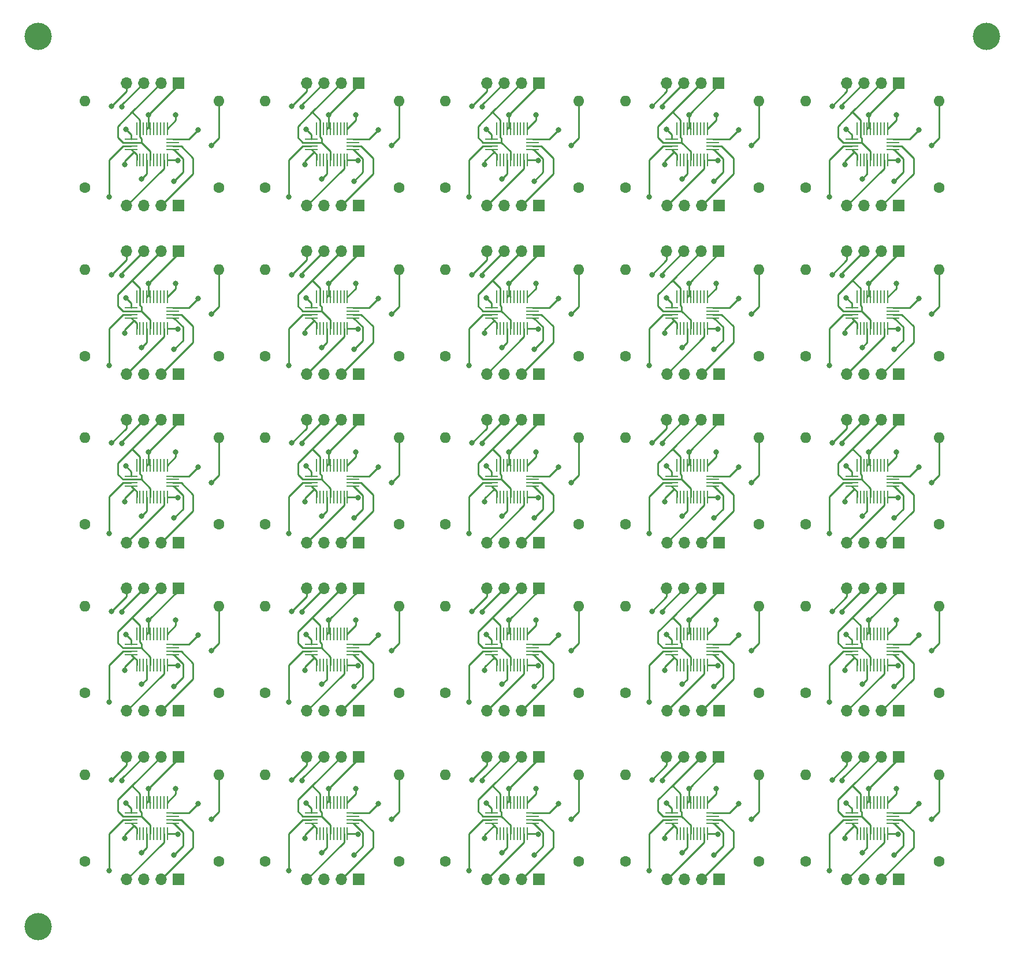
<source format=gbr>
%TF.GenerationSoftware,KiCad,Pcbnew,7.0.7-7.0.7~ubuntu20.04.1*%
%TF.CreationDate,2023-08-14T16:59:11-04:00*%
%TF.ProjectId,bno085-debug-board-panel,626e6f30-3835-42d6-9465-6275672d626f,rev?*%
%TF.SameCoordinates,Original*%
%TF.FileFunction,Copper,L1,Top*%
%TF.FilePolarity,Positive*%
%FSLAX46Y46*%
G04 Gerber Fmt 4.6, Leading zero omitted, Abs format (unit mm)*
G04 Created by KiCad (PCBNEW 7.0.7-7.0.7~ubuntu20.04.1) date 2023-08-14 16:59:11*
%MOMM*%
%LPD*%
G01*
G04 APERTURE LIST*
%TA.AperFunction,ComponentPad*%
%ADD10R,1.700000X1.700000*%
%TD*%
%TA.AperFunction,ComponentPad*%
%ADD11O,1.700000X1.700000*%
%TD*%
%TA.AperFunction,ComponentPad*%
%ADD12C,1.600000*%
%TD*%
%TA.AperFunction,ComponentPad*%
%ADD13O,1.600000X1.600000*%
%TD*%
%TA.AperFunction,SMDPad,CuDef*%
%ADD14C,4.000000*%
%TD*%
%TA.AperFunction,SMDPad,CuDef*%
%ADD15R,0.254000X1.975000*%
%TD*%
%TA.AperFunction,SMDPad,CuDef*%
%ADD16R,1.950000X0.254000*%
%TD*%
%TA.AperFunction,ViaPad*%
%ADD17C,0.800000*%
%TD*%
%TA.AperFunction,Conductor*%
%ADD18C,0.250000*%
%TD*%
G04 APERTURE END LIST*
D10*
%TO.P,J1,1,Pin_1*%
%TO.N,Board_1-GND*%
X49480000Y-9300000D03*
D11*
%TO.P,J1,2,Pin_2*%
%TO.N,Board_1-+3.3V*%
X46940000Y-9300000D03*
%TO.P,J1,3,Pin_3*%
%TO.N,Board_1-/SCL*%
X44400000Y-9300000D03*
%TO.P,J1,4,Pin_4*%
%TO.N,Board_1-/SDA*%
X41860000Y-9300000D03*
%TD*%
D10*
%TO.P,J1,1,Pin_1*%
%TO.N,Board_24-GND*%
X128680000Y-108100000D03*
D11*
%TO.P,J1,2,Pin_2*%
%TO.N,Board_24-+3.3V*%
X126140000Y-108100000D03*
%TO.P,J1,3,Pin_3*%
%TO.N,Board_24-/SCL*%
X123600000Y-108100000D03*
%TO.P,J1,4,Pin_4*%
%TO.N,Board_24-/SDA*%
X121060000Y-108100000D03*
%TD*%
D12*
%TO.P,R2,1*%
%TO.N,Board_17-Net-(U1-ENV_SDA)*%
X62200000Y-98750000D03*
D13*
%TO.P,R2,2*%
%TO.N,Board_17-+3.3V*%
X62200000Y-86050000D03*
%TD*%
D10*
%TO.P,J2,1,Pin_1*%
%TO.N,Board_11-/CAP*%
X49500000Y-76700000D03*
D11*
%TO.P,J2,2,Pin_2*%
%TO.N,Board_11-/SA0*%
X46960000Y-76700000D03*
%TO.P,J2,3,Pin_3*%
%TO.N,Board_11-/BOOTN*%
X44420000Y-76700000D03*
%TO.P,J2,4,Pin_4*%
%TO.N,Board_11-/INT*%
X41880000Y-76700000D03*
%TD*%
D12*
%TO.P,R2,1*%
%TO.N,Board_0-Net-(U1-ENV_SDA)*%
X9400000Y-24650000D03*
D13*
%TO.P,R2,2*%
%TO.N,Board_0-+3.3V*%
X9400000Y-11950000D03*
%TD*%
D12*
%TO.P,R1,1*%
%TO.N,Board_6-+3.3V*%
X55400000Y-49350000D03*
D13*
%TO.P,R1,2*%
%TO.N,Board_6-Net-(U1-ENV_SCL)*%
X55400000Y-36650000D03*
%TD*%
D14*
%TO.P,REF\u002A\u002A,*%
%TO.N,*%
X2500000Y-2500000D03*
%TD*%
D12*
%TO.P,R2,1*%
%TO.N,Board_10-Net-(U1-ENV_SDA)*%
X9400000Y-74050000D03*
D13*
%TO.P,R2,2*%
%TO.N,Board_10-+3.3V*%
X9400000Y-61350000D03*
%TD*%
D15*
%TO.P,U1,1,RESV_NC*%
%TO.N,Board_23-unconnected-(U1-RESV_NC-Pad1)*%
X96150000Y-114787500D03*
D16*
%TO.P,U1,2,GND*%
%TO.N,Board_23-GND*%
X95375000Y-116350000D03*
%TO.P,U1,3,VDD*%
%TO.N,Board_23-+3.3V*%
X95375000Y-116850000D03*
%TO.P,U1,4,BOOTN*%
%TO.N,Board_23-/BOOTN*%
X95375000Y-117350000D03*
%TO.P,U1,5,PS1*%
%TO.N,Board_23-GND*%
X95375000Y-117850000D03*
D15*
%TO.P,U1,6,PS0/WAKE*%
X96150000Y-119412500D03*
%TO.P,U1,7,RESV_NC*%
%TO.N,Board_23-unconnected-(U1-RESV_NC-Pad7)*%
X96650000Y-119412500D03*
%TO.P,U1,8,RESV_NC*%
%TO.N,Board_23-unconnected-(U1-RESV_NC-Pad8)*%
X97150000Y-119412500D03*
%TO.P,U1,9,CAP*%
%TO.N,Board_23-/CAP*%
X97650000Y-119412500D03*
%TO.P,U1,10,CLKSEL0*%
%TO.N,Board_23-+3.3V*%
X98150000Y-119412500D03*
%TO.P,U1,11,NRST*%
%TO.N,Board_23-unconnected-(U1-NRST-Pad11)*%
X98650000Y-119412500D03*
%TO.P,U1,12,RESV_NC*%
%TO.N,Board_23-unconnected-(U1-RESV_NC-Pad12)*%
X99150000Y-119412500D03*
%TO.P,U1,13,RESV_NC*%
%TO.N,Board_23-unconnected-(U1-RESV_NC-Pad13)*%
X99650000Y-119412500D03*
%TO.P,U1,14,H_INTN*%
%TO.N,Board_23-/INT*%
X100150000Y-119412500D03*
%TO.P,U1,15,ENV_SCL*%
%TO.N,Board_23-Net-(U1-ENV_SCL)*%
X100650000Y-119412500D03*
D16*
%TO.P,U1,16,ENV_SDA*%
%TO.N,Board_23-Net-(U1-ENV_SDA)*%
X101425000Y-117850000D03*
%TO.P,U1,17,SA0/H_MOSI*%
%TO.N,Board_23-/SA0*%
X101425000Y-117350000D03*
%TO.P,U1,18,H_CSN*%
%TO.N,Board_23-unconnected-(U1-H_CSN-Pad18)*%
X101425000Y-116850000D03*
%TO.P,U1,19,H_SCL/SCK/RX*%
%TO.N,Board_23-/SCL*%
X101425000Y-116350000D03*
D15*
%TO.P,U1,20,H_SDA/H_MISO/TX*%
%TO.N,Board_23-/SDA*%
X100650000Y-114787500D03*
%TO.P,U1,21,RESV_NC*%
%TO.N,Board_23-unconnected-(U1-RESV_NC-Pad21)*%
X100150000Y-114787500D03*
%TO.P,U1,22,RESV_NC*%
%TO.N,Board_23-unconnected-(U1-RESV_NC-Pad22)*%
X99650000Y-114787500D03*
%TO.P,U1,23,RESV_NC*%
%TO.N,Board_23-unconnected-(U1-RESV_NC-Pad23)*%
X99150000Y-114787500D03*
%TO.P,U1,24,RESV_NC*%
%TO.N,Board_23-unconnected-(U1-RESV_NC-Pad24)*%
X98650000Y-114787500D03*
%TO.P,U1,25,GNDIO*%
%TO.N,Board_23-GND*%
X98150000Y-114787500D03*
%TO.P,U1,26,XOUT32/CLKSEL1*%
X97650000Y-114787500D03*
%TO.P,U1,27,XIN32*%
%TO.N,Board_23-unconnected-(U1-XIN32-Pad27)*%
X97150000Y-114787500D03*
%TO.P,U1,28,VDDIO*%
%TO.N,Board_23-+3.3V*%
X96650000Y-114787500D03*
%TD*%
D12*
%TO.P,R1,1*%
%TO.N,Board_13-+3.3V*%
X108200000Y-74050000D03*
D13*
%TO.P,R1,2*%
%TO.N,Board_13-Net-(U1-ENV_SCL)*%
X108200000Y-61350000D03*
%TD*%
D10*
%TO.P,J1,1,Pin_1*%
%TO.N,Board_14-GND*%
X128680000Y-58700000D03*
D11*
%TO.P,J1,2,Pin_2*%
%TO.N,Board_14-+3.3V*%
X126140000Y-58700000D03*
%TO.P,J1,3,Pin_3*%
%TO.N,Board_14-/SCL*%
X123600000Y-58700000D03*
%TO.P,J1,4,Pin_4*%
%TO.N,Board_14-/SDA*%
X121060000Y-58700000D03*
%TD*%
D12*
%TO.P,R2,1*%
%TO.N,Board_22-Net-(U1-ENV_SDA)*%
X62200000Y-123450000D03*
D13*
%TO.P,R2,2*%
%TO.N,Board_22-+3.3V*%
X62200000Y-110750000D03*
%TD*%
D15*
%TO.P,U1,1,RESV_NC*%
%TO.N,Board_6-unconnected-(U1-RESV_NC-Pad1)*%
X43350000Y-40687500D03*
D16*
%TO.P,U1,2,GND*%
%TO.N,Board_6-GND*%
X42575000Y-42250000D03*
%TO.P,U1,3,VDD*%
%TO.N,Board_6-+3.3V*%
X42575000Y-42750000D03*
%TO.P,U1,4,BOOTN*%
%TO.N,Board_6-/BOOTN*%
X42575000Y-43250000D03*
%TO.P,U1,5,PS1*%
%TO.N,Board_6-GND*%
X42575000Y-43750000D03*
D15*
%TO.P,U1,6,PS0/WAKE*%
X43350000Y-45312500D03*
%TO.P,U1,7,RESV_NC*%
%TO.N,Board_6-unconnected-(U1-RESV_NC-Pad7)*%
X43850000Y-45312500D03*
%TO.P,U1,8,RESV_NC*%
%TO.N,Board_6-unconnected-(U1-RESV_NC-Pad8)*%
X44350000Y-45312500D03*
%TO.P,U1,9,CAP*%
%TO.N,Board_6-/CAP*%
X44850000Y-45312500D03*
%TO.P,U1,10,CLKSEL0*%
%TO.N,Board_6-+3.3V*%
X45350000Y-45312500D03*
%TO.P,U1,11,NRST*%
%TO.N,Board_6-unconnected-(U1-NRST-Pad11)*%
X45850000Y-45312500D03*
%TO.P,U1,12,RESV_NC*%
%TO.N,Board_6-unconnected-(U1-RESV_NC-Pad12)*%
X46350000Y-45312500D03*
%TO.P,U1,13,RESV_NC*%
%TO.N,Board_6-unconnected-(U1-RESV_NC-Pad13)*%
X46850000Y-45312500D03*
%TO.P,U1,14,H_INTN*%
%TO.N,Board_6-/INT*%
X47350000Y-45312500D03*
%TO.P,U1,15,ENV_SCL*%
%TO.N,Board_6-Net-(U1-ENV_SCL)*%
X47850000Y-45312500D03*
D16*
%TO.P,U1,16,ENV_SDA*%
%TO.N,Board_6-Net-(U1-ENV_SDA)*%
X48625000Y-43750000D03*
%TO.P,U1,17,SA0/H_MOSI*%
%TO.N,Board_6-/SA0*%
X48625000Y-43250000D03*
%TO.P,U1,18,H_CSN*%
%TO.N,Board_6-unconnected-(U1-H_CSN-Pad18)*%
X48625000Y-42750000D03*
%TO.P,U1,19,H_SCL/SCK/RX*%
%TO.N,Board_6-/SCL*%
X48625000Y-42250000D03*
D15*
%TO.P,U1,20,H_SDA/H_MISO/TX*%
%TO.N,Board_6-/SDA*%
X47850000Y-40687500D03*
%TO.P,U1,21,RESV_NC*%
%TO.N,Board_6-unconnected-(U1-RESV_NC-Pad21)*%
X47350000Y-40687500D03*
%TO.P,U1,22,RESV_NC*%
%TO.N,Board_6-unconnected-(U1-RESV_NC-Pad22)*%
X46850000Y-40687500D03*
%TO.P,U1,23,RESV_NC*%
%TO.N,Board_6-unconnected-(U1-RESV_NC-Pad23)*%
X46350000Y-40687500D03*
%TO.P,U1,24,RESV_NC*%
%TO.N,Board_6-unconnected-(U1-RESV_NC-Pad24)*%
X45850000Y-40687500D03*
%TO.P,U1,25,GNDIO*%
%TO.N,Board_6-GND*%
X45350000Y-40687500D03*
%TO.P,U1,26,XOUT32/CLKSEL1*%
X44850000Y-40687500D03*
%TO.P,U1,27,XIN32*%
%TO.N,Board_6-unconnected-(U1-XIN32-Pad27)*%
X44350000Y-40687500D03*
%TO.P,U1,28,VDDIO*%
%TO.N,Board_6-+3.3V*%
X43850000Y-40687500D03*
%TD*%
D10*
%TO.P,J1,1,Pin_1*%
%TO.N,Board_17-GND*%
X75880000Y-83400000D03*
D11*
%TO.P,J1,2,Pin_2*%
%TO.N,Board_17-+3.3V*%
X73340000Y-83400000D03*
%TO.P,J1,3,Pin_3*%
%TO.N,Board_17-/SCL*%
X70800000Y-83400000D03*
%TO.P,J1,4,Pin_4*%
%TO.N,Board_17-/SDA*%
X68260000Y-83400000D03*
%TD*%
D10*
%TO.P,J2,1,Pin_1*%
%TO.N,Board_0-/CAP*%
X23100000Y-27300000D03*
D11*
%TO.P,J2,2,Pin_2*%
%TO.N,Board_0-/SA0*%
X20560000Y-27300000D03*
%TO.P,J2,3,Pin_3*%
%TO.N,Board_0-/BOOTN*%
X18020000Y-27300000D03*
%TO.P,J2,4,Pin_4*%
%TO.N,Board_0-/INT*%
X15480000Y-27300000D03*
%TD*%
D12*
%TO.P,R2,1*%
%TO.N,Board_12-Net-(U1-ENV_SDA)*%
X62200000Y-74050000D03*
D13*
%TO.P,R2,2*%
%TO.N,Board_12-+3.3V*%
X62200000Y-61350000D03*
%TD*%
D10*
%TO.P,J1,1,Pin_1*%
%TO.N,Board_5-GND*%
X23080000Y-34000000D03*
D11*
%TO.P,J1,2,Pin_2*%
%TO.N,Board_5-+3.3V*%
X20540000Y-34000000D03*
%TO.P,J1,3,Pin_3*%
%TO.N,Board_5-/SCL*%
X18000000Y-34000000D03*
%TO.P,J1,4,Pin_4*%
%TO.N,Board_5-/SDA*%
X15460000Y-34000000D03*
%TD*%
D15*
%TO.P,U1,1,RESV_NC*%
%TO.N,Board_8-unconnected-(U1-RESV_NC-Pad1)*%
X96150000Y-40687500D03*
D16*
%TO.P,U1,2,GND*%
%TO.N,Board_8-GND*%
X95375000Y-42250000D03*
%TO.P,U1,3,VDD*%
%TO.N,Board_8-+3.3V*%
X95375000Y-42750000D03*
%TO.P,U1,4,BOOTN*%
%TO.N,Board_8-/BOOTN*%
X95375000Y-43250000D03*
%TO.P,U1,5,PS1*%
%TO.N,Board_8-GND*%
X95375000Y-43750000D03*
D15*
%TO.P,U1,6,PS0/WAKE*%
X96150000Y-45312500D03*
%TO.P,U1,7,RESV_NC*%
%TO.N,Board_8-unconnected-(U1-RESV_NC-Pad7)*%
X96650000Y-45312500D03*
%TO.P,U1,8,RESV_NC*%
%TO.N,Board_8-unconnected-(U1-RESV_NC-Pad8)*%
X97150000Y-45312500D03*
%TO.P,U1,9,CAP*%
%TO.N,Board_8-/CAP*%
X97650000Y-45312500D03*
%TO.P,U1,10,CLKSEL0*%
%TO.N,Board_8-+3.3V*%
X98150000Y-45312500D03*
%TO.P,U1,11,NRST*%
%TO.N,Board_8-unconnected-(U1-NRST-Pad11)*%
X98650000Y-45312500D03*
%TO.P,U1,12,RESV_NC*%
%TO.N,Board_8-unconnected-(U1-RESV_NC-Pad12)*%
X99150000Y-45312500D03*
%TO.P,U1,13,RESV_NC*%
%TO.N,Board_8-unconnected-(U1-RESV_NC-Pad13)*%
X99650000Y-45312500D03*
%TO.P,U1,14,H_INTN*%
%TO.N,Board_8-/INT*%
X100150000Y-45312500D03*
%TO.P,U1,15,ENV_SCL*%
%TO.N,Board_8-Net-(U1-ENV_SCL)*%
X100650000Y-45312500D03*
D16*
%TO.P,U1,16,ENV_SDA*%
%TO.N,Board_8-Net-(U1-ENV_SDA)*%
X101425000Y-43750000D03*
%TO.P,U1,17,SA0/H_MOSI*%
%TO.N,Board_8-/SA0*%
X101425000Y-43250000D03*
%TO.P,U1,18,H_CSN*%
%TO.N,Board_8-unconnected-(U1-H_CSN-Pad18)*%
X101425000Y-42750000D03*
%TO.P,U1,19,H_SCL/SCK/RX*%
%TO.N,Board_8-/SCL*%
X101425000Y-42250000D03*
D15*
%TO.P,U1,20,H_SDA/H_MISO/TX*%
%TO.N,Board_8-/SDA*%
X100650000Y-40687500D03*
%TO.P,U1,21,RESV_NC*%
%TO.N,Board_8-unconnected-(U1-RESV_NC-Pad21)*%
X100150000Y-40687500D03*
%TO.P,U1,22,RESV_NC*%
%TO.N,Board_8-unconnected-(U1-RESV_NC-Pad22)*%
X99650000Y-40687500D03*
%TO.P,U1,23,RESV_NC*%
%TO.N,Board_8-unconnected-(U1-RESV_NC-Pad23)*%
X99150000Y-40687500D03*
%TO.P,U1,24,RESV_NC*%
%TO.N,Board_8-unconnected-(U1-RESV_NC-Pad24)*%
X98650000Y-40687500D03*
%TO.P,U1,25,GNDIO*%
%TO.N,Board_8-GND*%
X98150000Y-40687500D03*
%TO.P,U1,26,XOUT32/CLKSEL1*%
X97650000Y-40687500D03*
%TO.P,U1,27,XIN32*%
%TO.N,Board_8-unconnected-(U1-XIN32-Pad27)*%
X97150000Y-40687500D03*
%TO.P,U1,28,VDDIO*%
%TO.N,Board_8-+3.3V*%
X96650000Y-40687500D03*
%TD*%
D12*
%TO.P,R1,1*%
%TO.N,Board_12-+3.3V*%
X81800000Y-74050000D03*
D13*
%TO.P,R1,2*%
%TO.N,Board_12-Net-(U1-ENV_SCL)*%
X81800000Y-61350000D03*
%TD*%
D15*
%TO.P,U1,1,RESV_NC*%
%TO.N,Board_9-unconnected-(U1-RESV_NC-Pad1)*%
X122550000Y-40687500D03*
D16*
%TO.P,U1,2,GND*%
%TO.N,Board_9-GND*%
X121775000Y-42250000D03*
%TO.P,U1,3,VDD*%
%TO.N,Board_9-+3.3V*%
X121775000Y-42750000D03*
%TO.P,U1,4,BOOTN*%
%TO.N,Board_9-/BOOTN*%
X121775000Y-43250000D03*
%TO.P,U1,5,PS1*%
%TO.N,Board_9-GND*%
X121775000Y-43750000D03*
D15*
%TO.P,U1,6,PS0/WAKE*%
X122550000Y-45312500D03*
%TO.P,U1,7,RESV_NC*%
%TO.N,Board_9-unconnected-(U1-RESV_NC-Pad7)*%
X123050000Y-45312500D03*
%TO.P,U1,8,RESV_NC*%
%TO.N,Board_9-unconnected-(U1-RESV_NC-Pad8)*%
X123550000Y-45312500D03*
%TO.P,U1,9,CAP*%
%TO.N,Board_9-/CAP*%
X124050000Y-45312500D03*
%TO.P,U1,10,CLKSEL0*%
%TO.N,Board_9-+3.3V*%
X124550000Y-45312500D03*
%TO.P,U1,11,NRST*%
%TO.N,Board_9-unconnected-(U1-NRST-Pad11)*%
X125050000Y-45312500D03*
%TO.P,U1,12,RESV_NC*%
%TO.N,Board_9-unconnected-(U1-RESV_NC-Pad12)*%
X125550000Y-45312500D03*
%TO.P,U1,13,RESV_NC*%
%TO.N,Board_9-unconnected-(U1-RESV_NC-Pad13)*%
X126050000Y-45312500D03*
%TO.P,U1,14,H_INTN*%
%TO.N,Board_9-/INT*%
X126550000Y-45312500D03*
%TO.P,U1,15,ENV_SCL*%
%TO.N,Board_9-Net-(U1-ENV_SCL)*%
X127050000Y-45312500D03*
D16*
%TO.P,U1,16,ENV_SDA*%
%TO.N,Board_9-Net-(U1-ENV_SDA)*%
X127825000Y-43750000D03*
%TO.P,U1,17,SA0/H_MOSI*%
%TO.N,Board_9-/SA0*%
X127825000Y-43250000D03*
%TO.P,U1,18,H_CSN*%
%TO.N,Board_9-unconnected-(U1-H_CSN-Pad18)*%
X127825000Y-42750000D03*
%TO.P,U1,19,H_SCL/SCK/RX*%
%TO.N,Board_9-/SCL*%
X127825000Y-42250000D03*
D15*
%TO.P,U1,20,H_SDA/H_MISO/TX*%
%TO.N,Board_9-/SDA*%
X127050000Y-40687500D03*
%TO.P,U1,21,RESV_NC*%
%TO.N,Board_9-unconnected-(U1-RESV_NC-Pad21)*%
X126550000Y-40687500D03*
%TO.P,U1,22,RESV_NC*%
%TO.N,Board_9-unconnected-(U1-RESV_NC-Pad22)*%
X126050000Y-40687500D03*
%TO.P,U1,23,RESV_NC*%
%TO.N,Board_9-unconnected-(U1-RESV_NC-Pad23)*%
X125550000Y-40687500D03*
%TO.P,U1,24,RESV_NC*%
%TO.N,Board_9-unconnected-(U1-RESV_NC-Pad24)*%
X125050000Y-40687500D03*
%TO.P,U1,25,GNDIO*%
%TO.N,Board_9-GND*%
X124550000Y-40687500D03*
%TO.P,U1,26,XOUT32/CLKSEL1*%
X124050000Y-40687500D03*
%TO.P,U1,27,XIN32*%
%TO.N,Board_9-unconnected-(U1-XIN32-Pad27)*%
X123550000Y-40687500D03*
%TO.P,U1,28,VDDIO*%
%TO.N,Board_9-+3.3V*%
X123050000Y-40687500D03*
%TD*%
D12*
%TO.P,R1,1*%
%TO.N,Board_11-+3.3V*%
X55400000Y-74050000D03*
D13*
%TO.P,R1,2*%
%TO.N,Board_11-Net-(U1-ENV_SCL)*%
X55400000Y-61350000D03*
%TD*%
D10*
%TO.P,J1,1,Pin_1*%
%TO.N,Board_18-GND*%
X102280000Y-83400000D03*
D11*
%TO.P,J1,2,Pin_2*%
%TO.N,Board_18-+3.3V*%
X99740000Y-83400000D03*
%TO.P,J1,3,Pin_3*%
%TO.N,Board_18-/SCL*%
X97200000Y-83400000D03*
%TO.P,J1,4,Pin_4*%
%TO.N,Board_18-/SDA*%
X94660000Y-83400000D03*
%TD*%
D12*
%TO.P,R2,1*%
%TO.N,Board_3-Net-(U1-ENV_SDA)*%
X88600000Y-24650000D03*
D13*
%TO.P,R2,2*%
%TO.N,Board_3-+3.3V*%
X88600000Y-11950000D03*
%TD*%
D14*
%TO.P,REF\u002A\u002A,*%
%TO.N,*%
X2500000Y-133000000D03*
%TD*%
D10*
%TO.P,J2,1,Pin_1*%
%TO.N,Board_12-/CAP*%
X75900000Y-76700000D03*
D11*
%TO.P,J2,2,Pin_2*%
%TO.N,Board_12-/SA0*%
X73360000Y-76700000D03*
%TO.P,J2,3,Pin_3*%
%TO.N,Board_12-/BOOTN*%
X70820000Y-76700000D03*
%TO.P,J2,4,Pin_4*%
%TO.N,Board_12-/INT*%
X68280000Y-76700000D03*
%TD*%
D12*
%TO.P,R2,1*%
%TO.N,Board_14-Net-(U1-ENV_SDA)*%
X115000000Y-74050000D03*
D13*
%TO.P,R2,2*%
%TO.N,Board_14-+3.3V*%
X115000000Y-61350000D03*
%TD*%
D10*
%TO.P,J2,1,Pin_1*%
%TO.N,Board_18-/CAP*%
X102300000Y-101400000D03*
D11*
%TO.P,J2,2,Pin_2*%
%TO.N,Board_18-/SA0*%
X99760000Y-101400000D03*
%TO.P,J2,3,Pin_3*%
%TO.N,Board_18-/BOOTN*%
X97220000Y-101400000D03*
%TO.P,J2,4,Pin_4*%
%TO.N,Board_18-/INT*%
X94680000Y-101400000D03*
%TD*%
D12*
%TO.P,R2,1*%
%TO.N,Board_9-Net-(U1-ENV_SDA)*%
X115000000Y-49350000D03*
D13*
%TO.P,R2,2*%
%TO.N,Board_9-+3.3V*%
X115000000Y-36650000D03*
%TD*%
D10*
%TO.P,J2,1,Pin_1*%
%TO.N,Board_7-/CAP*%
X75900000Y-52000000D03*
D11*
%TO.P,J2,2,Pin_2*%
%TO.N,Board_7-/SA0*%
X73360000Y-52000000D03*
%TO.P,J2,3,Pin_3*%
%TO.N,Board_7-/BOOTN*%
X70820000Y-52000000D03*
%TO.P,J2,4,Pin_4*%
%TO.N,Board_7-/INT*%
X68280000Y-52000000D03*
%TD*%
D10*
%TO.P,J1,1,Pin_1*%
%TO.N,Board_21-GND*%
X49480000Y-108100000D03*
D11*
%TO.P,J1,2,Pin_2*%
%TO.N,Board_21-+3.3V*%
X46940000Y-108100000D03*
%TO.P,J1,3,Pin_3*%
%TO.N,Board_21-/SCL*%
X44400000Y-108100000D03*
%TO.P,J1,4,Pin_4*%
%TO.N,Board_21-/SDA*%
X41860000Y-108100000D03*
%TD*%
D10*
%TO.P,J2,1,Pin_1*%
%TO.N,Board_3-/CAP*%
X102300000Y-27300000D03*
D11*
%TO.P,J2,2,Pin_2*%
%TO.N,Board_3-/SA0*%
X99760000Y-27300000D03*
%TO.P,J2,3,Pin_3*%
%TO.N,Board_3-/BOOTN*%
X97220000Y-27300000D03*
%TO.P,J2,4,Pin_4*%
%TO.N,Board_3-/INT*%
X94680000Y-27300000D03*
%TD*%
D12*
%TO.P,R1,1*%
%TO.N,Board_22-+3.3V*%
X81800000Y-123450000D03*
D13*
%TO.P,R1,2*%
%TO.N,Board_22-Net-(U1-ENV_SCL)*%
X81800000Y-110750000D03*
%TD*%
D10*
%TO.P,J2,1,Pin_1*%
%TO.N,Board_19-/CAP*%
X128700000Y-101400000D03*
D11*
%TO.P,J2,2,Pin_2*%
%TO.N,Board_19-/SA0*%
X126160000Y-101400000D03*
%TO.P,J2,3,Pin_3*%
%TO.N,Board_19-/BOOTN*%
X123620000Y-101400000D03*
%TO.P,J2,4,Pin_4*%
%TO.N,Board_19-/INT*%
X121080000Y-101400000D03*
%TD*%
D12*
%TO.P,R2,1*%
%TO.N,Board_23-Net-(U1-ENV_SDA)*%
X88600000Y-123450000D03*
D13*
%TO.P,R2,2*%
%TO.N,Board_23-+3.3V*%
X88600000Y-110750000D03*
%TD*%
D10*
%TO.P,J2,1,Pin_1*%
%TO.N,Board_16-/CAP*%
X49500000Y-101400000D03*
D11*
%TO.P,J2,2,Pin_2*%
%TO.N,Board_16-/SA0*%
X46960000Y-101400000D03*
%TO.P,J2,3,Pin_3*%
%TO.N,Board_16-/BOOTN*%
X44420000Y-101400000D03*
%TO.P,J2,4,Pin_4*%
%TO.N,Board_16-/INT*%
X41880000Y-101400000D03*
%TD*%
D10*
%TO.P,J2,1,Pin_1*%
%TO.N,Board_22-/CAP*%
X75900000Y-126100000D03*
D11*
%TO.P,J2,2,Pin_2*%
%TO.N,Board_22-/SA0*%
X73360000Y-126100000D03*
%TO.P,J2,3,Pin_3*%
%TO.N,Board_22-/BOOTN*%
X70820000Y-126100000D03*
%TO.P,J2,4,Pin_4*%
%TO.N,Board_22-/INT*%
X68280000Y-126100000D03*
%TD*%
D15*
%TO.P,U1,1,RESV_NC*%
%TO.N,Board_19-unconnected-(U1-RESV_NC-Pad1)*%
X122550000Y-90087500D03*
D16*
%TO.P,U1,2,GND*%
%TO.N,Board_19-GND*%
X121775000Y-91650000D03*
%TO.P,U1,3,VDD*%
%TO.N,Board_19-+3.3V*%
X121775000Y-92150000D03*
%TO.P,U1,4,BOOTN*%
%TO.N,Board_19-/BOOTN*%
X121775000Y-92650000D03*
%TO.P,U1,5,PS1*%
%TO.N,Board_19-GND*%
X121775000Y-93150000D03*
D15*
%TO.P,U1,6,PS0/WAKE*%
X122550000Y-94712500D03*
%TO.P,U1,7,RESV_NC*%
%TO.N,Board_19-unconnected-(U1-RESV_NC-Pad7)*%
X123050000Y-94712500D03*
%TO.P,U1,8,RESV_NC*%
%TO.N,Board_19-unconnected-(U1-RESV_NC-Pad8)*%
X123550000Y-94712500D03*
%TO.P,U1,9,CAP*%
%TO.N,Board_19-/CAP*%
X124050000Y-94712500D03*
%TO.P,U1,10,CLKSEL0*%
%TO.N,Board_19-+3.3V*%
X124550000Y-94712500D03*
%TO.P,U1,11,NRST*%
%TO.N,Board_19-unconnected-(U1-NRST-Pad11)*%
X125050000Y-94712500D03*
%TO.P,U1,12,RESV_NC*%
%TO.N,Board_19-unconnected-(U1-RESV_NC-Pad12)*%
X125550000Y-94712500D03*
%TO.P,U1,13,RESV_NC*%
%TO.N,Board_19-unconnected-(U1-RESV_NC-Pad13)*%
X126050000Y-94712500D03*
%TO.P,U1,14,H_INTN*%
%TO.N,Board_19-/INT*%
X126550000Y-94712500D03*
%TO.P,U1,15,ENV_SCL*%
%TO.N,Board_19-Net-(U1-ENV_SCL)*%
X127050000Y-94712500D03*
D16*
%TO.P,U1,16,ENV_SDA*%
%TO.N,Board_19-Net-(U1-ENV_SDA)*%
X127825000Y-93150000D03*
%TO.P,U1,17,SA0/H_MOSI*%
%TO.N,Board_19-/SA0*%
X127825000Y-92650000D03*
%TO.P,U1,18,H_CSN*%
%TO.N,Board_19-unconnected-(U1-H_CSN-Pad18)*%
X127825000Y-92150000D03*
%TO.P,U1,19,H_SCL/SCK/RX*%
%TO.N,Board_19-/SCL*%
X127825000Y-91650000D03*
D15*
%TO.P,U1,20,H_SDA/H_MISO/TX*%
%TO.N,Board_19-/SDA*%
X127050000Y-90087500D03*
%TO.P,U1,21,RESV_NC*%
%TO.N,Board_19-unconnected-(U1-RESV_NC-Pad21)*%
X126550000Y-90087500D03*
%TO.P,U1,22,RESV_NC*%
%TO.N,Board_19-unconnected-(U1-RESV_NC-Pad22)*%
X126050000Y-90087500D03*
%TO.P,U1,23,RESV_NC*%
%TO.N,Board_19-unconnected-(U1-RESV_NC-Pad23)*%
X125550000Y-90087500D03*
%TO.P,U1,24,RESV_NC*%
%TO.N,Board_19-unconnected-(U1-RESV_NC-Pad24)*%
X125050000Y-90087500D03*
%TO.P,U1,25,GNDIO*%
%TO.N,Board_19-GND*%
X124550000Y-90087500D03*
%TO.P,U1,26,XOUT32/CLKSEL1*%
X124050000Y-90087500D03*
%TO.P,U1,27,XIN32*%
%TO.N,Board_19-unconnected-(U1-XIN32-Pad27)*%
X123550000Y-90087500D03*
%TO.P,U1,28,VDDIO*%
%TO.N,Board_19-+3.3V*%
X123050000Y-90087500D03*
%TD*%
D12*
%TO.P,R2,1*%
%TO.N,Board_20-Net-(U1-ENV_SDA)*%
X9400000Y-123450000D03*
D13*
%TO.P,R2,2*%
%TO.N,Board_20-+3.3V*%
X9400000Y-110750000D03*
%TD*%
D12*
%TO.P,R1,1*%
%TO.N,Board_7-+3.3V*%
X81800000Y-49350000D03*
D13*
%TO.P,R1,2*%
%TO.N,Board_7-Net-(U1-ENV_SCL)*%
X81800000Y-36650000D03*
%TD*%
D10*
%TO.P,J1,1,Pin_1*%
%TO.N,Board_20-GND*%
X23080000Y-108100000D03*
D11*
%TO.P,J1,2,Pin_2*%
%TO.N,Board_20-+3.3V*%
X20540000Y-108100000D03*
%TO.P,J1,3,Pin_3*%
%TO.N,Board_20-/SCL*%
X18000000Y-108100000D03*
%TO.P,J1,4,Pin_4*%
%TO.N,Board_20-/SDA*%
X15460000Y-108100000D03*
%TD*%
D12*
%TO.P,R2,1*%
%TO.N,Board_15-Net-(U1-ENV_SDA)*%
X9400000Y-98750000D03*
D13*
%TO.P,R2,2*%
%TO.N,Board_15-+3.3V*%
X9400000Y-86050000D03*
%TD*%
D10*
%TO.P,J1,1,Pin_1*%
%TO.N,Board_9-GND*%
X128680000Y-34000000D03*
D11*
%TO.P,J1,2,Pin_2*%
%TO.N,Board_9-+3.3V*%
X126140000Y-34000000D03*
%TO.P,J1,3,Pin_3*%
%TO.N,Board_9-/SCL*%
X123600000Y-34000000D03*
%TO.P,J1,4,Pin_4*%
%TO.N,Board_9-/SDA*%
X121060000Y-34000000D03*
%TD*%
D12*
%TO.P,R2,1*%
%TO.N,Board_8-Net-(U1-ENV_SDA)*%
X88600000Y-49350000D03*
D13*
%TO.P,R2,2*%
%TO.N,Board_8-+3.3V*%
X88600000Y-36650000D03*
%TD*%
D10*
%TO.P,J1,1,Pin_1*%
%TO.N,Board_15-GND*%
X23080000Y-83400000D03*
D11*
%TO.P,J1,2,Pin_2*%
%TO.N,Board_15-+3.3V*%
X20540000Y-83400000D03*
%TO.P,J1,3,Pin_3*%
%TO.N,Board_15-/SCL*%
X18000000Y-83400000D03*
%TO.P,J1,4,Pin_4*%
%TO.N,Board_15-/SDA*%
X15460000Y-83400000D03*
%TD*%
D12*
%TO.P,R1,1*%
%TO.N,Board_18-+3.3V*%
X108200000Y-98750000D03*
D13*
%TO.P,R1,2*%
%TO.N,Board_18-Net-(U1-ENV_SCL)*%
X108200000Y-86050000D03*
%TD*%
D12*
%TO.P,R1,1*%
%TO.N,Board_20-+3.3V*%
X29000000Y-123450000D03*
D13*
%TO.P,R1,2*%
%TO.N,Board_20-Net-(U1-ENV_SCL)*%
X29000000Y-110750000D03*
%TD*%
D12*
%TO.P,R1,1*%
%TO.N,Board_2-+3.3V*%
X81800000Y-24650000D03*
D13*
%TO.P,R1,2*%
%TO.N,Board_2-Net-(U1-ENV_SCL)*%
X81800000Y-11950000D03*
%TD*%
D10*
%TO.P,J2,1,Pin_1*%
%TO.N,Board_9-/CAP*%
X128700000Y-52000000D03*
D11*
%TO.P,J2,2,Pin_2*%
%TO.N,Board_9-/SA0*%
X126160000Y-52000000D03*
%TO.P,J2,3,Pin_3*%
%TO.N,Board_9-/BOOTN*%
X123620000Y-52000000D03*
%TO.P,J2,4,Pin_4*%
%TO.N,Board_9-/INT*%
X121080000Y-52000000D03*
%TD*%
D10*
%TO.P,J1,1,Pin_1*%
%TO.N,Board_6-GND*%
X49480000Y-34000000D03*
D11*
%TO.P,J1,2,Pin_2*%
%TO.N,Board_6-+3.3V*%
X46940000Y-34000000D03*
%TO.P,J1,3,Pin_3*%
%TO.N,Board_6-/SCL*%
X44400000Y-34000000D03*
%TO.P,J1,4,Pin_4*%
%TO.N,Board_6-/SDA*%
X41860000Y-34000000D03*
%TD*%
D12*
%TO.P,R2,1*%
%TO.N,Board_16-Net-(U1-ENV_SDA)*%
X35800000Y-98750000D03*
D13*
%TO.P,R2,2*%
%TO.N,Board_16-+3.3V*%
X35800000Y-86050000D03*
%TD*%
D12*
%TO.P,R1,1*%
%TO.N,Board_0-+3.3V*%
X29000000Y-24650000D03*
D13*
%TO.P,R1,2*%
%TO.N,Board_0-Net-(U1-ENV_SCL)*%
X29000000Y-11950000D03*
%TD*%
D15*
%TO.P,U1,1,RESV_NC*%
%TO.N,Board_10-unconnected-(U1-RESV_NC-Pad1)*%
X16950000Y-65387500D03*
D16*
%TO.P,U1,2,GND*%
%TO.N,Board_10-GND*%
X16175000Y-66950000D03*
%TO.P,U1,3,VDD*%
%TO.N,Board_10-+3.3V*%
X16175000Y-67450000D03*
%TO.P,U1,4,BOOTN*%
%TO.N,Board_10-/BOOTN*%
X16175000Y-67950000D03*
%TO.P,U1,5,PS1*%
%TO.N,Board_10-GND*%
X16175000Y-68450000D03*
D15*
%TO.P,U1,6,PS0/WAKE*%
X16950000Y-70012500D03*
%TO.P,U1,7,RESV_NC*%
%TO.N,Board_10-unconnected-(U1-RESV_NC-Pad7)*%
X17450000Y-70012500D03*
%TO.P,U1,8,RESV_NC*%
%TO.N,Board_10-unconnected-(U1-RESV_NC-Pad8)*%
X17950000Y-70012500D03*
%TO.P,U1,9,CAP*%
%TO.N,Board_10-/CAP*%
X18450000Y-70012500D03*
%TO.P,U1,10,CLKSEL0*%
%TO.N,Board_10-+3.3V*%
X18950000Y-70012500D03*
%TO.P,U1,11,NRST*%
%TO.N,Board_10-unconnected-(U1-NRST-Pad11)*%
X19450000Y-70012500D03*
%TO.P,U1,12,RESV_NC*%
%TO.N,Board_10-unconnected-(U1-RESV_NC-Pad12)*%
X19950000Y-70012500D03*
%TO.P,U1,13,RESV_NC*%
%TO.N,Board_10-unconnected-(U1-RESV_NC-Pad13)*%
X20450000Y-70012500D03*
%TO.P,U1,14,H_INTN*%
%TO.N,Board_10-/INT*%
X20950000Y-70012500D03*
%TO.P,U1,15,ENV_SCL*%
%TO.N,Board_10-Net-(U1-ENV_SCL)*%
X21450000Y-70012500D03*
D16*
%TO.P,U1,16,ENV_SDA*%
%TO.N,Board_10-Net-(U1-ENV_SDA)*%
X22225000Y-68450000D03*
%TO.P,U1,17,SA0/H_MOSI*%
%TO.N,Board_10-/SA0*%
X22225000Y-67950000D03*
%TO.P,U1,18,H_CSN*%
%TO.N,Board_10-unconnected-(U1-H_CSN-Pad18)*%
X22225000Y-67450000D03*
%TO.P,U1,19,H_SCL/SCK/RX*%
%TO.N,Board_10-/SCL*%
X22225000Y-66950000D03*
D15*
%TO.P,U1,20,H_SDA/H_MISO/TX*%
%TO.N,Board_10-/SDA*%
X21450000Y-65387500D03*
%TO.P,U1,21,RESV_NC*%
%TO.N,Board_10-unconnected-(U1-RESV_NC-Pad21)*%
X20950000Y-65387500D03*
%TO.P,U1,22,RESV_NC*%
%TO.N,Board_10-unconnected-(U1-RESV_NC-Pad22)*%
X20450000Y-65387500D03*
%TO.P,U1,23,RESV_NC*%
%TO.N,Board_10-unconnected-(U1-RESV_NC-Pad23)*%
X19950000Y-65387500D03*
%TO.P,U1,24,RESV_NC*%
%TO.N,Board_10-unconnected-(U1-RESV_NC-Pad24)*%
X19450000Y-65387500D03*
%TO.P,U1,25,GNDIO*%
%TO.N,Board_10-GND*%
X18950000Y-65387500D03*
%TO.P,U1,26,XOUT32/CLKSEL1*%
X18450000Y-65387500D03*
%TO.P,U1,27,XIN32*%
%TO.N,Board_10-unconnected-(U1-XIN32-Pad27)*%
X17950000Y-65387500D03*
%TO.P,U1,28,VDDIO*%
%TO.N,Board_10-+3.3V*%
X17450000Y-65387500D03*
%TD*%
D12*
%TO.P,R1,1*%
%TO.N,Board_5-+3.3V*%
X29000000Y-49350000D03*
D13*
%TO.P,R1,2*%
%TO.N,Board_5-Net-(U1-ENV_SCL)*%
X29000000Y-36650000D03*
%TD*%
D15*
%TO.P,U1,1,RESV_NC*%
%TO.N,Board_18-unconnected-(U1-RESV_NC-Pad1)*%
X96150000Y-90087500D03*
D16*
%TO.P,U1,2,GND*%
%TO.N,Board_18-GND*%
X95375000Y-91650000D03*
%TO.P,U1,3,VDD*%
%TO.N,Board_18-+3.3V*%
X95375000Y-92150000D03*
%TO.P,U1,4,BOOTN*%
%TO.N,Board_18-/BOOTN*%
X95375000Y-92650000D03*
%TO.P,U1,5,PS1*%
%TO.N,Board_18-GND*%
X95375000Y-93150000D03*
D15*
%TO.P,U1,6,PS0/WAKE*%
X96150000Y-94712500D03*
%TO.P,U1,7,RESV_NC*%
%TO.N,Board_18-unconnected-(U1-RESV_NC-Pad7)*%
X96650000Y-94712500D03*
%TO.P,U1,8,RESV_NC*%
%TO.N,Board_18-unconnected-(U1-RESV_NC-Pad8)*%
X97150000Y-94712500D03*
%TO.P,U1,9,CAP*%
%TO.N,Board_18-/CAP*%
X97650000Y-94712500D03*
%TO.P,U1,10,CLKSEL0*%
%TO.N,Board_18-+3.3V*%
X98150000Y-94712500D03*
%TO.P,U1,11,NRST*%
%TO.N,Board_18-unconnected-(U1-NRST-Pad11)*%
X98650000Y-94712500D03*
%TO.P,U1,12,RESV_NC*%
%TO.N,Board_18-unconnected-(U1-RESV_NC-Pad12)*%
X99150000Y-94712500D03*
%TO.P,U1,13,RESV_NC*%
%TO.N,Board_18-unconnected-(U1-RESV_NC-Pad13)*%
X99650000Y-94712500D03*
%TO.P,U1,14,H_INTN*%
%TO.N,Board_18-/INT*%
X100150000Y-94712500D03*
%TO.P,U1,15,ENV_SCL*%
%TO.N,Board_18-Net-(U1-ENV_SCL)*%
X100650000Y-94712500D03*
D16*
%TO.P,U1,16,ENV_SDA*%
%TO.N,Board_18-Net-(U1-ENV_SDA)*%
X101425000Y-93150000D03*
%TO.P,U1,17,SA0/H_MOSI*%
%TO.N,Board_18-/SA0*%
X101425000Y-92650000D03*
%TO.P,U1,18,H_CSN*%
%TO.N,Board_18-unconnected-(U1-H_CSN-Pad18)*%
X101425000Y-92150000D03*
%TO.P,U1,19,H_SCL/SCK/RX*%
%TO.N,Board_18-/SCL*%
X101425000Y-91650000D03*
D15*
%TO.P,U1,20,H_SDA/H_MISO/TX*%
%TO.N,Board_18-/SDA*%
X100650000Y-90087500D03*
%TO.P,U1,21,RESV_NC*%
%TO.N,Board_18-unconnected-(U1-RESV_NC-Pad21)*%
X100150000Y-90087500D03*
%TO.P,U1,22,RESV_NC*%
%TO.N,Board_18-unconnected-(U1-RESV_NC-Pad22)*%
X99650000Y-90087500D03*
%TO.P,U1,23,RESV_NC*%
%TO.N,Board_18-unconnected-(U1-RESV_NC-Pad23)*%
X99150000Y-90087500D03*
%TO.P,U1,24,RESV_NC*%
%TO.N,Board_18-unconnected-(U1-RESV_NC-Pad24)*%
X98650000Y-90087500D03*
%TO.P,U1,25,GNDIO*%
%TO.N,Board_18-GND*%
X98150000Y-90087500D03*
%TO.P,U1,26,XOUT32/CLKSEL1*%
X97650000Y-90087500D03*
%TO.P,U1,27,XIN32*%
%TO.N,Board_18-unconnected-(U1-XIN32-Pad27)*%
X97150000Y-90087500D03*
%TO.P,U1,28,VDDIO*%
%TO.N,Board_18-+3.3V*%
X96650000Y-90087500D03*
%TD*%
D12*
%TO.P,R1,1*%
%TO.N,Board_23-+3.3V*%
X108200000Y-123450000D03*
D13*
%TO.P,R1,2*%
%TO.N,Board_23-Net-(U1-ENV_SCL)*%
X108200000Y-110750000D03*
%TD*%
D15*
%TO.P,U1,1,RESV_NC*%
%TO.N,Board_12-unconnected-(U1-RESV_NC-Pad1)*%
X69750000Y-65387500D03*
D16*
%TO.P,U1,2,GND*%
%TO.N,Board_12-GND*%
X68975000Y-66950000D03*
%TO.P,U1,3,VDD*%
%TO.N,Board_12-+3.3V*%
X68975000Y-67450000D03*
%TO.P,U1,4,BOOTN*%
%TO.N,Board_12-/BOOTN*%
X68975000Y-67950000D03*
%TO.P,U1,5,PS1*%
%TO.N,Board_12-GND*%
X68975000Y-68450000D03*
D15*
%TO.P,U1,6,PS0/WAKE*%
X69750000Y-70012500D03*
%TO.P,U1,7,RESV_NC*%
%TO.N,Board_12-unconnected-(U1-RESV_NC-Pad7)*%
X70250000Y-70012500D03*
%TO.P,U1,8,RESV_NC*%
%TO.N,Board_12-unconnected-(U1-RESV_NC-Pad8)*%
X70750000Y-70012500D03*
%TO.P,U1,9,CAP*%
%TO.N,Board_12-/CAP*%
X71250000Y-70012500D03*
%TO.P,U1,10,CLKSEL0*%
%TO.N,Board_12-+3.3V*%
X71750000Y-70012500D03*
%TO.P,U1,11,NRST*%
%TO.N,Board_12-unconnected-(U1-NRST-Pad11)*%
X72250000Y-70012500D03*
%TO.P,U1,12,RESV_NC*%
%TO.N,Board_12-unconnected-(U1-RESV_NC-Pad12)*%
X72750000Y-70012500D03*
%TO.P,U1,13,RESV_NC*%
%TO.N,Board_12-unconnected-(U1-RESV_NC-Pad13)*%
X73250000Y-70012500D03*
%TO.P,U1,14,H_INTN*%
%TO.N,Board_12-/INT*%
X73750000Y-70012500D03*
%TO.P,U1,15,ENV_SCL*%
%TO.N,Board_12-Net-(U1-ENV_SCL)*%
X74250000Y-70012500D03*
D16*
%TO.P,U1,16,ENV_SDA*%
%TO.N,Board_12-Net-(U1-ENV_SDA)*%
X75025000Y-68450000D03*
%TO.P,U1,17,SA0/H_MOSI*%
%TO.N,Board_12-/SA0*%
X75025000Y-67950000D03*
%TO.P,U1,18,H_CSN*%
%TO.N,Board_12-unconnected-(U1-H_CSN-Pad18)*%
X75025000Y-67450000D03*
%TO.P,U1,19,H_SCL/SCK/RX*%
%TO.N,Board_12-/SCL*%
X75025000Y-66950000D03*
D15*
%TO.P,U1,20,H_SDA/H_MISO/TX*%
%TO.N,Board_12-/SDA*%
X74250000Y-65387500D03*
%TO.P,U1,21,RESV_NC*%
%TO.N,Board_12-unconnected-(U1-RESV_NC-Pad21)*%
X73750000Y-65387500D03*
%TO.P,U1,22,RESV_NC*%
%TO.N,Board_12-unconnected-(U1-RESV_NC-Pad22)*%
X73250000Y-65387500D03*
%TO.P,U1,23,RESV_NC*%
%TO.N,Board_12-unconnected-(U1-RESV_NC-Pad23)*%
X72750000Y-65387500D03*
%TO.P,U1,24,RESV_NC*%
%TO.N,Board_12-unconnected-(U1-RESV_NC-Pad24)*%
X72250000Y-65387500D03*
%TO.P,U1,25,GNDIO*%
%TO.N,Board_12-GND*%
X71750000Y-65387500D03*
%TO.P,U1,26,XOUT32/CLKSEL1*%
X71250000Y-65387500D03*
%TO.P,U1,27,XIN32*%
%TO.N,Board_12-unconnected-(U1-XIN32-Pad27)*%
X70750000Y-65387500D03*
%TO.P,U1,28,VDDIO*%
%TO.N,Board_12-+3.3V*%
X70250000Y-65387500D03*
%TD*%
D10*
%TO.P,J1,1,Pin_1*%
%TO.N,Board_23-GND*%
X102280000Y-108100000D03*
D11*
%TO.P,J1,2,Pin_2*%
%TO.N,Board_23-+3.3V*%
X99740000Y-108100000D03*
%TO.P,J1,3,Pin_3*%
%TO.N,Board_23-/SCL*%
X97200000Y-108100000D03*
%TO.P,J1,4,Pin_4*%
%TO.N,Board_23-/SDA*%
X94660000Y-108100000D03*
%TD*%
D15*
%TO.P,U1,1,RESV_NC*%
%TO.N,Board_4-unconnected-(U1-RESV_NC-Pad1)*%
X122550000Y-15987500D03*
D16*
%TO.P,U1,2,GND*%
%TO.N,Board_4-GND*%
X121775000Y-17550000D03*
%TO.P,U1,3,VDD*%
%TO.N,Board_4-+3.3V*%
X121775000Y-18050000D03*
%TO.P,U1,4,BOOTN*%
%TO.N,Board_4-/BOOTN*%
X121775000Y-18550000D03*
%TO.P,U1,5,PS1*%
%TO.N,Board_4-GND*%
X121775000Y-19050000D03*
D15*
%TO.P,U1,6,PS0/WAKE*%
X122550000Y-20612500D03*
%TO.P,U1,7,RESV_NC*%
%TO.N,Board_4-unconnected-(U1-RESV_NC-Pad7)*%
X123050000Y-20612500D03*
%TO.P,U1,8,RESV_NC*%
%TO.N,Board_4-unconnected-(U1-RESV_NC-Pad8)*%
X123550000Y-20612500D03*
%TO.P,U1,9,CAP*%
%TO.N,Board_4-/CAP*%
X124050000Y-20612500D03*
%TO.P,U1,10,CLKSEL0*%
%TO.N,Board_4-+3.3V*%
X124550000Y-20612500D03*
%TO.P,U1,11,NRST*%
%TO.N,Board_4-unconnected-(U1-NRST-Pad11)*%
X125050000Y-20612500D03*
%TO.P,U1,12,RESV_NC*%
%TO.N,Board_4-unconnected-(U1-RESV_NC-Pad12)*%
X125550000Y-20612500D03*
%TO.P,U1,13,RESV_NC*%
%TO.N,Board_4-unconnected-(U1-RESV_NC-Pad13)*%
X126050000Y-20612500D03*
%TO.P,U1,14,H_INTN*%
%TO.N,Board_4-/INT*%
X126550000Y-20612500D03*
%TO.P,U1,15,ENV_SCL*%
%TO.N,Board_4-Net-(U1-ENV_SCL)*%
X127050000Y-20612500D03*
D16*
%TO.P,U1,16,ENV_SDA*%
%TO.N,Board_4-Net-(U1-ENV_SDA)*%
X127825000Y-19050000D03*
%TO.P,U1,17,SA0/H_MOSI*%
%TO.N,Board_4-/SA0*%
X127825000Y-18550000D03*
%TO.P,U1,18,H_CSN*%
%TO.N,Board_4-unconnected-(U1-H_CSN-Pad18)*%
X127825000Y-18050000D03*
%TO.P,U1,19,H_SCL/SCK/RX*%
%TO.N,Board_4-/SCL*%
X127825000Y-17550000D03*
D15*
%TO.P,U1,20,H_SDA/H_MISO/TX*%
%TO.N,Board_4-/SDA*%
X127050000Y-15987500D03*
%TO.P,U1,21,RESV_NC*%
%TO.N,Board_4-unconnected-(U1-RESV_NC-Pad21)*%
X126550000Y-15987500D03*
%TO.P,U1,22,RESV_NC*%
%TO.N,Board_4-unconnected-(U1-RESV_NC-Pad22)*%
X126050000Y-15987500D03*
%TO.P,U1,23,RESV_NC*%
%TO.N,Board_4-unconnected-(U1-RESV_NC-Pad23)*%
X125550000Y-15987500D03*
%TO.P,U1,24,RESV_NC*%
%TO.N,Board_4-unconnected-(U1-RESV_NC-Pad24)*%
X125050000Y-15987500D03*
%TO.P,U1,25,GNDIO*%
%TO.N,Board_4-GND*%
X124550000Y-15987500D03*
%TO.P,U1,26,XOUT32/CLKSEL1*%
X124050000Y-15987500D03*
%TO.P,U1,27,XIN32*%
%TO.N,Board_4-unconnected-(U1-XIN32-Pad27)*%
X123550000Y-15987500D03*
%TO.P,U1,28,VDDIO*%
%TO.N,Board_4-+3.3V*%
X123050000Y-15987500D03*
%TD*%
%TO.P,U1,1,RESV_NC*%
%TO.N,Board_24-unconnected-(U1-RESV_NC-Pad1)*%
X122550000Y-114787500D03*
D16*
%TO.P,U1,2,GND*%
%TO.N,Board_24-GND*%
X121775000Y-116350000D03*
%TO.P,U1,3,VDD*%
%TO.N,Board_24-+3.3V*%
X121775000Y-116850000D03*
%TO.P,U1,4,BOOTN*%
%TO.N,Board_24-/BOOTN*%
X121775000Y-117350000D03*
%TO.P,U1,5,PS1*%
%TO.N,Board_24-GND*%
X121775000Y-117850000D03*
D15*
%TO.P,U1,6,PS0/WAKE*%
X122550000Y-119412500D03*
%TO.P,U1,7,RESV_NC*%
%TO.N,Board_24-unconnected-(U1-RESV_NC-Pad7)*%
X123050000Y-119412500D03*
%TO.P,U1,8,RESV_NC*%
%TO.N,Board_24-unconnected-(U1-RESV_NC-Pad8)*%
X123550000Y-119412500D03*
%TO.P,U1,9,CAP*%
%TO.N,Board_24-/CAP*%
X124050000Y-119412500D03*
%TO.P,U1,10,CLKSEL0*%
%TO.N,Board_24-+3.3V*%
X124550000Y-119412500D03*
%TO.P,U1,11,NRST*%
%TO.N,Board_24-unconnected-(U1-NRST-Pad11)*%
X125050000Y-119412500D03*
%TO.P,U1,12,RESV_NC*%
%TO.N,Board_24-unconnected-(U1-RESV_NC-Pad12)*%
X125550000Y-119412500D03*
%TO.P,U1,13,RESV_NC*%
%TO.N,Board_24-unconnected-(U1-RESV_NC-Pad13)*%
X126050000Y-119412500D03*
%TO.P,U1,14,H_INTN*%
%TO.N,Board_24-/INT*%
X126550000Y-119412500D03*
%TO.P,U1,15,ENV_SCL*%
%TO.N,Board_24-Net-(U1-ENV_SCL)*%
X127050000Y-119412500D03*
D16*
%TO.P,U1,16,ENV_SDA*%
%TO.N,Board_24-Net-(U1-ENV_SDA)*%
X127825000Y-117850000D03*
%TO.P,U1,17,SA0/H_MOSI*%
%TO.N,Board_24-/SA0*%
X127825000Y-117350000D03*
%TO.P,U1,18,H_CSN*%
%TO.N,Board_24-unconnected-(U1-H_CSN-Pad18)*%
X127825000Y-116850000D03*
%TO.P,U1,19,H_SCL/SCK/RX*%
%TO.N,Board_24-/SCL*%
X127825000Y-116350000D03*
D15*
%TO.P,U1,20,H_SDA/H_MISO/TX*%
%TO.N,Board_24-/SDA*%
X127050000Y-114787500D03*
%TO.P,U1,21,RESV_NC*%
%TO.N,Board_24-unconnected-(U1-RESV_NC-Pad21)*%
X126550000Y-114787500D03*
%TO.P,U1,22,RESV_NC*%
%TO.N,Board_24-unconnected-(U1-RESV_NC-Pad22)*%
X126050000Y-114787500D03*
%TO.P,U1,23,RESV_NC*%
%TO.N,Board_24-unconnected-(U1-RESV_NC-Pad23)*%
X125550000Y-114787500D03*
%TO.P,U1,24,RESV_NC*%
%TO.N,Board_24-unconnected-(U1-RESV_NC-Pad24)*%
X125050000Y-114787500D03*
%TO.P,U1,25,GNDIO*%
%TO.N,Board_24-GND*%
X124550000Y-114787500D03*
%TO.P,U1,26,XOUT32/CLKSEL1*%
X124050000Y-114787500D03*
%TO.P,U1,27,XIN32*%
%TO.N,Board_24-unconnected-(U1-XIN32-Pad27)*%
X123550000Y-114787500D03*
%TO.P,U1,28,VDDIO*%
%TO.N,Board_24-+3.3V*%
X123050000Y-114787500D03*
%TD*%
D12*
%TO.P,R1,1*%
%TO.N,Board_9-+3.3V*%
X134600000Y-49350000D03*
D13*
%TO.P,R1,2*%
%TO.N,Board_9-Net-(U1-ENV_SCL)*%
X134600000Y-36650000D03*
%TD*%
D12*
%TO.P,R1,1*%
%TO.N,Board_8-+3.3V*%
X108200000Y-49350000D03*
D13*
%TO.P,R1,2*%
%TO.N,Board_8-Net-(U1-ENV_SCL)*%
X108200000Y-36650000D03*
%TD*%
D12*
%TO.P,R2,1*%
%TO.N,Board_5-Net-(U1-ENV_SDA)*%
X9400000Y-49350000D03*
D13*
%TO.P,R2,2*%
%TO.N,Board_5-+3.3V*%
X9400000Y-36650000D03*
%TD*%
D12*
%TO.P,R1,1*%
%TO.N,Board_4-+3.3V*%
X134600000Y-24650000D03*
D13*
%TO.P,R1,2*%
%TO.N,Board_4-Net-(U1-ENV_SCL)*%
X134600000Y-11950000D03*
%TD*%
D12*
%TO.P,R2,1*%
%TO.N,Board_2-Net-(U1-ENV_SDA)*%
X62200000Y-24650000D03*
D13*
%TO.P,R2,2*%
%TO.N,Board_2-+3.3V*%
X62200000Y-11950000D03*
%TD*%
D15*
%TO.P,U1,1,RESV_NC*%
%TO.N,Board_17-unconnected-(U1-RESV_NC-Pad1)*%
X69750000Y-90087500D03*
D16*
%TO.P,U1,2,GND*%
%TO.N,Board_17-GND*%
X68975000Y-91650000D03*
%TO.P,U1,3,VDD*%
%TO.N,Board_17-+3.3V*%
X68975000Y-92150000D03*
%TO.P,U1,4,BOOTN*%
%TO.N,Board_17-/BOOTN*%
X68975000Y-92650000D03*
%TO.P,U1,5,PS1*%
%TO.N,Board_17-GND*%
X68975000Y-93150000D03*
D15*
%TO.P,U1,6,PS0/WAKE*%
X69750000Y-94712500D03*
%TO.P,U1,7,RESV_NC*%
%TO.N,Board_17-unconnected-(U1-RESV_NC-Pad7)*%
X70250000Y-94712500D03*
%TO.P,U1,8,RESV_NC*%
%TO.N,Board_17-unconnected-(U1-RESV_NC-Pad8)*%
X70750000Y-94712500D03*
%TO.P,U1,9,CAP*%
%TO.N,Board_17-/CAP*%
X71250000Y-94712500D03*
%TO.P,U1,10,CLKSEL0*%
%TO.N,Board_17-+3.3V*%
X71750000Y-94712500D03*
%TO.P,U1,11,NRST*%
%TO.N,Board_17-unconnected-(U1-NRST-Pad11)*%
X72250000Y-94712500D03*
%TO.P,U1,12,RESV_NC*%
%TO.N,Board_17-unconnected-(U1-RESV_NC-Pad12)*%
X72750000Y-94712500D03*
%TO.P,U1,13,RESV_NC*%
%TO.N,Board_17-unconnected-(U1-RESV_NC-Pad13)*%
X73250000Y-94712500D03*
%TO.P,U1,14,H_INTN*%
%TO.N,Board_17-/INT*%
X73750000Y-94712500D03*
%TO.P,U1,15,ENV_SCL*%
%TO.N,Board_17-Net-(U1-ENV_SCL)*%
X74250000Y-94712500D03*
D16*
%TO.P,U1,16,ENV_SDA*%
%TO.N,Board_17-Net-(U1-ENV_SDA)*%
X75025000Y-93150000D03*
%TO.P,U1,17,SA0/H_MOSI*%
%TO.N,Board_17-/SA0*%
X75025000Y-92650000D03*
%TO.P,U1,18,H_CSN*%
%TO.N,Board_17-unconnected-(U1-H_CSN-Pad18)*%
X75025000Y-92150000D03*
%TO.P,U1,19,H_SCL/SCK/RX*%
%TO.N,Board_17-/SCL*%
X75025000Y-91650000D03*
D15*
%TO.P,U1,20,H_SDA/H_MISO/TX*%
%TO.N,Board_17-/SDA*%
X74250000Y-90087500D03*
%TO.P,U1,21,RESV_NC*%
%TO.N,Board_17-unconnected-(U1-RESV_NC-Pad21)*%
X73750000Y-90087500D03*
%TO.P,U1,22,RESV_NC*%
%TO.N,Board_17-unconnected-(U1-RESV_NC-Pad22)*%
X73250000Y-90087500D03*
%TO.P,U1,23,RESV_NC*%
%TO.N,Board_17-unconnected-(U1-RESV_NC-Pad23)*%
X72750000Y-90087500D03*
%TO.P,U1,24,RESV_NC*%
%TO.N,Board_17-unconnected-(U1-RESV_NC-Pad24)*%
X72250000Y-90087500D03*
%TO.P,U1,25,GNDIO*%
%TO.N,Board_17-GND*%
X71750000Y-90087500D03*
%TO.P,U1,26,XOUT32/CLKSEL1*%
X71250000Y-90087500D03*
%TO.P,U1,27,XIN32*%
%TO.N,Board_17-unconnected-(U1-XIN32-Pad27)*%
X70750000Y-90087500D03*
%TO.P,U1,28,VDDIO*%
%TO.N,Board_17-+3.3V*%
X70250000Y-90087500D03*
%TD*%
D10*
%TO.P,J1,1,Pin_1*%
%TO.N,Board_13-GND*%
X102280000Y-58700000D03*
D11*
%TO.P,J1,2,Pin_2*%
%TO.N,Board_13-+3.3V*%
X99740000Y-58700000D03*
%TO.P,J1,3,Pin_3*%
%TO.N,Board_13-/SCL*%
X97200000Y-58700000D03*
%TO.P,J1,4,Pin_4*%
%TO.N,Board_13-/SDA*%
X94660000Y-58700000D03*
%TD*%
D15*
%TO.P,U1,1,RESV_NC*%
%TO.N,Board_3-unconnected-(U1-RESV_NC-Pad1)*%
X96150000Y-15987500D03*
D16*
%TO.P,U1,2,GND*%
%TO.N,Board_3-GND*%
X95375000Y-17550000D03*
%TO.P,U1,3,VDD*%
%TO.N,Board_3-+3.3V*%
X95375000Y-18050000D03*
%TO.P,U1,4,BOOTN*%
%TO.N,Board_3-/BOOTN*%
X95375000Y-18550000D03*
%TO.P,U1,5,PS1*%
%TO.N,Board_3-GND*%
X95375000Y-19050000D03*
D15*
%TO.P,U1,6,PS0/WAKE*%
X96150000Y-20612500D03*
%TO.P,U1,7,RESV_NC*%
%TO.N,Board_3-unconnected-(U1-RESV_NC-Pad7)*%
X96650000Y-20612500D03*
%TO.P,U1,8,RESV_NC*%
%TO.N,Board_3-unconnected-(U1-RESV_NC-Pad8)*%
X97150000Y-20612500D03*
%TO.P,U1,9,CAP*%
%TO.N,Board_3-/CAP*%
X97650000Y-20612500D03*
%TO.P,U1,10,CLKSEL0*%
%TO.N,Board_3-+3.3V*%
X98150000Y-20612500D03*
%TO.P,U1,11,NRST*%
%TO.N,Board_3-unconnected-(U1-NRST-Pad11)*%
X98650000Y-20612500D03*
%TO.P,U1,12,RESV_NC*%
%TO.N,Board_3-unconnected-(U1-RESV_NC-Pad12)*%
X99150000Y-20612500D03*
%TO.P,U1,13,RESV_NC*%
%TO.N,Board_3-unconnected-(U1-RESV_NC-Pad13)*%
X99650000Y-20612500D03*
%TO.P,U1,14,H_INTN*%
%TO.N,Board_3-/INT*%
X100150000Y-20612500D03*
%TO.P,U1,15,ENV_SCL*%
%TO.N,Board_3-Net-(U1-ENV_SCL)*%
X100650000Y-20612500D03*
D16*
%TO.P,U1,16,ENV_SDA*%
%TO.N,Board_3-Net-(U1-ENV_SDA)*%
X101425000Y-19050000D03*
%TO.P,U1,17,SA0/H_MOSI*%
%TO.N,Board_3-/SA0*%
X101425000Y-18550000D03*
%TO.P,U1,18,H_CSN*%
%TO.N,Board_3-unconnected-(U1-H_CSN-Pad18)*%
X101425000Y-18050000D03*
%TO.P,U1,19,H_SCL/SCK/RX*%
%TO.N,Board_3-/SCL*%
X101425000Y-17550000D03*
D15*
%TO.P,U1,20,H_SDA/H_MISO/TX*%
%TO.N,Board_3-/SDA*%
X100650000Y-15987500D03*
%TO.P,U1,21,RESV_NC*%
%TO.N,Board_3-unconnected-(U1-RESV_NC-Pad21)*%
X100150000Y-15987500D03*
%TO.P,U1,22,RESV_NC*%
%TO.N,Board_3-unconnected-(U1-RESV_NC-Pad22)*%
X99650000Y-15987500D03*
%TO.P,U1,23,RESV_NC*%
%TO.N,Board_3-unconnected-(U1-RESV_NC-Pad23)*%
X99150000Y-15987500D03*
%TO.P,U1,24,RESV_NC*%
%TO.N,Board_3-unconnected-(U1-RESV_NC-Pad24)*%
X98650000Y-15987500D03*
%TO.P,U1,25,GNDIO*%
%TO.N,Board_3-GND*%
X98150000Y-15987500D03*
%TO.P,U1,26,XOUT32/CLKSEL1*%
X97650000Y-15987500D03*
%TO.P,U1,27,XIN32*%
%TO.N,Board_3-unconnected-(U1-XIN32-Pad27)*%
X97150000Y-15987500D03*
%TO.P,U1,28,VDDIO*%
%TO.N,Board_3-+3.3V*%
X96650000Y-15987500D03*
%TD*%
D10*
%TO.P,J2,1,Pin_1*%
%TO.N,Board_6-/CAP*%
X49500000Y-52000000D03*
D11*
%TO.P,J2,2,Pin_2*%
%TO.N,Board_6-/SA0*%
X46960000Y-52000000D03*
%TO.P,J2,3,Pin_3*%
%TO.N,Board_6-/BOOTN*%
X44420000Y-52000000D03*
%TO.P,J2,4,Pin_4*%
%TO.N,Board_6-/INT*%
X41880000Y-52000000D03*
%TD*%
D10*
%TO.P,J2,1,Pin_1*%
%TO.N,Board_10-/CAP*%
X23100000Y-76700000D03*
D11*
%TO.P,J2,2,Pin_2*%
%TO.N,Board_10-/SA0*%
X20560000Y-76700000D03*
%TO.P,J2,3,Pin_3*%
%TO.N,Board_10-/BOOTN*%
X18020000Y-76700000D03*
%TO.P,J2,4,Pin_4*%
%TO.N,Board_10-/INT*%
X15480000Y-76700000D03*
%TD*%
D15*
%TO.P,U1,1,RESV_NC*%
%TO.N,Board_11-unconnected-(U1-RESV_NC-Pad1)*%
X43350000Y-65387500D03*
D16*
%TO.P,U1,2,GND*%
%TO.N,Board_11-GND*%
X42575000Y-66950000D03*
%TO.P,U1,3,VDD*%
%TO.N,Board_11-+3.3V*%
X42575000Y-67450000D03*
%TO.P,U1,4,BOOTN*%
%TO.N,Board_11-/BOOTN*%
X42575000Y-67950000D03*
%TO.P,U1,5,PS1*%
%TO.N,Board_11-GND*%
X42575000Y-68450000D03*
D15*
%TO.P,U1,6,PS0/WAKE*%
X43350000Y-70012500D03*
%TO.P,U1,7,RESV_NC*%
%TO.N,Board_11-unconnected-(U1-RESV_NC-Pad7)*%
X43850000Y-70012500D03*
%TO.P,U1,8,RESV_NC*%
%TO.N,Board_11-unconnected-(U1-RESV_NC-Pad8)*%
X44350000Y-70012500D03*
%TO.P,U1,9,CAP*%
%TO.N,Board_11-/CAP*%
X44850000Y-70012500D03*
%TO.P,U1,10,CLKSEL0*%
%TO.N,Board_11-+3.3V*%
X45350000Y-70012500D03*
%TO.P,U1,11,NRST*%
%TO.N,Board_11-unconnected-(U1-NRST-Pad11)*%
X45850000Y-70012500D03*
%TO.P,U1,12,RESV_NC*%
%TO.N,Board_11-unconnected-(U1-RESV_NC-Pad12)*%
X46350000Y-70012500D03*
%TO.P,U1,13,RESV_NC*%
%TO.N,Board_11-unconnected-(U1-RESV_NC-Pad13)*%
X46850000Y-70012500D03*
%TO.P,U1,14,H_INTN*%
%TO.N,Board_11-/INT*%
X47350000Y-70012500D03*
%TO.P,U1,15,ENV_SCL*%
%TO.N,Board_11-Net-(U1-ENV_SCL)*%
X47850000Y-70012500D03*
D16*
%TO.P,U1,16,ENV_SDA*%
%TO.N,Board_11-Net-(U1-ENV_SDA)*%
X48625000Y-68450000D03*
%TO.P,U1,17,SA0/H_MOSI*%
%TO.N,Board_11-/SA0*%
X48625000Y-67950000D03*
%TO.P,U1,18,H_CSN*%
%TO.N,Board_11-unconnected-(U1-H_CSN-Pad18)*%
X48625000Y-67450000D03*
%TO.P,U1,19,H_SCL/SCK/RX*%
%TO.N,Board_11-/SCL*%
X48625000Y-66950000D03*
D15*
%TO.P,U1,20,H_SDA/H_MISO/TX*%
%TO.N,Board_11-/SDA*%
X47850000Y-65387500D03*
%TO.P,U1,21,RESV_NC*%
%TO.N,Board_11-unconnected-(U1-RESV_NC-Pad21)*%
X47350000Y-65387500D03*
%TO.P,U1,22,RESV_NC*%
%TO.N,Board_11-unconnected-(U1-RESV_NC-Pad22)*%
X46850000Y-65387500D03*
%TO.P,U1,23,RESV_NC*%
%TO.N,Board_11-unconnected-(U1-RESV_NC-Pad23)*%
X46350000Y-65387500D03*
%TO.P,U1,24,RESV_NC*%
%TO.N,Board_11-unconnected-(U1-RESV_NC-Pad24)*%
X45850000Y-65387500D03*
%TO.P,U1,25,GNDIO*%
%TO.N,Board_11-GND*%
X45350000Y-65387500D03*
%TO.P,U1,26,XOUT32/CLKSEL1*%
X44850000Y-65387500D03*
%TO.P,U1,27,XIN32*%
%TO.N,Board_11-unconnected-(U1-XIN32-Pad27)*%
X44350000Y-65387500D03*
%TO.P,U1,28,VDDIO*%
%TO.N,Board_11-+3.3V*%
X43850000Y-65387500D03*
%TD*%
D12*
%TO.P,R2,1*%
%TO.N,Board_1-Net-(U1-ENV_SDA)*%
X35800000Y-24650000D03*
D13*
%TO.P,R2,2*%
%TO.N,Board_1-+3.3V*%
X35800000Y-11950000D03*
%TD*%
D12*
%TO.P,R2,1*%
%TO.N,Board_19-Net-(U1-ENV_SDA)*%
X115000000Y-98750000D03*
D13*
%TO.P,R2,2*%
%TO.N,Board_19-+3.3V*%
X115000000Y-86050000D03*
%TD*%
D10*
%TO.P,J1,1,Pin_1*%
%TO.N,Board_7-GND*%
X75880000Y-34000000D03*
D11*
%TO.P,J1,2,Pin_2*%
%TO.N,Board_7-+3.3V*%
X73340000Y-34000000D03*
%TO.P,J1,3,Pin_3*%
%TO.N,Board_7-/SCL*%
X70800000Y-34000000D03*
%TO.P,J1,4,Pin_4*%
%TO.N,Board_7-/SDA*%
X68260000Y-34000000D03*
%TD*%
D10*
%TO.P,J2,1,Pin_1*%
%TO.N,Board_4-/CAP*%
X128700000Y-27300000D03*
D11*
%TO.P,J2,2,Pin_2*%
%TO.N,Board_4-/SA0*%
X126160000Y-27300000D03*
%TO.P,J2,3,Pin_3*%
%TO.N,Board_4-/BOOTN*%
X123620000Y-27300000D03*
%TO.P,J2,4,Pin_4*%
%TO.N,Board_4-/INT*%
X121080000Y-27300000D03*
%TD*%
D15*
%TO.P,U1,1,RESV_NC*%
%TO.N,Board_16-unconnected-(U1-RESV_NC-Pad1)*%
X43350000Y-90087500D03*
D16*
%TO.P,U1,2,GND*%
%TO.N,Board_16-GND*%
X42575000Y-91650000D03*
%TO.P,U1,3,VDD*%
%TO.N,Board_16-+3.3V*%
X42575000Y-92150000D03*
%TO.P,U1,4,BOOTN*%
%TO.N,Board_16-/BOOTN*%
X42575000Y-92650000D03*
%TO.P,U1,5,PS1*%
%TO.N,Board_16-GND*%
X42575000Y-93150000D03*
D15*
%TO.P,U1,6,PS0/WAKE*%
X43350000Y-94712500D03*
%TO.P,U1,7,RESV_NC*%
%TO.N,Board_16-unconnected-(U1-RESV_NC-Pad7)*%
X43850000Y-94712500D03*
%TO.P,U1,8,RESV_NC*%
%TO.N,Board_16-unconnected-(U1-RESV_NC-Pad8)*%
X44350000Y-94712500D03*
%TO.P,U1,9,CAP*%
%TO.N,Board_16-/CAP*%
X44850000Y-94712500D03*
%TO.P,U1,10,CLKSEL0*%
%TO.N,Board_16-+3.3V*%
X45350000Y-94712500D03*
%TO.P,U1,11,NRST*%
%TO.N,Board_16-unconnected-(U1-NRST-Pad11)*%
X45850000Y-94712500D03*
%TO.P,U1,12,RESV_NC*%
%TO.N,Board_16-unconnected-(U1-RESV_NC-Pad12)*%
X46350000Y-94712500D03*
%TO.P,U1,13,RESV_NC*%
%TO.N,Board_16-unconnected-(U1-RESV_NC-Pad13)*%
X46850000Y-94712500D03*
%TO.P,U1,14,H_INTN*%
%TO.N,Board_16-/INT*%
X47350000Y-94712500D03*
%TO.P,U1,15,ENV_SCL*%
%TO.N,Board_16-Net-(U1-ENV_SCL)*%
X47850000Y-94712500D03*
D16*
%TO.P,U1,16,ENV_SDA*%
%TO.N,Board_16-Net-(U1-ENV_SDA)*%
X48625000Y-93150000D03*
%TO.P,U1,17,SA0/H_MOSI*%
%TO.N,Board_16-/SA0*%
X48625000Y-92650000D03*
%TO.P,U1,18,H_CSN*%
%TO.N,Board_16-unconnected-(U1-H_CSN-Pad18)*%
X48625000Y-92150000D03*
%TO.P,U1,19,H_SCL/SCK/RX*%
%TO.N,Board_16-/SCL*%
X48625000Y-91650000D03*
D15*
%TO.P,U1,20,H_SDA/H_MISO/TX*%
%TO.N,Board_16-/SDA*%
X47850000Y-90087500D03*
%TO.P,U1,21,RESV_NC*%
%TO.N,Board_16-unconnected-(U1-RESV_NC-Pad21)*%
X47350000Y-90087500D03*
%TO.P,U1,22,RESV_NC*%
%TO.N,Board_16-unconnected-(U1-RESV_NC-Pad22)*%
X46850000Y-90087500D03*
%TO.P,U1,23,RESV_NC*%
%TO.N,Board_16-unconnected-(U1-RESV_NC-Pad23)*%
X46350000Y-90087500D03*
%TO.P,U1,24,RESV_NC*%
%TO.N,Board_16-unconnected-(U1-RESV_NC-Pad24)*%
X45850000Y-90087500D03*
%TO.P,U1,25,GNDIO*%
%TO.N,Board_16-GND*%
X45350000Y-90087500D03*
%TO.P,U1,26,XOUT32/CLKSEL1*%
X44850000Y-90087500D03*
%TO.P,U1,27,XIN32*%
%TO.N,Board_16-unconnected-(U1-XIN32-Pad27)*%
X44350000Y-90087500D03*
%TO.P,U1,28,VDDIO*%
%TO.N,Board_16-+3.3V*%
X43850000Y-90087500D03*
%TD*%
%TO.P,U1,1,RESV_NC*%
%TO.N,Board_7-unconnected-(U1-RESV_NC-Pad1)*%
X69750000Y-40687500D03*
D16*
%TO.P,U1,2,GND*%
%TO.N,Board_7-GND*%
X68975000Y-42250000D03*
%TO.P,U1,3,VDD*%
%TO.N,Board_7-+3.3V*%
X68975000Y-42750000D03*
%TO.P,U1,4,BOOTN*%
%TO.N,Board_7-/BOOTN*%
X68975000Y-43250000D03*
%TO.P,U1,5,PS1*%
%TO.N,Board_7-GND*%
X68975000Y-43750000D03*
D15*
%TO.P,U1,6,PS0/WAKE*%
X69750000Y-45312500D03*
%TO.P,U1,7,RESV_NC*%
%TO.N,Board_7-unconnected-(U1-RESV_NC-Pad7)*%
X70250000Y-45312500D03*
%TO.P,U1,8,RESV_NC*%
%TO.N,Board_7-unconnected-(U1-RESV_NC-Pad8)*%
X70750000Y-45312500D03*
%TO.P,U1,9,CAP*%
%TO.N,Board_7-/CAP*%
X71250000Y-45312500D03*
%TO.P,U1,10,CLKSEL0*%
%TO.N,Board_7-+3.3V*%
X71750000Y-45312500D03*
%TO.P,U1,11,NRST*%
%TO.N,Board_7-unconnected-(U1-NRST-Pad11)*%
X72250000Y-45312500D03*
%TO.P,U1,12,RESV_NC*%
%TO.N,Board_7-unconnected-(U1-RESV_NC-Pad12)*%
X72750000Y-45312500D03*
%TO.P,U1,13,RESV_NC*%
%TO.N,Board_7-unconnected-(U1-RESV_NC-Pad13)*%
X73250000Y-45312500D03*
%TO.P,U1,14,H_INTN*%
%TO.N,Board_7-/INT*%
X73750000Y-45312500D03*
%TO.P,U1,15,ENV_SCL*%
%TO.N,Board_7-Net-(U1-ENV_SCL)*%
X74250000Y-45312500D03*
D16*
%TO.P,U1,16,ENV_SDA*%
%TO.N,Board_7-Net-(U1-ENV_SDA)*%
X75025000Y-43750000D03*
%TO.P,U1,17,SA0/H_MOSI*%
%TO.N,Board_7-/SA0*%
X75025000Y-43250000D03*
%TO.P,U1,18,H_CSN*%
%TO.N,Board_7-unconnected-(U1-H_CSN-Pad18)*%
X75025000Y-42750000D03*
%TO.P,U1,19,H_SCL/SCK/RX*%
%TO.N,Board_7-/SCL*%
X75025000Y-42250000D03*
D15*
%TO.P,U1,20,H_SDA/H_MISO/TX*%
%TO.N,Board_7-/SDA*%
X74250000Y-40687500D03*
%TO.P,U1,21,RESV_NC*%
%TO.N,Board_7-unconnected-(U1-RESV_NC-Pad21)*%
X73750000Y-40687500D03*
%TO.P,U1,22,RESV_NC*%
%TO.N,Board_7-unconnected-(U1-RESV_NC-Pad22)*%
X73250000Y-40687500D03*
%TO.P,U1,23,RESV_NC*%
%TO.N,Board_7-unconnected-(U1-RESV_NC-Pad23)*%
X72750000Y-40687500D03*
%TO.P,U1,24,RESV_NC*%
%TO.N,Board_7-unconnected-(U1-RESV_NC-Pad24)*%
X72250000Y-40687500D03*
%TO.P,U1,25,GNDIO*%
%TO.N,Board_7-GND*%
X71750000Y-40687500D03*
%TO.P,U1,26,XOUT32/CLKSEL1*%
X71250000Y-40687500D03*
%TO.P,U1,27,XIN32*%
%TO.N,Board_7-unconnected-(U1-XIN32-Pad27)*%
X70750000Y-40687500D03*
%TO.P,U1,28,VDDIO*%
%TO.N,Board_7-+3.3V*%
X70250000Y-40687500D03*
%TD*%
D10*
%TO.P,J1,1,Pin_1*%
%TO.N,Board_22-GND*%
X75880000Y-108100000D03*
D11*
%TO.P,J1,2,Pin_2*%
%TO.N,Board_22-+3.3V*%
X73340000Y-108100000D03*
%TO.P,J1,3,Pin_3*%
%TO.N,Board_22-/SCL*%
X70800000Y-108100000D03*
%TO.P,J1,4,Pin_4*%
%TO.N,Board_22-/SDA*%
X68260000Y-108100000D03*
%TD*%
D15*
%TO.P,U1,1,RESV_NC*%
%TO.N,Board_15-unconnected-(U1-RESV_NC-Pad1)*%
X16950000Y-90087500D03*
D16*
%TO.P,U1,2,GND*%
%TO.N,Board_15-GND*%
X16175000Y-91650000D03*
%TO.P,U1,3,VDD*%
%TO.N,Board_15-+3.3V*%
X16175000Y-92150000D03*
%TO.P,U1,4,BOOTN*%
%TO.N,Board_15-/BOOTN*%
X16175000Y-92650000D03*
%TO.P,U1,5,PS1*%
%TO.N,Board_15-GND*%
X16175000Y-93150000D03*
D15*
%TO.P,U1,6,PS0/WAKE*%
X16950000Y-94712500D03*
%TO.P,U1,7,RESV_NC*%
%TO.N,Board_15-unconnected-(U1-RESV_NC-Pad7)*%
X17450000Y-94712500D03*
%TO.P,U1,8,RESV_NC*%
%TO.N,Board_15-unconnected-(U1-RESV_NC-Pad8)*%
X17950000Y-94712500D03*
%TO.P,U1,9,CAP*%
%TO.N,Board_15-/CAP*%
X18450000Y-94712500D03*
%TO.P,U1,10,CLKSEL0*%
%TO.N,Board_15-+3.3V*%
X18950000Y-94712500D03*
%TO.P,U1,11,NRST*%
%TO.N,Board_15-unconnected-(U1-NRST-Pad11)*%
X19450000Y-94712500D03*
%TO.P,U1,12,RESV_NC*%
%TO.N,Board_15-unconnected-(U1-RESV_NC-Pad12)*%
X19950000Y-94712500D03*
%TO.P,U1,13,RESV_NC*%
%TO.N,Board_15-unconnected-(U1-RESV_NC-Pad13)*%
X20450000Y-94712500D03*
%TO.P,U1,14,H_INTN*%
%TO.N,Board_15-/INT*%
X20950000Y-94712500D03*
%TO.P,U1,15,ENV_SCL*%
%TO.N,Board_15-Net-(U1-ENV_SCL)*%
X21450000Y-94712500D03*
D16*
%TO.P,U1,16,ENV_SDA*%
%TO.N,Board_15-Net-(U1-ENV_SDA)*%
X22225000Y-93150000D03*
%TO.P,U1,17,SA0/H_MOSI*%
%TO.N,Board_15-/SA0*%
X22225000Y-92650000D03*
%TO.P,U1,18,H_CSN*%
%TO.N,Board_15-unconnected-(U1-H_CSN-Pad18)*%
X22225000Y-92150000D03*
%TO.P,U1,19,H_SCL/SCK/RX*%
%TO.N,Board_15-/SCL*%
X22225000Y-91650000D03*
D15*
%TO.P,U1,20,H_SDA/H_MISO/TX*%
%TO.N,Board_15-/SDA*%
X21450000Y-90087500D03*
%TO.P,U1,21,RESV_NC*%
%TO.N,Board_15-unconnected-(U1-RESV_NC-Pad21)*%
X20950000Y-90087500D03*
%TO.P,U1,22,RESV_NC*%
%TO.N,Board_15-unconnected-(U1-RESV_NC-Pad22)*%
X20450000Y-90087500D03*
%TO.P,U1,23,RESV_NC*%
%TO.N,Board_15-unconnected-(U1-RESV_NC-Pad23)*%
X19950000Y-90087500D03*
%TO.P,U1,24,RESV_NC*%
%TO.N,Board_15-unconnected-(U1-RESV_NC-Pad24)*%
X19450000Y-90087500D03*
%TO.P,U1,25,GNDIO*%
%TO.N,Board_15-GND*%
X18950000Y-90087500D03*
%TO.P,U1,26,XOUT32/CLKSEL1*%
X18450000Y-90087500D03*
%TO.P,U1,27,XIN32*%
%TO.N,Board_15-unconnected-(U1-XIN32-Pad27)*%
X17950000Y-90087500D03*
%TO.P,U1,28,VDDIO*%
%TO.N,Board_15-+3.3V*%
X17450000Y-90087500D03*
%TD*%
D12*
%TO.P,R1,1*%
%TO.N,Board_19-+3.3V*%
X134600000Y-98750000D03*
D13*
%TO.P,R1,2*%
%TO.N,Board_19-Net-(U1-ENV_SCL)*%
X134600000Y-86050000D03*
%TD*%
D14*
%TO.P,REF\u002A\u002A,*%
%TO.N,*%
X141500000Y-2500000D03*
%TD*%
D15*
%TO.P,U1,1,RESV_NC*%
%TO.N,Board_22-unconnected-(U1-RESV_NC-Pad1)*%
X69750000Y-114787500D03*
D16*
%TO.P,U1,2,GND*%
%TO.N,Board_22-GND*%
X68975000Y-116350000D03*
%TO.P,U1,3,VDD*%
%TO.N,Board_22-+3.3V*%
X68975000Y-116850000D03*
%TO.P,U1,4,BOOTN*%
%TO.N,Board_22-/BOOTN*%
X68975000Y-117350000D03*
%TO.P,U1,5,PS1*%
%TO.N,Board_22-GND*%
X68975000Y-117850000D03*
D15*
%TO.P,U1,6,PS0/WAKE*%
X69750000Y-119412500D03*
%TO.P,U1,7,RESV_NC*%
%TO.N,Board_22-unconnected-(U1-RESV_NC-Pad7)*%
X70250000Y-119412500D03*
%TO.P,U1,8,RESV_NC*%
%TO.N,Board_22-unconnected-(U1-RESV_NC-Pad8)*%
X70750000Y-119412500D03*
%TO.P,U1,9,CAP*%
%TO.N,Board_22-/CAP*%
X71250000Y-119412500D03*
%TO.P,U1,10,CLKSEL0*%
%TO.N,Board_22-+3.3V*%
X71750000Y-119412500D03*
%TO.P,U1,11,NRST*%
%TO.N,Board_22-unconnected-(U1-NRST-Pad11)*%
X72250000Y-119412500D03*
%TO.P,U1,12,RESV_NC*%
%TO.N,Board_22-unconnected-(U1-RESV_NC-Pad12)*%
X72750000Y-119412500D03*
%TO.P,U1,13,RESV_NC*%
%TO.N,Board_22-unconnected-(U1-RESV_NC-Pad13)*%
X73250000Y-119412500D03*
%TO.P,U1,14,H_INTN*%
%TO.N,Board_22-/INT*%
X73750000Y-119412500D03*
%TO.P,U1,15,ENV_SCL*%
%TO.N,Board_22-Net-(U1-ENV_SCL)*%
X74250000Y-119412500D03*
D16*
%TO.P,U1,16,ENV_SDA*%
%TO.N,Board_22-Net-(U1-ENV_SDA)*%
X75025000Y-117850000D03*
%TO.P,U1,17,SA0/H_MOSI*%
%TO.N,Board_22-/SA0*%
X75025000Y-117350000D03*
%TO.P,U1,18,H_CSN*%
%TO.N,Board_22-unconnected-(U1-H_CSN-Pad18)*%
X75025000Y-116850000D03*
%TO.P,U1,19,H_SCL/SCK/RX*%
%TO.N,Board_22-/SCL*%
X75025000Y-116350000D03*
D15*
%TO.P,U1,20,H_SDA/H_MISO/TX*%
%TO.N,Board_22-/SDA*%
X74250000Y-114787500D03*
%TO.P,U1,21,RESV_NC*%
%TO.N,Board_22-unconnected-(U1-RESV_NC-Pad21)*%
X73750000Y-114787500D03*
%TO.P,U1,22,RESV_NC*%
%TO.N,Board_22-unconnected-(U1-RESV_NC-Pad22)*%
X73250000Y-114787500D03*
%TO.P,U1,23,RESV_NC*%
%TO.N,Board_22-unconnected-(U1-RESV_NC-Pad23)*%
X72750000Y-114787500D03*
%TO.P,U1,24,RESV_NC*%
%TO.N,Board_22-unconnected-(U1-RESV_NC-Pad24)*%
X72250000Y-114787500D03*
%TO.P,U1,25,GNDIO*%
%TO.N,Board_22-GND*%
X71750000Y-114787500D03*
%TO.P,U1,26,XOUT32/CLKSEL1*%
X71250000Y-114787500D03*
%TO.P,U1,27,XIN32*%
%TO.N,Board_22-unconnected-(U1-XIN32-Pad27)*%
X70750000Y-114787500D03*
%TO.P,U1,28,VDDIO*%
%TO.N,Board_22-+3.3V*%
X70250000Y-114787500D03*
%TD*%
D12*
%TO.P,R2,1*%
%TO.N,Board_7-Net-(U1-ENV_SDA)*%
X62200000Y-49350000D03*
D13*
%TO.P,R2,2*%
%TO.N,Board_7-+3.3V*%
X62200000Y-36650000D03*
%TD*%
D10*
%TO.P,J2,1,Pin_1*%
%TO.N,Board_14-/CAP*%
X128700000Y-76700000D03*
D11*
%TO.P,J2,2,Pin_2*%
%TO.N,Board_14-/SA0*%
X126160000Y-76700000D03*
%TO.P,J2,3,Pin_3*%
%TO.N,Board_14-/BOOTN*%
X123620000Y-76700000D03*
%TO.P,J2,4,Pin_4*%
%TO.N,Board_14-/INT*%
X121080000Y-76700000D03*
%TD*%
D15*
%TO.P,U1,1,RESV_NC*%
%TO.N,Board_14-unconnected-(U1-RESV_NC-Pad1)*%
X122550000Y-65387500D03*
D16*
%TO.P,U1,2,GND*%
%TO.N,Board_14-GND*%
X121775000Y-66950000D03*
%TO.P,U1,3,VDD*%
%TO.N,Board_14-+3.3V*%
X121775000Y-67450000D03*
%TO.P,U1,4,BOOTN*%
%TO.N,Board_14-/BOOTN*%
X121775000Y-67950000D03*
%TO.P,U1,5,PS1*%
%TO.N,Board_14-GND*%
X121775000Y-68450000D03*
D15*
%TO.P,U1,6,PS0/WAKE*%
X122550000Y-70012500D03*
%TO.P,U1,7,RESV_NC*%
%TO.N,Board_14-unconnected-(U1-RESV_NC-Pad7)*%
X123050000Y-70012500D03*
%TO.P,U1,8,RESV_NC*%
%TO.N,Board_14-unconnected-(U1-RESV_NC-Pad8)*%
X123550000Y-70012500D03*
%TO.P,U1,9,CAP*%
%TO.N,Board_14-/CAP*%
X124050000Y-70012500D03*
%TO.P,U1,10,CLKSEL0*%
%TO.N,Board_14-+3.3V*%
X124550000Y-70012500D03*
%TO.P,U1,11,NRST*%
%TO.N,Board_14-unconnected-(U1-NRST-Pad11)*%
X125050000Y-70012500D03*
%TO.P,U1,12,RESV_NC*%
%TO.N,Board_14-unconnected-(U1-RESV_NC-Pad12)*%
X125550000Y-70012500D03*
%TO.P,U1,13,RESV_NC*%
%TO.N,Board_14-unconnected-(U1-RESV_NC-Pad13)*%
X126050000Y-70012500D03*
%TO.P,U1,14,H_INTN*%
%TO.N,Board_14-/INT*%
X126550000Y-70012500D03*
%TO.P,U1,15,ENV_SCL*%
%TO.N,Board_14-Net-(U1-ENV_SCL)*%
X127050000Y-70012500D03*
D16*
%TO.P,U1,16,ENV_SDA*%
%TO.N,Board_14-Net-(U1-ENV_SDA)*%
X127825000Y-68450000D03*
%TO.P,U1,17,SA0/H_MOSI*%
%TO.N,Board_14-/SA0*%
X127825000Y-67950000D03*
%TO.P,U1,18,H_CSN*%
%TO.N,Board_14-unconnected-(U1-H_CSN-Pad18)*%
X127825000Y-67450000D03*
%TO.P,U1,19,H_SCL/SCK/RX*%
%TO.N,Board_14-/SCL*%
X127825000Y-66950000D03*
D15*
%TO.P,U1,20,H_SDA/H_MISO/TX*%
%TO.N,Board_14-/SDA*%
X127050000Y-65387500D03*
%TO.P,U1,21,RESV_NC*%
%TO.N,Board_14-unconnected-(U1-RESV_NC-Pad21)*%
X126550000Y-65387500D03*
%TO.P,U1,22,RESV_NC*%
%TO.N,Board_14-unconnected-(U1-RESV_NC-Pad22)*%
X126050000Y-65387500D03*
%TO.P,U1,23,RESV_NC*%
%TO.N,Board_14-unconnected-(U1-RESV_NC-Pad23)*%
X125550000Y-65387500D03*
%TO.P,U1,24,RESV_NC*%
%TO.N,Board_14-unconnected-(U1-RESV_NC-Pad24)*%
X125050000Y-65387500D03*
%TO.P,U1,25,GNDIO*%
%TO.N,Board_14-GND*%
X124550000Y-65387500D03*
%TO.P,U1,26,XOUT32/CLKSEL1*%
X124050000Y-65387500D03*
%TO.P,U1,27,XIN32*%
%TO.N,Board_14-unconnected-(U1-XIN32-Pad27)*%
X123550000Y-65387500D03*
%TO.P,U1,28,VDDIO*%
%TO.N,Board_14-+3.3V*%
X123050000Y-65387500D03*
%TD*%
D10*
%TO.P,J1,1,Pin_1*%
%TO.N,Board_2-GND*%
X75880000Y-9300000D03*
D11*
%TO.P,J1,2,Pin_2*%
%TO.N,Board_2-+3.3V*%
X73340000Y-9300000D03*
%TO.P,J1,3,Pin_3*%
%TO.N,Board_2-/SCL*%
X70800000Y-9300000D03*
%TO.P,J1,4,Pin_4*%
%TO.N,Board_2-/SDA*%
X68260000Y-9300000D03*
%TD*%
D10*
%TO.P,J1,1,Pin_1*%
%TO.N,Board_4-GND*%
X128680000Y-9300000D03*
D11*
%TO.P,J1,2,Pin_2*%
%TO.N,Board_4-+3.3V*%
X126140000Y-9300000D03*
%TO.P,J1,3,Pin_3*%
%TO.N,Board_4-/SCL*%
X123600000Y-9300000D03*
%TO.P,J1,4,Pin_4*%
%TO.N,Board_4-/SDA*%
X121060000Y-9300000D03*
%TD*%
D10*
%TO.P,J1,1,Pin_1*%
%TO.N,Board_8-GND*%
X102280000Y-34000000D03*
D11*
%TO.P,J1,2,Pin_2*%
%TO.N,Board_8-+3.3V*%
X99740000Y-34000000D03*
%TO.P,J1,3,Pin_3*%
%TO.N,Board_8-/SCL*%
X97200000Y-34000000D03*
%TO.P,J1,4,Pin_4*%
%TO.N,Board_8-/SDA*%
X94660000Y-34000000D03*
%TD*%
D12*
%TO.P,R2,1*%
%TO.N,Board_4-Net-(U1-ENV_SDA)*%
X115000000Y-24650000D03*
D13*
%TO.P,R2,2*%
%TO.N,Board_4-+3.3V*%
X115000000Y-11950000D03*
%TD*%
D10*
%TO.P,J1,1,Pin_1*%
%TO.N,Board_10-GND*%
X23080000Y-58700000D03*
D11*
%TO.P,J1,2,Pin_2*%
%TO.N,Board_10-+3.3V*%
X20540000Y-58700000D03*
%TO.P,J1,3,Pin_3*%
%TO.N,Board_10-/SCL*%
X18000000Y-58700000D03*
%TO.P,J1,4,Pin_4*%
%TO.N,Board_10-/SDA*%
X15460000Y-58700000D03*
%TD*%
D15*
%TO.P,U1,1,RESV_NC*%
%TO.N,Board_13-unconnected-(U1-RESV_NC-Pad1)*%
X96150000Y-65387500D03*
D16*
%TO.P,U1,2,GND*%
%TO.N,Board_13-GND*%
X95375000Y-66950000D03*
%TO.P,U1,3,VDD*%
%TO.N,Board_13-+3.3V*%
X95375000Y-67450000D03*
%TO.P,U1,4,BOOTN*%
%TO.N,Board_13-/BOOTN*%
X95375000Y-67950000D03*
%TO.P,U1,5,PS1*%
%TO.N,Board_13-GND*%
X95375000Y-68450000D03*
D15*
%TO.P,U1,6,PS0/WAKE*%
X96150000Y-70012500D03*
%TO.P,U1,7,RESV_NC*%
%TO.N,Board_13-unconnected-(U1-RESV_NC-Pad7)*%
X96650000Y-70012500D03*
%TO.P,U1,8,RESV_NC*%
%TO.N,Board_13-unconnected-(U1-RESV_NC-Pad8)*%
X97150000Y-70012500D03*
%TO.P,U1,9,CAP*%
%TO.N,Board_13-/CAP*%
X97650000Y-70012500D03*
%TO.P,U1,10,CLKSEL0*%
%TO.N,Board_13-+3.3V*%
X98150000Y-70012500D03*
%TO.P,U1,11,NRST*%
%TO.N,Board_13-unconnected-(U1-NRST-Pad11)*%
X98650000Y-70012500D03*
%TO.P,U1,12,RESV_NC*%
%TO.N,Board_13-unconnected-(U1-RESV_NC-Pad12)*%
X99150000Y-70012500D03*
%TO.P,U1,13,RESV_NC*%
%TO.N,Board_13-unconnected-(U1-RESV_NC-Pad13)*%
X99650000Y-70012500D03*
%TO.P,U1,14,H_INTN*%
%TO.N,Board_13-/INT*%
X100150000Y-70012500D03*
%TO.P,U1,15,ENV_SCL*%
%TO.N,Board_13-Net-(U1-ENV_SCL)*%
X100650000Y-70012500D03*
D16*
%TO.P,U1,16,ENV_SDA*%
%TO.N,Board_13-Net-(U1-ENV_SDA)*%
X101425000Y-68450000D03*
%TO.P,U1,17,SA0/H_MOSI*%
%TO.N,Board_13-/SA0*%
X101425000Y-67950000D03*
%TO.P,U1,18,H_CSN*%
%TO.N,Board_13-unconnected-(U1-H_CSN-Pad18)*%
X101425000Y-67450000D03*
%TO.P,U1,19,H_SCL/SCK/RX*%
%TO.N,Board_13-/SCL*%
X101425000Y-66950000D03*
D15*
%TO.P,U1,20,H_SDA/H_MISO/TX*%
%TO.N,Board_13-/SDA*%
X100650000Y-65387500D03*
%TO.P,U1,21,RESV_NC*%
%TO.N,Board_13-unconnected-(U1-RESV_NC-Pad21)*%
X100150000Y-65387500D03*
%TO.P,U1,22,RESV_NC*%
%TO.N,Board_13-unconnected-(U1-RESV_NC-Pad22)*%
X99650000Y-65387500D03*
%TO.P,U1,23,RESV_NC*%
%TO.N,Board_13-unconnected-(U1-RESV_NC-Pad23)*%
X99150000Y-65387500D03*
%TO.P,U1,24,RESV_NC*%
%TO.N,Board_13-unconnected-(U1-RESV_NC-Pad24)*%
X98650000Y-65387500D03*
%TO.P,U1,25,GNDIO*%
%TO.N,Board_13-GND*%
X98150000Y-65387500D03*
%TO.P,U1,26,XOUT32/CLKSEL1*%
X97650000Y-65387500D03*
%TO.P,U1,27,XIN32*%
%TO.N,Board_13-unconnected-(U1-XIN32-Pad27)*%
X97150000Y-65387500D03*
%TO.P,U1,28,VDDIO*%
%TO.N,Board_13-+3.3V*%
X96650000Y-65387500D03*
%TD*%
D10*
%TO.P,J2,1,Pin_1*%
%TO.N,Board_8-/CAP*%
X102300000Y-52000000D03*
D11*
%TO.P,J2,2,Pin_2*%
%TO.N,Board_8-/SA0*%
X99760000Y-52000000D03*
%TO.P,J2,3,Pin_3*%
%TO.N,Board_8-/BOOTN*%
X97220000Y-52000000D03*
%TO.P,J2,4,Pin_4*%
%TO.N,Board_8-/INT*%
X94680000Y-52000000D03*
%TD*%
D12*
%TO.P,R2,1*%
%TO.N,Board_21-Net-(U1-ENV_SDA)*%
X35800000Y-123450000D03*
D13*
%TO.P,R2,2*%
%TO.N,Board_21-+3.3V*%
X35800000Y-110750000D03*
%TD*%
D10*
%TO.P,J2,1,Pin_1*%
%TO.N,Board_24-/CAP*%
X128700000Y-126100000D03*
D11*
%TO.P,J2,2,Pin_2*%
%TO.N,Board_24-/SA0*%
X126160000Y-126100000D03*
%TO.P,J2,3,Pin_3*%
%TO.N,Board_24-/BOOTN*%
X123620000Y-126100000D03*
%TO.P,J2,4,Pin_4*%
%TO.N,Board_24-/INT*%
X121080000Y-126100000D03*
%TD*%
D15*
%TO.P,U1,1,RESV_NC*%
%TO.N,Board_0-unconnected-(U1-RESV_NC-Pad1)*%
X16950000Y-15987500D03*
D16*
%TO.P,U1,2,GND*%
%TO.N,Board_0-GND*%
X16175000Y-17550000D03*
%TO.P,U1,3,VDD*%
%TO.N,Board_0-+3.3V*%
X16175000Y-18050000D03*
%TO.P,U1,4,BOOTN*%
%TO.N,Board_0-/BOOTN*%
X16175000Y-18550000D03*
%TO.P,U1,5,PS1*%
%TO.N,Board_0-GND*%
X16175000Y-19050000D03*
D15*
%TO.P,U1,6,PS0/WAKE*%
X16950000Y-20612500D03*
%TO.P,U1,7,RESV_NC*%
%TO.N,Board_0-unconnected-(U1-RESV_NC-Pad7)*%
X17450000Y-20612500D03*
%TO.P,U1,8,RESV_NC*%
%TO.N,Board_0-unconnected-(U1-RESV_NC-Pad8)*%
X17950000Y-20612500D03*
%TO.P,U1,9,CAP*%
%TO.N,Board_0-/CAP*%
X18450000Y-20612500D03*
%TO.P,U1,10,CLKSEL0*%
%TO.N,Board_0-+3.3V*%
X18950000Y-20612500D03*
%TO.P,U1,11,NRST*%
%TO.N,Board_0-unconnected-(U1-NRST-Pad11)*%
X19450000Y-20612500D03*
%TO.P,U1,12,RESV_NC*%
%TO.N,Board_0-unconnected-(U1-RESV_NC-Pad12)*%
X19950000Y-20612500D03*
%TO.P,U1,13,RESV_NC*%
%TO.N,Board_0-unconnected-(U1-RESV_NC-Pad13)*%
X20450000Y-20612500D03*
%TO.P,U1,14,H_INTN*%
%TO.N,Board_0-/INT*%
X20950000Y-20612500D03*
%TO.P,U1,15,ENV_SCL*%
%TO.N,Board_0-Net-(U1-ENV_SCL)*%
X21450000Y-20612500D03*
D16*
%TO.P,U1,16,ENV_SDA*%
%TO.N,Board_0-Net-(U1-ENV_SDA)*%
X22225000Y-19050000D03*
%TO.P,U1,17,SA0/H_MOSI*%
%TO.N,Board_0-/SA0*%
X22225000Y-18550000D03*
%TO.P,U1,18,H_CSN*%
%TO.N,Board_0-unconnected-(U1-H_CSN-Pad18)*%
X22225000Y-18050000D03*
%TO.P,U1,19,H_SCL/SCK/RX*%
%TO.N,Board_0-/SCL*%
X22225000Y-17550000D03*
D15*
%TO.P,U1,20,H_SDA/H_MISO/TX*%
%TO.N,Board_0-/SDA*%
X21450000Y-15987500D03*
%TO.P,U1,21,RESV_NC*%
%TO.N,Board_0-unconnected-(U1-RESV_NC-Pad21)*%
X20950000Y-15987500D03*
%TO.P,U1,22,RESV_NC*%
%TO.N,Board_0-unconnected-(U1-RESV_NC-Pad22)*%
X20450000Y-15987500D03*
%TO.P,U1,23,RESV_NC*%
%TO.N,Board_0-unconnected-(U1-RESV_NC-Pad23)*%
X19950000Y-15987500D03*
%TO.P,U1,24,RESV_NC*%
%TO.N,Board_0-unconnected-(U1-RESV_NC-Pad24)*%
X19450000Y-15987500D03*
%TO.P,U1,25,GNDIO*%
%TO.N,Board_0-GND*%
X18950000Y-15987500D03*
%TO.P,U1,26,XOUT32/CLKSEL1*%
X18450000Y-15987500D03*
%TO.P,U1,27,XIN32*%
%TO.N,Board_0-unconnected-(U1-XIN32-Pad27)*%
X17950000Y-15987500D03*
%TO.P,U1,28,VDDIO*%
%TO.N,Board_0-+3.3V*%
X17450000Y-15987500D03*
%TD*%
D12*
%TO.P,R1,1*%
%TO.N,Board_10-+3.3V*%
X29000000Y-74050000D03*
D13*
%TO.P,R1,2*%
%TO.N,Board_10-Net-(U1-ENV_SCL)*%
X29000000Y-61350000D03*
%TD*%
D12*
%TO.P,R1,1*%
%TO.N,Board_24-+3.3V*%
X134600000Y-123450000D03*
D13*
%TO.P,R1,2*%
%TO.N,Board_24-Net-(U1-ENV_SCL)*%
X134600000Y-110750000D03*
%TD*%
D10*
%TO.P,J1,1,Pin_1*%
%TO.N,Board_11-GND*%
X49480000Y-58700000D03*
D11*
%TO.P,J1,2,Pin_2*%
%TO.N,Board_11-+3.3V*%
X46940000Y-58700000D03*
%TO.P,J1,3,Pin_3*%
%TO.N,Board_11-/SCL*%
X44400000Y-58700000D03*
%TO.P,J1,4,Pin_4*%
%TO.N,Board_11-/SDA*%
X41860000Y-58700000D03*
%TD*%
D12*
%TO.P,R2,1*%
%TO.N,Board_6-Net-(U1-ENV_SDA)*%
X35800000Y-49350000D03*
D13*
%TO.P,R2,2*%
%TO.N,Board_6-+3.3V*%
X35800000Y-36650000D03*
%TD*%
D10*
%TO.P,J2,1,Pin_1*%
%TO.N,Board_17-/CAP*%
X75900000Y-101400000D03*
D11*
%TO.P,J2,2,Pin_2*%
%TO.N,Board_17-/SA0*%
X73360000Y-101400000D03*
%TO.P,J2,3,Pin_3*%
%TO.N,Board_17-/BOOTN*%
X70820000Y-101400000D03*
%TO.P,J2,4,Pin_4*%
%TO.N,Board_17-/INT*%
X68280000Y-101400000D03*
%TD*%
D10*
%TO.P,J2,1,Pin_1*%
%TO.N,Board_15-/CAP*%
X23100000Y-101400000D03*
D11*
%TO.P,J2,2,Pin_2*%
%TO.N,Board_15-/SA0*%
X20560000Y-101400000D03*
%TO.P,J2,3,Pin_3*%
%TO.N,Board_15-/BOOTN*%
X18020000Y-101400000D03*
%TO.P,J2,4,Pin_4*%
%TO.N,Board_15-/INT*%
X15480000Y-101400000D03*
%TD*%
D12*
%TO.P,R1,1*%
%TO.N,Board_3-+3.3V*%
X108200000Y-24650000D03*
D13*
%TO.P,R1,2*%
%TO.N,Board_3-Net-(U1-ENV_SCL)*%
X108200000Y-11950000D03*
%TD*%
D12*
%TO.P,R1,1*%
%TO.N,Board_21-+3.3V*%
X55400000Y-123450000D03*
D13*
%TO.P,R1,2*%
%TO.N,Board_21-Net-(U1-ENV_SCL)*%
X55400000Y-110750000D03*
%TD*%
D15*
%TO.P,U1,1,RESV_NC*%
%TO.N,Board_20-unconnected-(U1-RESV_NC-Pad1)*%
X16950000Y-114787500D03*
D16*
%TO.P,U1,2,GND*%
%TO.N,Board_20-GND*%
X16175000Y-116350000D03*
%TO.P,U1,3,VDD*%
%TO.N,Board_20-+3.3V*%
X16175000Y-116850000D03*
%TO.P,U1,4,BOOTN*%
%TO.N,Board_20-/BOOTN*%
X16175000Y-117350000D03*
%TO.P,U1,5,PS1*%
%TO.N,Board_20-GND*%
X16175000Y-117850000D03*
D15*
%TO.P,U1,6,PS0/WAKE*%
X16950000Y-119412500D03*
%TO.P,U1,7,RESV_NC*%
%TO.N,Board_20-unconnected-(U1-RESV_NC-Pad7)*%
X17450000Y-119412500D03*
%TO.P,U1,8,RESV_NC*%
%TO.N,Board_20-unconnected-(U1-RESV_NC-Pad8)*%
X17950000Y-119412500D03*
%TO.P,U1,9,CAP*%
%TO.N,Board_20-/CAP*%
X18450000Y-119412500D03*
%TO.P,U1,10,CLKSEL0*%
%TO.N,Board_20-+3.3V*%
X18950000Y-119412500D03*
%TO.P,U1,11,NRST*%
%TO.N,Board_20-unconnected-(U1-NRST-Pad11)*%
X19450000Y-119412500D03*
%TO.P,U1,12,RESV_NC*%
%TO.N,Board_20-unconnected-(U1-RESV_NC-Pad12)*%
X19950000Y-119412500D03*
%TO.P,U1,13,RESV_NC*%
%TO.N,Board_20-unconnected-(U1-RESV_NC-Pad13)*%
X20450000Y-119412500D03*
%TO.P,U1,14,H_INTN*%
%TO.N,Board_20-/INT*%
X20950000Y-119412500D03*
%TO.P,U1,15,ENV_SCL*%
%TO.N,Board_20-Net-(U1-ENV_SCL)*%
X21450000Y-119412500D03*
D16*
%TO.P,U1,16,ENV_SDA*%
%TO.N,Board_20-Net-(U1-ENV_SDA)*%
X22225000Y-117850000D03*
%TO.P,U1,17,SA0/H_MOSI*%
%TO.N,Board_20-/SA0*%
X22225000Y-117350000D03*
%TO.P,U1,18,H_CSN*%
%TO.N,Board_20-unconnected-(U1-H_CSN-Pad18)*%
X22225000Y-116850000D03*
%TO.P,U1,19,H_SCL/SCK/RX*%
%TO.N,Board_20-/SCL*%
X22225000Y-116350000D03*
D15*
%TO.P,U1,20,H_SDA/H_MISO/TX*%
%TO.N,Board_20-/SDA*%
X21450000Y-114787500D03*
%TO.P,U1,21,RESV_NC*%
%TO.N,Board_20-unconnected-(U1-RESV_NC-Pad21)*%
X20950000Y-114787500D03*
%TO.P,U1,22,RESV_NC*%
%TO.N,Board_20-unconnected-(U1-RESV_NC-Pad22)*%
X20450000Y-114787500D03*
%TO.P,U1,23,RESV_NC*%
%TO.N,Board_20-unconnected-(U1-RESV_NC-Pad23)*%
X19950000Y-114787500D03*
%TO.P,U1,24,RESV_NC*%
%TO.N,Board_20-unconnected-(U1-RESV_NC-Pad24)*%
X19450000Y-114787500D03*
%TO.P,U1,25,GNDIO*%
%TO.N,Board_20-GND*%
X18950000Y-114787500D03*
%TO.P,U1,26,XOUT32/CLKSEL1*%
X18450000Y-114787500D03*
%TO.P,U1,27,XIN32*%
%TO.N,Board_20-unconnected-(U1-XIN32-Pad27)*%
X17950000Y-114787500D03*
%TO.P,U1,28,VDDIO*%
%TO.N,Board_20-+3.3V*%
X17450000Y-114787500D03*
%TD*%
D10*
%TO.P,J2,1,Pin_1*%
%TO.N,Board_23-/CAP*%
X102300000Y-126100000D03*
D11*
%TO.P,J2,2,Pin_2*%
%TO.N,Board_23-/SA0*%
X99760000Y-126100000D03*
%TO.P,J2,3,Pin_3*%
%TO.N,Board_23-/BOOTN*%
X97220000Y-126100000D03*
%TO.P,J2,4,Pin_4*%
%TO.N,Board_23-/INT*%
X94680000Y-126100000D03*
%TD*%
D12*
%TO.P,R1,1*%
%TO.N,Board_14-+3.3V*%
X134600000Y-74050000D03*
D13*
%TO.P,R1,2*%
%TO.N,Board_14-Net-(U1-ENV_SCL)*%
X134600000Y-61350000D03*
%TD*%
D10*
%TO.P,J2,1,Pin_1*%
%TO.N,Board_20-/CAP*%
X23100000Y-126100000D03*
D11*
%TO.P,J2,2,Pin_2*%
%TO.N,Board_20-/SA0*%
X20560000Y-126100000D03*
%TO.P,J2,3,Pin_3*%
%TO.N,Board_20-/BOOTN*%
X18020000Y-126100000D03*
%TO.P,J2,4,Pin_4*%
%TO.N,Board_20-/INT*%
X15480000Y-126100000D03*
%TD*%
D10*
%TO.P,J1,1,Pin_1*%
%TO.N,Board_0-GND*%
X23080000Y-9300000D03*
D11*
%TO.P,J1,2,Pin_2*%
%TO.N,Board_0-+3.3V*%
X20540000Y-9300000D03*
%TO.P,J1,3,Pin_3*%
%TO.N,Board_0-/SCL*%
X18000000Y-9300000D03*
%TO.P,J1,4,Pin_4*%
%TO.N,Board_0-/SDA*%
X15460000Y-9300000D03*
%TD*%
D10*
%TO.P,J2,1,Pin_1*%
%TO.N,Board_5-/CAP*%
X23100000Y-52000000D03*
D11*
%TO.P,J2,2,Pin_2*%
%TO.N,Board_5-/SA0*%
X20560000Y-52000000D03*
%TO.P,J2,3,Pin_3*%
%TO.N,Board_5-/BOOTN*%
X18020000Y-52000000D03*
%TO.P,J2,4,Pin_4*%
%TO.N,Board_5-/INT*%
X15480000Y-52000000D03*
%TD*%
D10*
%TO.P,J1,1,Pin_1*%
%TO.N,Board_3-GND*%
X102280000Y-9300000D03*
D11*
%TO.P,J1,2,Pin_2*%
%TO.N,Board_3-+3.3V*%
X99740000Y-9300000D03*
%TO.P,J1,3,Pin_3*%
%TO.N,Board_3-/SCL*%
X97200000Y-9300000D03*
%TO.P,J1,4,Pin_4*%
%TO.N,Board_3-/SDA*%
X94660000Y-9300000D03*
%TD*%
D15*
%TO.P,U1,1,RESV_NC*%
%TO.N,Board_5-unconnected-(U1-RESV_NC-Pad1)*%
X16950000Y-40687500D03*
D16*
%TO.P,U1,2,GND*%
%TO.N,Board_5-GND*%
X16175000Y-42250000D03*
%TO.P,U1,3,VDD*%
%TO.N,Board_5-+3.3V*%
X16175000Y-42750000D03*
%TO.P,U1,4,BOOTN*%
%TO.N,Board_5-/BOOTN*%
X16175000Y-43250000D03*
%TO.P,U1,5,PS1*%
%TO.N,Board_5-GND*%
X16175000Y-43750000D03*
D15*
%TO.P,U1,6,PS0/WAKE*%
X16950000Y-45312500D03*
%TO.P,U1,7,RESV_NC*%
%TO.N,Board_5-unconnected-(U1-RESV_NC-Pad7)*%
X17450000Y-45312500D03*
%TO.P,U1,8,RESV_NC*%
%TO.N,Board_5-unconnected-(U1-RESV_NC-Pad8)*%
X17950000Y-45312500D03*
%TO.P,U1,9,CAP*%
%TO.N,Board_5-/CAP*%
X18450000Y-45312500D03*
%TO.P,U1,10,CLKSEL0*%
%TO.N,Board_5-+3.3V*%
X18950000Y-45312500D03*
%TO.P,U1,11,NRST*%
%TO.N,Board_5-unconnected-(U1-NRST-Pad11)*%
X19450000Y-45312500D03*
%TO.P,U1,12,RESV_NC*%
%TO.N,Board_5-unconnected-(U1-RESV_NC-Pad12)*%
X19950000Y-45312500D03*
%TO.P,U1,13,RESV_NC*%
%TO.N,Board_5-unconnected-(U1-RESV_NC-Pad13)*%
X20450000Y-45312500D03*
%TO.P,U1,14,H_INTN*%
%TO.N,Board_5-/INT*%
X20950000Y-45312500D03*
%TO.P,U1,15,ENV_SCL*%
%TO.N,Board_5-Net-(U1-ENV_SCL)*%
X21450000Y-45312500D03*
D16*
%TO.P,U1,16,ENV_SDA*%
%TO.N,Board_5-Net-(U1-ENV_SDA)*%
X22225000Y-43750000D03*
%TO.P,U1,17,SA0/H_MOSI*%
%TO.N,Board_5-/SA0*%
X22225000Y-43250000D03*
%TO.P,U1,18,H_CSN*%
%TO.N,Board_5-unconnected-(U1-H_CSN-Pad18)*%
X22225000Y-42750000D03*
%TO.P,U1,19,H_SCL/SCK/RX*%
%TO.N,Board_5-/SCL*%
X22225000Y-42250000D03*
D15*
%TO.P,U1,20,H_SDA/H_MISO/TX*%
%TO.N,Board_5-/SDA*%
X21450000Y-40687500D03*
%TO.P,U1,21,RESV_NC*%
%TO.N,Board_5-unconnected-(U1-RESV_NC-Pad21)*%
X20950000Y-40687500D03*
%TO.P,U1,22,RESV_NC*%
%TO.N,Board_5-unconnected-(U1-RESV_NC-Pad22)*%
X20450000Y-40687500D03*
%TO.P,U1,23,RESV_NC*%
%TO.N,Board_5-unconnected-(U1-RESV_NC-Pad23)*%
X19950000Y-40687500D03*
%TO.P,U1,24,RESV_NC*%
%TO.N,Board_5-unconnected-(U1-RESV_NC-Pad24)*%
X19450000Y-40687500D03*
%TO.P,U1,25,GNDIO*%
%TO.N,Board_5-GND*%
X18950000Y-40687500D03*
%TO.P,U1,26,XOUT32/CLKSEL1*%
X18450000Y-40687500D03*
%TO.P,U1,27,XIN32*%
%TO.N,Board_5-unconnected-(U1-XIN32-Pad27)*%
X17950000Y-40687500D03*
%TO.P,U1,28,VDDIO*%
%TO.N,Board_5-+3.3V*%
X17450000Y-40687500D03*
%TD*%
%TO.P,U1,1,RESV_NC*%
%TO.N,Board_2-unconnected-(U1-RESV_NC-Pad1)*%
X69750000Y-15987500D03*
D16*
%TO.P,U1,2,GND*%
%TO.N,Board_2-GND*%
X68975000Y-17550000D03*
%TO.P,U1,3,VDD*%
%TO.N,Board_2-+3.3V*%
X68975000Y-18050000D03*
%TO.P,U1,4,BOOTN*%
%TO.N,Board_2-/BOOTN*%
X68975000Y-18550000D03*
%TO.P,U1,5,PS1*%
%TO.N,Board_2-GND*%
X68975000Y-19050000D03*
D15*
%TO.P,U1,6,PS0/WAKE*%
X69750000Y-20612500D03*
%TO.P,U1,7,RESV_NC*%
%TO.N,Board_2-unconnected-(U1-RESV_NC-Pad7)*%
X70250000Y-20612500D03*
%TO.P,U1,8,RESV_NC*%
%TO.N,Board_2-unconnected-(U1-RESV_NC-Pad8)*%
X70750000Y-20612500D03*
%TO.P,U1,9,CAP*%
%TO.N,Board_2-/CAP*%
X71250000Y-20612500D03*
%TO.P,U1,10,CLKSEL0*%
%TO.N,Board_2-+3.3V*%
X71750000Y-20612500D03*
%TO.P,U1,11,NRST*%
%TO.N,Board_2-unconnected-(U1-NRST-Pad11)*%
X72250000Y-20612500D03*
%TO.P,U1,12,RESV_NC*%
%TO.N,Board_2-unconnected-(U1-RESV_NC-Pad12)*%
X72750000Y-20612500D03*
%TO.P,U1,13,RESV_NC*%
%TO.N,Board_2-unconnected-(U1-RESV_NC-Pad13)*%
X73250000Y-20612500D03*
%TO.P,U1,14,H_INTN*%
%TO.N,Board_2-/INT*%
X73750000Y-20612500D03*
%TO.P,U1,15,ENV_SCL*%
%TO.N,Board_2-Net-(U1-ENV_SCL)*%
X74250000Y-20612500D03*
D16*
%TO.P,U1,16,ENV_SDA*%
%TO.N,Board_2-Net-(U1-ENV_SDA)*%
X75025000Y-19050000D03*
%TO.P,U1,17,SA0/H_MOSI*%
%TO.N,Board_2-/SA0*%
X75025000Y-18550000D03*
%TO.P,U1,18,H_CSN*%
%TO.N,Board_2-unconnected-(U1-H_CSN-Pad18)*%
X75025000Y-18050000D03*
%TO.P,U1,19,H_SCL/SCK/RX*%
%TO.N,Board_2-/SCL*%
X75025000Y-17550000D03*
D15*
%TO.P,U1,20,H_SDA/H_MISO/TX*%
%TO.N,Board_2-/SDA*%
X74250000Y-15987500D03*
%TO.P,U1,21,RESV_NC*%
%TO.N,Board_2-unconnected-(U1-RESV_NC-Pad21)*%
X73750000Y-15987500D03*
%TO.P,U1,22,RESV_NC*%
%TO.N,Board_2-unconnected-(U1-RESV_NC-Pad22)*%
X73250000Y-15987500D03*
%TO.P,U1,23,RESV_NC*%
%TO.N,Board_2-unconnected-(U1-RESV_NC-Pad23)*%
X72750000Y-15987500D03*
%TO.P,U1,24,RESV_NC*%
%TO.N,Board_2-unconnected-(U1-RESV_NC-Pad24)*%
X72250000Y-15987500D03*
%TO.P,U1,25,GNDIO*%
%TO.N,Board_2-GND*%
X71750000Y-15987500D03*
%TO.P,U1,26,XOUT32/CLKSEL1*%
X71250000Y-15987500D03*
%TO.P,U1,27,XIN32*%
%TO.N,Board_2-unconnected-(U1-XIN32-Pad27)*%
X70750000Y-15987500D03*
%TO.P,U1,28,VDDIO*%
%TO.N,Board_2-+3.3V*%
X70250000Y-15987500D03*
%TD*%
D10*
%TO.P,J2,1,Pin_1*%
%TO.N,Board_1-/CAP*%
X49500000Y-27300000D03*
D11*
%TO.P,J2,2,Pin_2*%
%TO.N,Board_1-/SA0*%
X46960000Y-27300000D03*
%TO.P,J2,3,Pin_3*%
%TO.N,Board_1-/BOOTN*%
X44420000Y-27300000D03*
%TO.P,J2,4,Pin_4*%
%TO.N,Board_1-/INT*%
X41880000Y-27300000D03*
%TD*%
D12*
%TO.P,R1,1*%
%TO.N,Board_17-+3.3V*%
X81800000Y-98750000D03*
D13*
%TO.P,R1,2*%
%TO.N,Board_17-Net-(U1-ENV_SCL)*%
X81800000Y-86050000D03*
%TD*%
D10*
%TO.P,J1,1,Pin_1*%
%TO.N,Board_16-GND*%
X49480000Y-83400000D03*
D11*
%TO.P,J1,2,Pin_2*%
%TO.N,Board_16-+3.3V*%
X46940000Y-83400000D03*
%TO.P,J1,3,Pin_3*%
%TO.N,Board_16-/SCL*%
X44400000Y-83400000D03*
%TO.P,J1,4,Pin_4*%
%TO.N,Board_16-/SDA*%
X41860000Y-83400000D03*
%TD*%
D10*
%TO.P,J1,1,Pin_1*%
%TO.N,Board_12-GND*%
X75880000Y-58700000D03*
D11*
%TO.P,J1,2,Pin_2*%
%TO.N,Board_12-+3.3V*%
X73340000Y-58700000D03*
%TO.P,J1,3,Pin_3*%
%TO.N,Board_12-/SCL*%
X70800000Y-58700000D03*
%TO.P,J1,4,Pin_4*%
%TO.N,Board_12-/SDA*%
X68260000Y-58700000D03*
%TD*%
D10*
%TO.P,J2,1,Pin_1*%
%TO.N,Board_2-/CAP*%
X75900000Y-27300000D03*
D11*
%TO.P,J2,2,Pin_2*%
%TO.N,Board_2-/SA0*%
X73360000Y-27300000D03*
%TO.P,J2,3,Pin_3*%
%TO.N,Board_2-/BOOTN*%
X70820000Y-27300000D03*
%TO.P,J2,4,Pin_4*%
%TO.N,Board_2-/INT*%
X68280000Y-27300000D03*
%TD*%
D10*
%TO.P,J2,1,Pin_1*%
%TO.N,Board_13-/CAP*%
X102300000Y-76700000D03*
D11*
%TO.P,J2,2,Pin_2*%
%TO.N,Board_13-/SA0*%
X99760000Y-76700000D03*
%TO.P,J2,3,Pin_3*%
%TO.N,Board_13-/BOOTN*%
X97220000Y-76700000D03*
%TO.P,J2,4,Pin_4*%
%TO.N,Board_13-/INT*%
X94680000Y-76700000D03*
%TD*%
D12*
%TO.P,R2,1*%
%TO.N,Board_18-Net-(U1-ENV_SDA)*%
X88600000Y-98750000D03*
D13*
%TO.P,R2,2*%
%TO.N,Board_18-+3.3V*%
X88600000Y-86050000D03*
%TD*%
D10*
%TO.P,J1,1,Pin_1*%
%TO.N,Board_19-GND*%
X128680000Y-83400000D03*
D11*
%TO.P,J1,2,Pin_2*%
%TO.N,Board_19-+3.3V*%
X126140000Y-83400000D03*
%TO.P,J1,3,Pin_3*%
%TO.N,Board_19-/SCL*%
X123600000Y-83400000D03*
%TO.P,J1,4,Pin_4*%
%TO.N,Board_19-/SDA*%
X121060000Y-83400000D03*
%TD*%
D12*
%TO.P,R2,1*%
%TO.N,Board_11-Net-(U1-ENV_SDA)*%
X35800000Y-74050000D03*
D13*
%TO.P,R2,2*%
%TO.N,Board_11-+3.3V*%
X35800000Y-61350000D03*
%TD*%
D12*
%TO.P,R1,1*%
%TO.N,Board_15-+3.3V*%
X29000000Y-98750000D03*
D13*
%TO.P,R1,2*%
%TO.N,Board_15-Net-(U1-ENV_SCL)*%
X29000000Y-86050000D03*
%TD*%
D12*
%TO.P,R1,1*%
%TO.N,Board_1-+3.3V*%
X55400000Y-24650000D03*
D13*
%TO.P,R1,2*%
%TO.N,Board_1-Net-(U1-ENV_SCL)*%
X55400000Y-11950000D03*
%TD*%
D10*
%TO.P,J2,1,Pin_1*%
%TO.N,Board_21-/CAP*%
X49500000Y-126100000D03*
D11*
%TO.P,J2,2,Pin_2*%
%TO.N,Board_21-/SA0*%
X46960000Y-126100000D03*
%TO.P,J2,3,Pin_3*%
%TO.N,Board_21-/BOOTN*%
X44420000Y-126100000D03*
%TO.P,J2,4,Pin_4*%
%TO.N,Board_21-/INT*%
X41880000Y-126100000D03*
%TD*%
D15*
%TO.P,U1,1,RESV_NC*%
%TO.N,Board_1-unconnected-(U1-RESV_NC-Pad1)*%
X43350000Y-15987500D03*
D16*
%TO.P,U1,2,GND*%
%TO.N,Board_1-GND*%
X42575000Y-17550000D03*
%TO.P,U1,3,VDD*%
%TO.N,Board_1-+3.3V*%
X42575000Y-18050000D03*
%TO.P,U1,4,BOOTN*%
%TO.N,Board_1-/BOOTN*%
X42575000Y-18550000D03*
%TO.P,U1,5,PS1*%
%TO.N,Board_1-GND*%
X42575000Y-19050000D03*
D15*
%TO.P,U1,6,PS0/WAKE*%
X43350000Y-20612500D03*
%TO.P,U1,7,RESV_NC*%
%TO.N,Board_1-unconnected-(U1-RESV_NC-Pad7)*%
X43850000Y-20612500D03*
%TO.P,U1,8,RESV_NC*%
%TO.N,Board_1-unconnected-(U1-RESV_NC-Pad8)*%
X44350000Y-20612500D03*
%TO.P,U1,9,CAP*%
%TO.N,Board_1-/CAP*%
X44850000Y-20612500D03*
%TO.P,U1,10,CLKSEL0*%
%TO.N,Board_1-+3.3V*%
X45350000Y-20612500D03*
%TO.P,U1,11,NRST*%
%TO.N,Board_1-unconnected-(U1-NRST-Pad11)*%
X45850000Y-20612500D03*
%TO.P,U1,12,RESV_NC*%
%TO.N,Board_1-unconnected-(U1-RESV_NC-Pad12)*%
X46350000Y-20612500D03*
%TO.P,U1,13,RESV_NC*%
%TO.N,Board_1-unconnected-(U1-RESV_NC-Pad13)*%
X46850000Y-20612500D03*
%TO.P,U1,14,H_INTN*%
%TO.N,Board_1-/INT*%
X47350000Y-20612500D03*
%TO.P,U1,15,ENV_SCL*%
%TO.N,Board_1-Net-(U1-ENV_SCL)*%
X47850000Y-20612500D03*
D16*
%TO.P,U1,16,ENV_SDA*%
%TO.N,Board_1-Net-(U1-ENV_SDA)*%
X48625000Y-19050000D03*
%TO.P,U1,17,SA0/H_MOSI*%
%TO.N,Board_1-/SA0*%
X48625000Y-18550000D03*
%TO.P,U1,18,H_CSN*%
%TO.N,Board_1-unconnected-(U1-H_CSN-Pad18)*%
X48625000Y-18050000D03*
%TO.P,U1,19,H_SCL/SCK/RX*%
%TO.N,Board_1-/SCL*%
X48625000Y-17550000D03*
D15*
%TO.P,U1,20,H_SDA/H_MISO/TX*%
%TO.N,Board_1-/SDA*%
X47850000Y-15987500D03*
%TO.P,U1,21,RESV_NC*%
%TO.N,Board_1-unconnected-(U1-RESV_NC-Pad21)*%
X47350000Y-15987500D03*
%TO.P,U1,22,RESV_NC*%
%TO.N,Board_1-unconnected-(U1-RESV_NC-Pad22)*%
X46850000Y-15987500D03*
%TO.P,U1,23,RESV_NC*%
%TO.N,Board_1-unconnected-(U1-RESV_NC-Pad23)*%
X46350000Y-15987500D03*
%TO.P,U1,24,RESV_NC*%
%TO.N,Board_1-unconnected-(U1-RESV_NC-Pad24)*%
X45850000Y-15987500D03*
%TO.P,U1,25,GNDIO*%
%TO.N,Board_1-GND*%
X45350000Y-15987500D03*
%TO.P,U1,26,XOUT32/CLKSEL1*%
X44850000Y-15987500D03*
%TO.P,U1,27,XIN32*%
%TO.N,Board_1-unconnected-(U1-XIN32-Pad27)*%
X44350000Y-15987500D03*
%TO.P,U1,28,VDDIO*%
%TO.N,Board_1-+3.3V*%
X43850000Y-15987500D03*
%TD*%
D12*
%TO.P,R2,1*%
%TO.N,Board_24-Net-(U1-ENV_SDA)*%
X115000000Y-123450000D03*
D13*
%TO.P,R2,2*%
%TO.N,Board_24-+3.3V*%
X115000000Y-110750000D03*
%TD*%
D15*
%TO.P,U1,1,RESV_NC*%
%TO.N,Board_21-unconnected-(U1-RESV_NC-Pad1)*%
X43350000Y-114787500D03*
D16*
%TO.P,U1,2,GND*%
%TO.N,Board_21-GND*%
X42575000Y-116350000D03*
%TO.P,U1,3,VDD*%
%TO.N,Board_21-+3.3V*%
X42575000Y-116850000D03*
%TO.P,U1,4,BOOTN*%
%TO.N,Board_21-/BOOTN*%
X42575000Y-117350000D03*
%TO.P,U1,5,PS1*%
%TO.N,Board_21-GND*%
X42575000Y-117850000D03*
D15*
%TO.P,U1,6,PS0/WAKE*%
X43350000Y-119412500D03*
%TO.P,U1,7,RESV_NC*%
%TO.N,Board_21-unconnected-(U1-RESV_NC-Pad7)*%
X43850000Y-119412500D03*
%TO.P,U1,8,RESV_NC*%
%TO.N,Board_21-unconnected-(U1-RESV_NC-Pad8)*%
X44350000Y-119412500D03*
%TO.P,U1,9,CAP*%
%TO.N,Board_21-/CAP*%
X44850000Y-119412500D03*
%TO.P,U1,10,CLKSEL0*%
%TO.N,Board_21-+3.3V*%
X45350000Y-119412500D03*
%TO.P,U1,11,NRST*%
%TO.N,Board_21-unconnected-(U1-NRST-Pad11)*%
X45850000Y-119412500D03*
%TO.P,U1,12,RESV_NC*%
%TO.N,Board_21-unconnected-(U1-RESV_NC-Pad12)*%
X46350000Y-119412500D03*
%TO.P,U1,13,RESV_NC*%
%TO.N,Board_21-unconnected-(U1-RESV_NC-Pad13)*%
X46850000Y-119412500D03*
%TO.P,U1,14,H_INTN*%
%TO.N,Board_21-/INT*%
X47350000Y-119412500D03*
%TO.P,U1,15,ENV_SCL*%
%TO.N,Board_21-Net-(U1-ENV_SCL)*%
X47850000Y-119412500D03*
D16*
%TO.P,U1,16,ENV_SDA*%
%TO.N,Board_21-Net-(U1-ENV_SDA)*%
X48625000Y-117850000D03*
%TO.P,U1,17,SA0/H_MOSI*%
%TO.N,Board_21-/SA0*%
X48625000Y-117350000D03*
%TO.P,U1,18,H_CSN*%
%TO.N,Board_21-unconnected-(U1-H_CSN-Pad18)*%
X48625000Y-116850000D03*
%TO.P,U1,19,H_SCL/SCK/RX*%
%TO.N,Board_21-/SCL*%
X48625000Y-116350000D03*
D15*
%TO.P,U1,20,H_SDA/H_MISO/TX*%
%TO.N,Board_21-/SDA*%
X47850000Y-114787500D03*
%TO.P,U1,21,RESV_NC*%
%TO.N,Board_21-unconnected-(U1-RESV_NC-Pad21)*%
X47350000Y-114787500D03*
%TO.P,U1,22,RESV_NC*%
%TO.N,Board_21-unconnected-(U1-RESV_NC-Pad22)*%
X46850000Y-114787500D03*
%TO.P,U1,23,RESV_NC*%
%TO.N,Board_21-unconnected-(U1-RESV_NC-Pad23)*%
X46350000Y-114787500D03*
%TO.P,U1,24,RESV_NC*%
%TO.N,Board_21-unconnected-(U1-RESV_NC-Pad24)*%
X45850000Y-114787500D03*
%TO.P,U1,25,GNDIO*%
%TO.N,Board_21-GND*%
X45350000Y-114787500D03*
%TO.P,U1,26,XOUT32/CLKSEL1*%
X44850000Y-114787500D03*
%TO.P,U1,27,XIN32*%
%TO.N,Board_21-unconnected-(U1-XIN32-Pad27)*%
X44350000Y-114787500D03*
%TO.P,U1,28,VDDIO*%
%TO.N,Board_21-+3.3V*%
X43850000Y-114787500D03*
%TD*%
D12*
%TO.P,R1,1*%
%TO.N,Board_16-+3.3V*%
X55400000Y-98750000D03*
D13*
%TO.P,R1,2*%
%TO.N,Board_16-Net-(U1-ENV_SCL)*%
X55400000Y-86050000D03*
%TD*%
D12*
%TO.P,R2,1*%
%TO.N,Board_13-Net-(U1-ENV_SDA)*%
X88600000Y-74050000D03*
D13*
%TO.P,R2,2*%
%TO.N,Board_13-+3.3V*%
X88600000Y-61350000D03*
%TD*%
D17*
%TO.N,Board_0-/BOOTN*%
X12900000Y-26000000D03*
%TO.N,Board_0-/CAP*%
X17700000Y-23400000D03*
%TO.N,Board_0-/SCL*%
X26000000Y-16200000D03*
X14800000Y-12800000D03*
%TO.N,Board_0-/SDA*%
X22700000Y-14000000D03*
X13300000Y-12700000D03*
%TO.N,Board_0-GND*%
X18700000Y-14000000D03*
X15200000Y-21300000D03*
X15400000Y-16100000D03*
%TO.N,Board_0-Net-(U1-ENV_SCL)*%
X23000000Y-20700000D03*
X27900000Y-18500000D03*
%TO.N,Board_0-Net-(U1-ENV_SDA)*%
X22400000Y-23700000D03*
%TO.N,Board_1-/BOOTN*%
X39300000Y-26000000D03*
%TO.N,Board_1-/CAP*%
X44100000Y-23400000D03*
%TO.N,Board_1-/SCL*%
X52400000Y-16200000D03*
X41200000Y-12800000D03*
%TO.N,Board_1-/SDA*%
X49100000Y-14000000D03*
X39700000Y-12700000D03*
%TO.N,Board_1-GND*%
X41600000Y-21300000D03*
X45100000Y-14000000D03*
X41800000Y-16100000D03*
%TO.N,Board_1-Net-(U1-ENV_SCL)*%
X54300000Y-18500000D03*
X49400000Y-20700000D03*
%TO.N,Board_1-Net-(U1-ENV_SDA)*%
X48800000Y-23700000D03*
%TO.N,Board_2-/BOOTN*%
X65700000Y-26000000D03*
%TO.N,Board_2-/CAP*%
X70500000Y-23400000D03*
%TO.N,Board_2-/SCL*%
X67600000Y-12800000D03*
X78800000Y-16200000D03*
%TO.N,Board_2-/SDA*%
X75500000Y-14000000D03*
X66100000Y-12700000D03*
%TO.N,Board_2-GND*%
X68200000Y-16100000D03*
X68000000Y-21300000D03*
X71500000Y-14000000D03*
%TO.N,Board_2-Net-(U1-ENV_SCL)*%
X80700000Y-18500000D03*
X75800000Y-20700000D03*
%TO.N,Board_2-Net-(U1-ENV_SDA)*%
X75200000Y-23700000D03*
%TO.N,Board_3-/BOOTN*%
X92100000Y-26000000D03*
%TO.N,Board_3-/CAP*%
X96900000Y-23400000D03*
%TO.N,Board_3-/SCL*%
X94000000Y-12800000D03*
X105200000Y-16200000D03*
%TO.N,Board_3-/SDA*%
X92500000Y-12700000D03*
X101900000Y-14000000D03*
%TO.N,Board_3-GND*%
X94400000Y-21300000D03*
X94600000Y-16100000D03*
X97900000Y-14000000D03*
%TO.N,Board_3-Net-(U1-ENV_SCL)*%
X107100000Y-18500000D03*
X102200000Y-20700000D03*
%TO.N,Board_3-Net-(U1-ENV_SDA)*%
X101600000Y-23700000D03*
%TO.N,Board_4-/BOOTN*%
X118500000Y-26000000D03*
%TO.N,Board_4-/CAP*%
X123300000Y-23400000D03*
%TO.N,Board_4-/SCL*%
X120400000Y-12800000D03*
X131600000Y-16200000D03*
%TO.N,Board_4-/SDA*%
X118900000Y-12700000D03*
X128300000Y-14000000D03*
%TO.N,Board_4-GND*%
X120800000Y-21300000D03*
X121000000Y-16100000D03*
X124300000Y-14000000D03*
%TO.N,Board_4-Net-(U1-ENV_SCL)*%
X133500000Y-18500000D03*
X128600000Y-20700000D03*
%TO.N,Board_4-Net-(U1-ENV_SDA)*%
X128000000Y-23700000D03*
%TO.N,Board_5-/BOOTN*%
X12900000Y-50700000D03*
%TO.N,Board_5-/CAP*%
X17700000Y-48100000D03*
%TO.N,Board_5-/SCL*%
X14800000Y-37500000D03*
X26000000Y-40900000D03*
%TO.N,Board_5-/SDA*%
X13300000Y-37400000D03*
X22700000Y-38700000D03*
%TO.N,Board_5-GND*%
X15200000Y-46000000D03*
X18700000Y-38700000D03*
X15400000Y-40800000D03*
%TO.N,Board_5-Net-(U1-ENV_SCL)*%
X23000000Y-45400000D03*
X27900000Y-43200000D03*
%TO.N,Board_5-Net-(U1-ENV_SDA)*%
X22400000Y-48400000D03*
%TO.N,Board_6-/BOOTN*%
X39300000Y-50700000D03*
%TO.N,Board_6-/CAP*%
X44100000Y-48100000D03*
%TO.N,Board_6-/SCL*%
X52400000Y-40900000D03*
X41200000Y-37500000D03*
%TO.N,Board_6-/SDA*%
X39700000Y-37400000D03*
X49100000Y-38700000D03*
%TO.N,Board_6-GND*%
X41600000Y-46000000D03*
X45100000Y-38700000D03*
X41800000Y-40800000D03*
%TO.N,Board_6-Net-(U1-ENV_SCL)*%
X49400000Y-45400000D03*
X54300000Y-43200000D03*
%TO.N,Board_6-Net-(U1-ENV_SDA)*%
X48800000Y-48400000D03*
%TO.N,Board_7-/BOOTN*%
X65700000Y-50700000D03*
%TO.N,Board_7-/CAP*%
X70500000Y-48100000D03*
%TO.N,Board_7-/SCL*%
X78800000Y-40900000D03*
X67600000Y-37500000D03*
%TO.N,Board_7-/SDA*%
X66100000Y-37400000D03*
X75500000Y-38700000D03*
%TO.N,Board_7-GND*%
X68200000Y-40800000D03*
X71500000Y-38700000D03*
X68000000Y-46000000D03*
%TO.N,Board_7-Net-(U1-ENV_SCL)*%
X80700000Y-43200000D03*
X75800000Y-45400000D03*
%TO.N,Board_7-Net-(U1-ENV_SDA)*%
X75200000Y-48400000D03*
%TO.N,Board_8-/BOOTN*%
X92100000Y-50700000D03*
%TO.N,Board_8-/CAP*%
X96900000Y-48100000D03*
%TO.N,Board_8-/SCL*%
X94000000Y-37500000D03*
X105200000Y-40900000D03*
%TO.N,Board_8-/SDA*%
X92500000Y-37400000D03*
X101900000Y-38700000D03*
%TO.N,Board_8-GND*%
X97900000Y-38700000D03*
X94600000Y-40800000D03*
X94400000Y-46000000D03*
%TO.N,Board_8-Net-(U1-ENV_SCL)*%
X102200000Y-45400000D03*
X107100000Y-43200000D03*
%TO.N,Board_8-Net-(U1-ENV_SDA)*%
X101600000Y-48400000D03*
%TO.N,Board_9-/BOOTN*%
X118500000Y-50700000D03*
%TO.N,Board_9-/CAP*%
X123300000Y-48100000D03*
%TO.N,Board_9-/SCL*%
X120400000Y-37500000D03*
X131600000Y-40900000D03*
%TO.N,Board_9-/SDA*%
X118900000Y-37400000D03*
X128300000Y-38700000D03*
%TO.N,Board_9-GND*%
X121000000Y-40800000D03*
X120800000Y-46000000D03*
X124300000Y-38700000D03*
%TO.N,Board_9-Net-(U1-ENV_SCL)*%
X128600000Y-45400000D03*
X133500000Y-43200000D03*
%TO.N,Board_9-Net-(U1-ENV_SDA)*%
X128000000Y-48400000D03*
%TO.N,Board_10-/BOOTN*%
X12900000Y-75400000D03*
%TO.N,Board_10-/CAP*%
X17700000Y-72800000D03*
%TO.N,Board_10-/SCL*%
X26000000Y-65600000D03*
X14800000Y-62200000D03*
%TO.N,Board_10-/SDA*%
X22700000Y-63400000D03*
X13300000Y-62100000D03*
%TO.N,Board_10-GND*%
X15400000Y-65500000D03*
X18700000Y-63400000D03*
X15200000Y-70700000D03*
%TO.N,Board_10-Net-(U1-ENV_SCL)*%
X27900000Y-67900000D03*
X23000000Y-70100000D03*
%TO.N,Board_10-Net-(U1-ENV_SDA)*%
X22400000Y-73100000D03*
%TO.N,Board_11-/BOOTN*%
X39300000Y-75400000D03*
%TO.N,Board_11-/CAP*%
X44100000Y-72800000D03*
%TO.N,Board_11-/SCL*%
X52400000Y-65600000D03*
X41200000Y-62200000D03*
%TO.N,Board_11-/SDA*%
X49100000Y-63400000D03*
X39700000Y-62100000D03*
%TO.N,Board_11-GND*%
X41600000Y-70700000D03*
X45100000Y-63400000D03*
X41800000Y-65500000D03*
%TO.N,Board_11-Net-(U1-ENV_SCL)*%
X49400000Y-70100000D03*
X54300000Y-67900000D03*
%TO.N,Board_11-Net-(U1-ENV_SDA)*%
X48800000Y-73100000D03*
%TO.N,Board_12-/BOOTN*%
X65700000Y-75400000D03*
%TO.N,Board_12-/CAP*%
X70500000Y-72800000D03*
%TO.N,Board_12-/SCL*%
X78800000Y-65600000D03*
X67600000Y-62200000D03*
%TO.N,Board_12-/SDA*%
X66100000Y-62100000D03*
X75500000Y-63400000D03*
%TO.N,Board_12-GND*%
X71500000Y-63400000D03*
X68000000Y-70700000D03*
X68200000Y-65500000D03*
%TO.N,Board_12-Net-(U1-ENV_SCL)*%
X75800000Y-70100000D03*
X80700000Y-67900000D03*
%TO.N,Board_12-Net-(U1-ENV_SDA)*%
X75200000Y-73100000D03*
%TO.N,Board_13-/BOOTN*%
X92100000Y-75400000D03*
%TO.N,Board_13-/CAP*%
X96900000Y-72800000D03*
%TO.N,Board_13-/SCL*%
X105200000Y-65600000D03*
X94000000Y-62200000D03*
%TO.N,Board_13-/SDA*%
X92500000Y-62100000D03*
X101900000Y-63400000D03*
%TO.N,Board_13-GND*%
X97900000Y-63400000D03*
X94600000Y-65500000D03*
X94400000Y-70700000D03*
%TO.N,Board_13-Net-(U1-ENV_SCL)*%
X102200000Y-70100000D03*
X107100000Y-67900000D03*
%TO.N,Board_13-Net-(U1-ENV_SDA)*%
X101600000Y-73100000D03*
%TO.N,Board_14-/BOOTN*%
X118500000Y-75400000D03*
%TO.N,Board_14-/CAP*%
X123300000Y-72800000D03*
%TO.N,Board_14-/SCL*%
X131600000Y-65600000D03*
X120400000Y-62200000D03*
%TO.N,Board_14-/SDA*%
X128300000Y-63400000D03*
X118900000Y-62100000D03*
%TO.N,Board_14-GND*%
X121000000Y-65500000D03*
X124300000Y-63400000D03*
X120800000Y-70700000D03*
%TO.N,Board_14-Net-(U1-ENV_SCL)*%
X133500000Y-67900000D03*
X128600000Y-70100000D03*
%TO.N,Board_14-Net-(U1-ENV_SDA)*%
X128000000Y-73100000D03*
%TO.N,Board_15-/BOOTN*%
X12900000Y-100100000D03*
%TO.N,Board_15-/CAP*%
X17700000Y-97500000D03*
%TO.N,Board_15-/SCL*%
X26000000Y-90300000D03*
X14800000Y-86900000D03*
%TO.N,Board_15-/SDA*%
X13300000Y-86800000D03*
X22700000Y-88100000D03*
%TO.N,Board_15-GND*%
X15400000Y-90200000D03*
X18700000Y-88100000D03*
X15200000Y-95400000D03*
%TO.N,Board_15-Net-(U1-ENV_SCL)*%
X23000000Y-94800000D03*
X27900000Y-92600000D03*
%TO.N,Board_15-Net-(U1-ENV_SDA)*%
X22400000Y-97800000D03*
%TO.N,Board_16-/BOOTN*%
X39300000Y-100100000D03*
%TO.N,Board_16-/CAP*%
X44100000Y-97500000D03*
%TO.N,Board_16-/SCL*%
X52400000Y-90300000D03*
X41200000Y-86900000D03*
%TO.N,Board_16-/SDA*%
X39700000Y-86800000D03*
X49100000Y-88100000D03*
%TO.N,Board_16-GND*%
X41600000Y-95400000D03*
X41800000Y-90200000D03*
X45100000Y-88100000D03*
%TO.N,Board_16-Net-(U1-ENV_SCL)*%
X49400000Y-94800000D03*
X54300000Y-92600000D03*
%TO.N,Board_16-Net-(U1-ENV_SDA)*%
X48800000Y-97800000D03*
%TO.N,Board_17-/BOOTN*%
X65700000Y-100100000D03*
%TO.N,Board_17-/CAP*%
X70500000Y-97500000D03*
%TO.N,Board_17-/SCL*%
X78800000Y-90300000D03*
X67600000Y-86900000D03*
%TO.N,Board_17-/SDA*%
X66100000Y-86800000D03*
X75500000Y-88100000D03*
%TO.N,Board_17-GND*%
X68200000Y-90200000D03*
X68000000Y-95400000D03*
X71500000Y-88100000D03*
%TO.N,Board_17-Net-(U1-ENV_SCL)*%
X75800000Y-94800000D03*
X80700000Y-92600000D03*
%TO.N,Board_17-Net-(U1-ENV_SDA)*%
X75200000Y-97800000D03*
%TO.N,Board_18-/BOOTN*%
X92100000Y-100100000D03*
%TO.N,Board_18-/CAP*%
X96900000Y-97500000D03*
%TO.N,Board_18-/SCL*%
X105200000Y-90300000D03*
X94000000Y-86900000D03*
%TO.N,Board_18-/SDA*%
X92500000Y-86800000D03*
X101900000Y-88100000D03*
%TO.N,Board_18-GND*%
X94600000Y-90200000D03*
X94400000Y-95400000D03*
X97900000Y-88100000D03*
%TO.N,Board_18-Net-(U1-ENV_SCL)*%
X107100000Y-92600000D03*
X102200000Y-94800000D03*
%TO.N,Board_18-Net-(U1-ENV_SDA)*%
X101600000Y-97800000D03*
%TO.N,Board_19-/BOOTN*%
X118500000Y-100100000D03*
%TO.N,Board_19-/CAP*%
X123300000Y-97500000D03*
%TO.N,Board_19-/SCL*%
X131600000Y-90300000D03*
X120400000Y-86900000D03*
%TO.N,Board_19-/SDA*%
X118900000Y-86800000D03*
X128300000Y-88100000D03*
%TO.N,Board_19-GND*%
X120800000Y-95400000D03*
X121000000Y-90200000D03*
X124300000Y-88100000D03*
%TO.N,Board_19-Net-(U1-ENV_SCL)*%
X128600000Y-94800000D03*
X133500000Y-92600000D03*
%TO.N,Board_19-Net-(U1-ENV_SDA)*%
X128000000Y-97800000D03*
%TO.N,Board_20-/BOOTN*%
X12900000Y-124800000D03*
%TO.N,Board_20-/CAP*%
X17700000Y-122200000D03*
%TO.N,Board_20-/SCL*%
X26000000Y-115000000D03*
X14800000Y-111600000D03*
%TO.N,Board_20-/SDA*%
X22700000Y-112800000D03*
X13300000Y-111500000D03*
%TO.N,Board_20-GND*%
X15400000Y-114900000D03*
X15200000Y-120100000D03*
X18700000Y-112800000D03*
%TO.N,Board_20-Net-(U1-ENV_SCL)*%
X23000000Y-119500000D03*
X27900000Y-117300000D03*
%TO.N,Board_20-Net-(U1-ENV_SDA)*%
X22400000Y-122500000D03*
%TO.N,Board_21-/BOOTN*%
X39300000Y-124800000D03*
%TO.N,Board_21-/CAP*%
X44100000Y-122200000D03*
%TO.N,Board_21-/SCL*%
X52400000Y-115000000D03*
X41200000Y-111600000D03*
%TO.N,Board_21-/SDA*%
X49100000Y-112800000D03*
X39700000Y-111500000D03*
%TO.N,Board_21-GND*%
X41800000Y-114900000D03*
X45100000Y-112800000D03*
X41600000Y-120100000D03*
%TO.N,Board_21-Net-(U1-ENV_SCL)*%
X49400000Y-119500000D03*
X54300000Y-117300000D03*
%TO.N,Board_21-Net-(U1-ENV_SDA)*%
X48800000Y-122500000D03*
%TO.N,Board_22-/BOOTN*%
X65700000Y-124800000D03*
%TO.N,Board_22-/CAP*%
X70500000Y-122200000D03*
%TO.N,Board_22-/SCL*%
X78800000Y-115000000D03*
X67600000Y-111600000D03*
%TO.N,Board_22-/SDA*%
X66100000Y-111500000D03*
X75500000Y-112800000D03*
%TO.N,Board_22-GND*%
X68200000Y-114900000D03*
X68000000Y-120100000D03*
X71500000Y-112800000D03*
%TO.N,Board_22-Net-(U1-ENV_SCL)*%
X75800000Y-119500000D03*
X80700000Y-117300000D03*
%TO.N,Board_22-Net-(U1-ENV_SDA)*%
X75200000Y-122500000D03*
%TO.N,Board_23-/BOOTN*%
X92100000Y-124800000D03*
%TO.N,Board_23-/CAP*%
X96900000Y-122200000D03*
%TO.N,Board_23-/SCL*%
X94000000Y-111600000D03*
X105200000Y-115000000D03*
%TO.N,Board_23-/SDA*%
X101900000Y-112800000D03*
X92500000Y-111500000D03*
%TO.N,Board_23-GND*%
X97900000Y-112800000D03*
X94600000Y-114900000D03*
X94400000Y-120100000D03*
%TO.N,Board_23-Net-(U1-ENV_SCL)*%
X102200000Y-119500000D03*
X107100000Y-117300000D03*
%TO.N,Board_23-Net-(U1-ENV_SDA)*%
X101600000Y-122500000D03*
%TO.N,Board_24-/BOOTN*%
X118500000Y-124800000D03*
%TO.N,Board_24-/CAP*%
X123300000Y-122200000D03*
%TO.N,Board_24-/SCL*%
X120400000Y-111600000D03*
X131600000Y-115000000D03*
%TO.N,Board_24-/SDA*%
X118900000Y-111500000D03*
X128300000Y-112800000D03*
%TO.N,Board_24-GND*%
X120800000Y-120100000D03*
X121000000Y-114900000D03*
X124300000Y-112800000D03*
%TO.N,Board_24-Net-(U1-ENV_SCL)*%
X133500000Y-117300000D03*
X128600000Y-119500000D03*
%TO.N,Board_24-Net-(U1-ENV_SDA)*%
X128000000Y-122500000D03*
%TD*%
D18*
%TO.N,Board_0-+3.3V*%
X18950000Y-19348000D02*
X17652000Y-18050000D01*
X16320000Y-13520000D02*
X14200000Y-15640000D01*
X20540000Y-9300000D02*
X16320000Y-13520000D01*
X17652000Y-18050000D02*
X17652000Y-17427000D01*
X17652000Y-18050000D02*
X16175000Y-18050000D01*
X14200000Y-17327000D02*
X14923000Y-18050000D01*
X17450000Y-15987500D02*
X17450000Y-14723000D01*
X17450000Y-14723000D02*
X16320000Y-13593000D01*
X14200000Y-15640000D02*
X14200000Y-17327000D01*
X18950000Y-20612500D02*
X18950000Y-19348000D01*
X17450000Y-17225000D02*
X17450000Y-15987500D01*
X16320000Y-13593000D02*
X16320000Y-13520000D01*
X17652000Y-17427000D02*
X17450000Y-17225000D01*
X14923000Y-18050000D02*
X16175000Y-18050000D01*
%TO.N,Board_0-/BOOTN*%
X12900000Y-20573000D02*
X14923000Y-18550000D01*
X12900000Y-26000000D02*
X12900000Y-20573000D01*
X14923000Y-18550000D02*
X16175000Y-18550000D01*
%TO.N,Board_0-/CAP*%
X17700000Y-23400000D02*
X18450000Y-22650000D01*
X18450000Y-22650000D02*
X18450000Y-20612500D01*
%TO.N,Board_0-/INT*%
X15480000Y-27300000D02*
X20950000Y-21830000D01*
X20950000Y-21830000D02*
X20950000Y-20612500D01*
%TO.N,Board_0-/SA0*%
X25225000Y-20298000D02*
X23477000Y-18550000D01*
X20560000Y-27300000D02*
X25225000Y-22635000D01*
X23477000Y-18550000D02*
X22225000Y-18550000D01*
X25225000Y-22635000D02*
X25225000Y-20298000D01*
%TO.N,Board_0-/SCL*%
X14800000Y-12500000D02*
X14800000Y-12800000D01*
X26000000Y-16200000D02*
X24650000Y-17550000D01*
X24650000Y-17550000D02*
X22225000Y-17550000D01*
X18000000Y-9300000D02*
X14800000Y-12500000D01*
%TO.N,Board_0-/SDA*%
X22700000Y-14000000D02*
X22700000Y-14737500D01*
X15460000Y-10540000D02*
X13300000Y-12700000D01*
X15460000Y-9300000D02*
X15460000Y-10540000D01*
X22700000Y-14737500D02*
X21450000Y-15987500D01*
%TO.N,Board_0-GND*%
X23080000Y-9620000D02*
X23080000Y-9300000D01*
X16175000Y-17550000D02*
X16175000Y-16875000D01*
X15200000Y-20800000D02*
X15200000Y-21300000D01*
X18950000Y-15987500D02*
X18700000Y-15737500D01*
X18700000Y-15737500D02*
X18700000Y-14000000D01*
X16175000Y-16875000D02*
X15400000Y-16100000D01*
X18700000Y-15737500D02*
X18450000Y-15987500D01*
X16950000Y-19825000D02*
X16562500Y-19437500D01*
X16562500Y-19437500D02*
X15200000Y-20800000D01*
X16950000Y-20612500D02*
X16950000Y-19825000D01*
X18700000Y-14000000D02*
X23080000Y-9620000D01*
X16562500Y-19437500D02*
X16175000Y-19050000D01*
%TO.N,Board_0-Net-(U1-ENV_SCL)*%
X27900000Y-18500000D02*
X29000000Y-17400000D01*
X21450000Y-20612500D02*
X22912500Y-20612500D01*
X22912500Y-20612500D02*
X23000000Y-20700000D01*
X29000000Y-17400000D02*
X29000000Y-11950000D01*
%TO.N,Board_0-Net-(U1-ENV_SDA)*%
X23725000Y-22375000D02*
X23725000Y-20399695D01*
X22400000Y-23700000D02*
X23725000Y-22375000D01*
X23725000Y-20399695D02*
X22375305Y-19050000D01*
X22375305Y-19050000D02*
X22225000Y-19050000D01*
%TO.N,Board_1-+3.3V*%
X43850000Y-14723000D02*
X42720000Y-13593000D01*
X44052000Y-18050000D02*
X42575000Y-18050000D01*
X40600000Y-17327000D02*
X41323000Y-18050000D01*
X43850000Y-17225000D02*
X43850000Y-15987500D01*
X44052000Y-18050000D02*
X44052000Y-17427000D01*
X43850000Y-15987500D02*
X43850000Y-14723000D01*
X45350000Y-20612500D02*
X45350000Y-19348000D01*
X42720000Y-13593000D02*
X42720000Y-13520000D01*
X42720000Y-13520000D02*
X40600000Y-15640000D01*
X45350000Y-19348000D02*
X44052000Y-18050000D01*
X41323000Y-18050000D02*
X42575000Y-18050000D01*
X40600000Y-15640000D02*
X40600000Y-17327000D01*
X44052000Y-17427000D02*
X43850000Y-17225000D01*
X46940000Y-9300000D02*
X42720000Y-13520000D01*
%TO.N,Board_1-/BOOTN*%
X39300000Y-26000000D02*
X39300000Y-20573000D01*
X39300000Y-20573000D02*
X41323000Y-18550000D01*
X41323000Y-18550000D02*
X42575000Y-18550000D01*
%TO.N,Board_1-/CAP*%
X44850000Y-22650000D02*
X44850000Y-20612500D01*
X44100000Y-23400000D02*
X44850000Y-22650000D01*
%TO.N,Board_1-/INT*%
X47350000Y-21830000D02*
X47350000Y-20612500D01*
X41880000Y-27300000D02*
X47350000Y-21830000D01*
%TO.N,Board_1-/SA0*%
X49877000Y-18550000D02*
X48625000Y-18550000D01*
X51625000Y-20298000D02*
X49877000Y-18550000D01*
X51625000Y-22635000D02*
X51625000Y-20298000D01*
X46960000Y-27300000D02*
X51625000Y-22635000D01*
%TO.N,Board_1-/SCL*%
X44400000Y-9300000D02*
X41200000Y-12500000D01*
X52400000Y-16200000D02*
X51050000Y-17550000D01*
X41200000Y-12500000D02*
X41200000Y-12800000D01*
X51050000Y-17550000D02*
X48625000Y-17550000D01*
%TO.N,Board_1-/SDA*%
X41860000Y-10540000D02*
X39700000Y-12700000D01*
X41860000Y-9300000D02*
X41860000Y-10540000D01*
X49100000Y-14000000D02*
X49100000Y-14737500D01*
X49100000Y-14737500D02*
X47850000Y-15987500D01*
%TO.N,Board_1-GND*%
X43350000Y-20612500D02*
X43350000Y-19825000D01*
X45100000Y-15737500D02*
X45100000Y-14000000D01*
X42575000Y-16875000D02*
X41800000Y-16100000D01*
X42575000Y-17550000D02*
X42575000Y-16875000D01*
X42962500Y-19437500D02*
X42575000Y-19050000D01*
X45350000Y-15987500D02*
X45100000Y-15737500D01*
X45100000Y-15737500D02*
X44850000Y-15987500D01*
X41600000Y-20800000D02*
X41600000Y-21300000D01*
X45100000Y-14000000D02*
X49480000Y-9620000D01*
X42962500Y-19437500D02*
X41600000Y-20800000D01*
X43350000Y-19825000D02*
X42962500Y-19437500D01*
X49480000Y-9620000D02*
X49480000Y-9300000D01*
%TO.N,Board_1-Net-(U1-ENV_SCL)*%
X47850000Y-20612500D02*
X49312500Y-20612500D01*
X54300000Y-18500000D02*
X55400000Y-17400000D01*
X55400000Y-17400000D02*
X55400000Y-11950000D01*
X49312500Y-20612500D02*
X49400000Y-20700000D01*
%TO.N,Board_1-Net-(U1-ENV_SDA)*%
X48775305Y-19050000D02*
X48625000Y-19050000D01*
X48800000Y-23700000D02*
X50125000Y-22375000D01*
X50125000Y-20399695D02*
X48775305Y-19050000D01*
X50125000Y-22375000D02*
X50125000Y-20399695D01*
%TO.N,Board_2-+3.3V*%
X67000000Y-15640000D02*
X67000000Y-17327000D01*
X70452000Y-18050000D02*
X70452000Y-17427000D01*
X69120000Y-13520000D02*
X67000000Y-15640000D01*
X70250000Y-14723000D02*
X69120000Y-13593000D01*
X67723000Y-18050000D02*
X68975000Y-18050000D01*
X71750000Y-20612500D02*
X71750000Y-19348000D01*
X70452000Y-17427000D02*
X70250000Y-17225000D01*
X67000000Y-17327000D02*
X67723000Y-18050000D01*
X70250000Y-15987500D02*
X70250000Y-14723000D01*
X73340000Y-9300000D02*
X69120000Y-13520000D01*
X69120000Y-13593000D02*
X69120000Y-13520000D01*
X70250000Y-17225000D02*
X70250000Y-15987500D01*
X71750000Y-19348000D02*
X70452000Y-18050000D01*
X70452000Y-18050000D02*
X68975000Y-18050000D01*
%TO.N,Board_2-/BOOTN*%
X65700000Y-26000000D02*
X65700000Y-20573000D01*
X67723000Y-18550000D02*
X68975000Y-18550000D01*
X65700000Y-20573000D02*
X67723000Y-18550000D01*
%TO.N,Board_2-/CAP*%
X71250000Y-22650000D02*
X71250000Y-20612500D01*
X70500000Y-23400000D02*
X71250000Y-22650000D01*
%TO.N,Board_2-/INT*%
X68280000Y-27300000D02*
X73750000Y-21830000D01*
X73750000Y-21830000D02*
X73750000Y-20612500D01*
%TO.N,Board_2-/SA0*%
X76277000Y-18550000D02*
X75025000Y-18550000D01*
X73360000Y-27300000D02*
X78025000Y-22635000D01*
X78025000Y-20298000D02*
X76277000Y-18550000D01*
X78025000Y-22635000D02*
X78025000Y-20298000D01*
%TO.N,Board_2-/SCL*%
X67600000Y-12500000D02*
X67600000Y-12800000D01*
X70800000Y-9300000D02*
X67600000Y-12500000D01*
X78800000Y-16200000D02*
X77450000Y-17550000D01*
X77450000Y-17550000D02*
X75025000Y-17550000D01*
%TO.N,Board_2-/SDA*%
X75500000Y-14000000D02*
X75500000Y-14737500D01*
X75500000Y-14737500D02*
X74250000Y-15987500D01*
X68260000Y-9300000D02*
X68260000Y-10540000D01*
X68260000Y-10540000D02*
X66100000Y-12700000D01*
%TO.N,Board_2-GND*%
X71750000Y-15987500D02*
X71500000Y-15737500D01*
X69362500Y-19437500D02*
X68975000Y-19050000D01*
X68975000Y-17550000D02*
X68975000Y-16875000D01*
X75880000Y-9620000D02*
X75880000Y-9300000D01*
X71500000Y-14000000D02*
X75880000Y-9620000D01*
X69750000Y-20612500D02*
X69750000Y-19825000D01*
X71500000Y-15737500D02*
X71500000Y-14000000D01*
X71500000Y-15737500D02*
X71250000Y-15987500D01*
X69362500Y-19437500D02*
X68000000Y-20800000D01*
X68975000Y-16875000D02*
X68200000Y-16100000D01*
X69750000Y-19825000D02*
X69362500Y-19437500D01*
X68000000Y-20800000D02*
X68000000Y-21300000D01*
%TO.N,Board_2-Net-(U1-ENV_SCL)*%
X81800000Y-17400000D02*
X81800000Y-11950000D01*
X74250000Y-20612500D02*
X75712500Y-20612500D01*
X75712500Y-20612500D02*
X75800000Y-20700000D01*
X80700000Y-18500000D02*
X81800000Y-17400000D01*
%TO.N,Board_2-Net-(U1-ENV_SDA)*%
X75200000Y-23700000D02*
X76525000Y-22375000D01*
X76525000Y-22375000D02*
X76525000Y-20399695D01*
X76525000Y-20399695D02*
X75175305Y-19050000D01*
X75175305Y-19050000D02*
X75025000Y-19050000D01*
%TO.N,Board_3-+3.3V*%
X99740000Y-9300000D02*
X95520000Y-13520000D01*
X95520000Y-13520000D02*
X93400000Y-15640000D01*
X96852000Y-18050000D02*
X96852000Y-17427000D01*
X96852000Y-18050000D02*
X95375000Y-18050000D01*
X96650000Y-17225000D02*
X96650000Y-15987500D01*
X93400000Y-15640000D02*
X93400000Y-17327000D01*
X98150000Y-20612500D02*
X98150000Y-19348000D01*
X94123000Y-18050000D02*
X95375000Y-18050000D01*
X95520000Y-13593000D02*
X95520000Y-13520000D01*
X93400000Y-17327000D02*
X94123000Y-18050000D01*
X96650000Y-14723000D02*
X95520000Y-13593000D01*
X96650000Y-15987500D02*
X96650000Y-14723000D01*
X96852000Y-17427000D02*
X96650000Y-17225000D01*
X98150000Y-19348000D02*
X96852000Y-18050000D01*
%TO.N,Board_3-/BOOTN*%
X94123000Y-18550000D02*
X95375000Y-18550000D01*
X92100000Y-20573000D02*
X94123000Y-18550000D01*
X92100000Y-26000000D02*
X92100000Y-20573000D01*
%TO.N,Board_3-/CAP*%
X97650000Y-22650000D02*
X97650000Y-20612500D01*
X96900000Y-23400000D02*
X97650000Y-22650000D01*
%TO.N,Board_3-/INT*%
X94680000Y-27300000D02*
X100150000Y-21830000D01*
X100150000Y-21830000D02*
X100150000Y-20612500D01*
%TO.N,Board_3-/SA0*%
X102677000Y-18550000D02*
X101425000Y-18550000D01*
X104425000Y-20298000D02*
X102677000Y-18550000D01*
X104425000Y-22635000D02*
X104425000Y-20298000D01*
X99760000Y-27300000D02*
X104425000Y-22635000D01*
%TO.N,Board_3-/SCL*%
X97200000Y-9300000D02*
X94000000Y-12500000D01*
X94000000Y-12500000D02*
X94000000Y-12800000D01*
X103850000Y-17550000D02*
X101425000Y-17550000D01*
X105200000Y-16200000D02*
X103850000Y-17550000D01*
%TO.N,Board_3-/SDA*%
X94660000Y-9300000D02*
X94660000Y-10540000D01*
X101900000Y-14000000D02*
X101900000Y-14737500D01*
X101900000Y-14737500D02*
X100650000Y-15987500D01*
X94660000Y-10540000D02*
X92500000Y-12700000D01*
%TO.N,Board_3-GND*%
X95762500Y-19437500D02*
X94400000Y-20800000D01*
X97900000Y-14000000D02*
X102280000Y-9620000D01*
X95762500Y-19437500D02*
X95375000Y-19050000D01*
X94400000Y-20800000D02*
X94400000Y-21300000D01*
X97900000Y-15737500D02*
X97650000Y-15987500D01*
X96150000Y-20612500D02*
X96150000Y-19825000D01*
X95375000Y-16875000D02*
X94600000Y-16100000D01*
X98150000Y-15987500D02*
X97900000Y-15737500D01*
X96150000Y-19825000D02*
X95762500Y-19437500D01*
X97900000Y-15737500D02*
X97900000Y-14000000D01*
X95375000Y-17550000D02*
X95375000Y-16875000D01*
X102280000Y-9620000D02*
X102280000Y-9300000D01*
%TO.N,Board_3-Net-(U1-ENV_SCL)*%
X102112500Y-20612500D02*
X102200000Y-20700000D01*
X107100000Y-18500000D02*
X108200000Y-17400000D01*
X108200000Y-17400000D02*
X108200000Y-11950000D01*
X100650000Y-20612500D02*
X102112500Y-20612500D01*
%TO.N,Board_3-Net-(U1-ENV_SDA)*%
X102925000Y-20399695D02*
X101575305Y-19050000D01*
X101575305Y-19050000D02*
X101425000Y-19050000D01*
X102925000Y-22375000D02*
X102925000Y-20399695D01*
X101600000Y-23700000D02*
X102925000Y-22375000D01*
%TO.N,Board_4-+3.3V*%
X121920000Y-13593000D02*
X121920000Y-13520000D01*
X121920000Y-13520000D02*
X119800000Y-15640000D01*
X126140000Y-9300000D02*
X121920000Y-13520000D01*
X119800000Y-17327000D02*
X120523000Y-18050000D01*
X123252000Y-18050000D02*
X121775000Y-18050000D01*
X123252000Y-18050000D02*
X123252000Y-17427000D01*
X124550000Y-19348000D02*
X123252000Y-18050000D01*
X119800000Y-15640000D02*
X119800000Y-17327000D01*
X120523000Y-18050000D02*
X121775000Y-18050000D01*
X123050000Y-15987500D02*
X123050000Y-14723000D01*
X123050000Y-17225000D02*
X123050000Y-15987500D01*
X123050000Y-14723000D02*
X121920000Y-13593000D01*
X124550000Y-20612500D02*
X124550000Y-19348000D01*
X123252000Y-17427000D02*
X123050000Y-17225000D01*
%TO.N,Board_4-/BOOTN*%
X120523000Y-18550000D02*
X121775000Y-18550000D01*
X118500000Y-26000000D02*
X118500000Y-20573000D01*
X118500000Y-20573000D02*
X120523000Y-18550000D01*
%TO.N,Board_4-/CAP*%
X124050000Y-22650000D02*
X124050000Y-20612500D01*
X123300000Y-23400000D02*
X124050000Y-22650000D01*
%TO.N,Board_4-/INT*%
X126550000Y-21830000D02*
X126550000Y-20612500D01*
X121080000Y-27300000D02*
X126550000Y-21830000D01*
%TO.N,Board_4-/SA0*%
X130825000Y-22635000D02*
X130825000Y-20298000D01*
X130825000Y-20298000D02*
X129077000Y-18550000D01*
X129077000Y-18550000D02*
X127825000Y-18550000D01*
X126160000Y-27300000D02*
X130825000Y-22635000D01*
%TO.N,Board_4-/SCL*%
X131600000Y-16200000D02*
X130250000Y-17550000D01*
X120400000Y-12500000D02*
X120400000Y-12800000D01*
X123600000Y-9300000D02*
X120400000Y-12500000D01*
X130250000Y-17550000D02*
X127825000Y-17550000D01*
%TO.N,Board_4-/SDA*%
X128300000Y-14737500D02*
X127050000Y-15987500D01*
X128300000Y-14000000D02*
X128300000Y-14737500D01*
X121060000Y-10540000D02*
X118900000Y-12700000D01*
X121060000Y-9300000D02*
X121060000Y-10540000D01*
%TO.N,Board_4-GND*%
X122162500Y-19437500D02*
X120800000Y-20800000D01*
X122162500Y-19437500D02*
X121775000Y-19050000D01*
X124300000Y-15737500D02*
X124050000Y-15987500D01*
X128680000Y-9620000D02*
X128680000Y-9300000D01*
X124300000Y-14000000D02*
X128680000Y-9620000D01*
X124300000Y-15737500D02*
X124300000Y-14000000D01*
X122550000Y-19825000D02*
X122162500Y-19437500D01*
X121775000Y-16875000D02*
X121000000Y-16100000D01*
X120800000Y-20800000D02*
X120800000Y-21300000D01*
X121775000Y-17550000D02*
X121775000Y-16875000D01*
X122550000Y-20612500D02*
X122550000Y-19825000D01*
X124550000Y-15987500D02*
X124300000Y-15737500D01*
%TO.N,Board_4-Net-(U1-ENV_SCL)*%
X134600000Y-17400000D02*
X134600000Y-11950000D01*
X128512500Y-20612500D02*
X128600000Y-20700000D01*
X133500000Y-18500000D02*
X134600000Y-17400000D01*
X127050000Y-20612500D02*
X128512500Y-20612500D01*
%TO.N,Board_4-Net-(U1-ENV_SDA)*%
X129325000Y-22375000D02*
X129325000Y-20399695D01*
X127975305Y-19050000D02*
X127825000Y-19050000D01*
X129325000Y-20399695D02*
X127975305Y-19050000D01*
X128000000Y-23700000D02*
X129325000Y-22375000D01*
%TO.N,Board_5-+3.3V*%
X20540000Y-34000000D02*
X16320000Y-38220000D01*
X17652000Y-42750000D02*
X17652000Y-42127000D01*
X17450000Y-39423000D02*
X16320000Y-38293000D01*
X16320000Y-38220000D02*
X14200000Y-40340000D01*
X14200000Y-40340000D02*
X14200000Y-42027000D01*
X18950000Y-45312500D02*
X18950000Y-44048000D01*
X18950000Y-44048000D02*
X17652000Y-42750000D01*
X17652000Y-42127000D02*
X17450000Y-41925000D01*
X14923000Y-42750000D02*
X16175000Y-42750000D01*
X17450000Y-40687500D02*
X17450000Y-39423000D01*
X17652000Y-42750000D02*
X16175000Y-42750000D01*
X14200000Y-42027000D02*
X14923000Y-42750000D01*
X16320000Y-38293000D02*
X16320000Y-38220000D01*
X17450000Y-41925000D02*
X17450000Y-40687500D01*
%TO.N,Board_5-/BOOTN*%
X12900000Y-45273000D02*
X14923000Y-43250000D01*
X14923000Y-43250000D02*
X16175000Y-43250000D01*
X12900000Y-50700000D02*
X12900000Y-45273000D01*
%TO.N,Board_5-/CAP*%
X18450000Y-47350000D02*
X18450000Y-45312500D01*
X17700000Y-48100000D02*
X18450000Y-47350000D01*
%TO.N,Board_5-/INT*%
X15480000Y-52000000D02*
X20950000Y-46530000D01*
X20950000Y-46530000D02*
X20950000Y-45312500D01*
%TO.N,Board_5-/SA0*%
X25225000Y-44998000D02*
X23477000Y-43250000D01*
X25225000Y-47335000D02*
X25225000Y-44998000D01*
X23477000Y-43250000D02*
X22225000Y-43250000D01*
X20560000Y-52000000D02*
X25225000Y-47335000D01*
%TO.N,Board_5-/SCL*%
X24650000Y-42250000D02*
X22225000Y-42250000D01*
X18000000Y-34000000D02*
X14800000Y-37200000D01*
X14800000Y-37200000D02*
X14800000Y-37500000D01*
X26000000Y-40900000D02*
X24650000Y-42250000D01*
%TO.N,Board_5-/SDA*%
X22700000Y-39437500D02*
X21450000Y-40687500D01*
X22700000Y-38700000D02*
X22700000Y-39437500D01*
X15460000Y-35240000D02*
X13300000Y-37400000D01*
X15460000Y-34000000D02*
X15460000Y-35240000D01*
%TO.N,Board_5-GND*%
X18700000Y-40437500D02*
X18450000Y-40687500D01*
X15200000Y-45500000D02*
X15200000Y-46000000D01*
X18700000Y-40437500D02*
X18700000Y-38700000D01*
X18700000Y-38700000D02*
X23080000Y-34320000D01*
X16562500Y-44137500D02*
X16175000Y-43750000D01*
X16562500Y-44137500D02*
X15200000Y-45500000D01*
X16175000Y-41575000D02*
X15400000Y-40800000D01*
X23080000Y-34320000D02*
X23080000Y-34000000D01*
X18950000Y-40687500D02*
X18700000Y-40437500D01*
X16950000Y-45312500D02*
X16950000Y-44525000D01*
X16175000Y-42250000D02*
X16175000Y-41575000D01*
X16950000Y-44525000D02*
X16562500Y-44137500D01*
%TO.N,Board_5-Net-(U1-ENV_SCL)*%
X21450000Y-45312500D02*
X22912500Y-45312500D01*
X27900000Y-43200000D02*
X29000000Y-42100000D01*
X22912500Y-45312500D02*
X23000000Y-45400000D01*
X29000000Y-42100000D02*
X29000000Y-36650000D01*
%TO.N,Board_5-Net-(U1-ENV_SDA)*%
X22375305Y-43750000D02*
X22225000Y-43750000D01*
X23725000Y-47075000D02*
X23725000Y-45099695D01*
X22400000Y-48400000D02*
X23725000Y-47075000D01*
X23725000Y-45099695D02*
X22375305Y-43750000D01*
%TO.N,Board_6-+3.3V*%
X44052000Y-42750000D02*
X44052000Y-42127000D01*
X42720000Y-38293000D02*
X42720000Y-38220000D01*
X40600000Y-40340000D02*
X40600000Y-42027000D01*
X44052000Y-42127000D02*
X43850000Y-41925000D01*
X44052000Y-42750000D02*
X42575000Y-42750000D01*
X41323000Y-42750000D02*
X42575000Y-42750000D01*
X42720000Y-38220000D02*
X40600000Y-40340000D01*
X46940000Y-34000000D02*
X42720000Y-38220000D01*
X45350000Y-44048000D02*
X44052000Y-42750000D01*
X45350000Y-45312500D02*
X45350000Y-44048000D01*
X40600000Y-42027000D02*
X41323000Y-42750000D01*
X43850000Y-41925000D02*
X43850000Y-40687500D01*
X43850000Y-39423000D02*
X42720000Y-38293000D01*
X43850000Y-40687500D02*
X43850000Y-39423000D01*
%TO.N,Board_6-/BOOTN*%
X41323000Y-43250000D02*
X42575000Y-43250000D01*
X39300000Y-45273000D02*
X41323000Y-43250000D01*
X39300000Y-50700000D02*
X39300000Y-45273000D01*
%TO.N,Board_6-/CAP*%
X44850000Y-47350000D02*
X44850000Y-45312500D01*
X44100000Y-48100000D02*
X44850000Y-47350000D01*
%TO.N,Board_6-/INT*%
X41880000Y-52000000D02*
X47350000Y-46530000D01*
X47350000Y-46530000D02*
X47350000Y-45312500D01*
%TO.N,Board_6-/SA0*%
X51625000Y-47335000D02*
X51625000Y-44998000D01*
X49877000Y-43250000D02*
X48625000Y-43250000D01*
X46960000Y-52000000D02*
X51625000Y-47335000D01*
X51625000Y-44998000D02*
X49877000Y-43250000D01*
%TO.N,Board_6-/SCL*%
X52400000Y-40900000D02*
X51050000Y-42250000D01*
X44400000Y-34000000D02*
X41200000Y-37200000D01*
X41200000Y-37200000D02*
X41200000Y-37500000D01*
X51050000Y-42250000D02*
X48625000Y-42250000D01*
%TO.N,Board_6-/SDA*%
X49100000Y-39437500D02*
X47850000Y-40687500D01*
X41860000Y-35240000D02*
X39700000Y-37400000D01*
X49100000Y-38700000D02*
X49100000Y-39437500D01*
X41860000Y-34000000D02*
X41860000Y-35240000D01*
%TO.N,Board_6-GND*%
X42962500Y-44137500D02*
X42575000Y-43750000D01*
X45100000Y-38700000D02*
X49480000Y-34320000D01*
X42575000Y-41575000D02*
X41800000Y-40800000D01*
X49480000Y-34320000D02*
X49480000Y-34000000D01*
X43350000Y-45312500D02*
X43350000Y-44525000D01*
X43350000Y-44525000D02*
X42962500Y-44137500D01*
X42575000Y-42250000D02*
X42575000Y-41575000D01*
X45100000Y-40437500D02*
X45100000Y-38700000D01*
X45350000Y-40687500D02*
X45100000Y-40437500D01*
X41600000Y-45500000D02*
X41600000Y-46000000D01*
X42962500Y-44137500D02*
X41600000Y-45500000D01*
X45100000Y-40437500D02*
X44850000Y-40687500D01*
%TO.N,Board_6-Net-(U1-ENV_SCL)*%
X54300000Y-43200000D02*
X55400000Y-42100000D01*
X47850000Y-45312500D02*
X49312500Y-45312500D01*
X49312500Y-45312500D02*
X49400000Y-45400000D01*
X55400000Y-42100000D02*
X55400000Y-36650000D01*
%TO.N,Board_6-Net-(U1-ENV_SDA)*%
X50125000Y-45099695D02*
X48775305Y-43750000D01*
X48775305Y-43750000D02*
X48625000Y-43750000D01*
X50125000Y-47075000D02*
X50125000Y-45099695D01*
X48800000Y-48400000D02*
X50125000Y-47075000D01*
%TO.N,Board_7-+3.3V*%
X70250000Y-40687500D02*
X70250000Y-39423000D01*
X67000000Y-42027000D02*
X67723000Y-42750000D01*
X70452000Y-42127000D02*
X70250000Y-41925000D01*
X70250000Y-41925000D02*
X70250000Y-40687500D01*
X70452000Y-42750000D02*
X68975000Y-42750000D01*
X70250000Y-39423000D02*
X69120000Y-38293000D01*
X70452000Y-42750000D02*
X70452000Y-42127000D01*
X69120000Y-38220000D02*
X67000000Y-40340000D01*
X67000000Y-40340000D02*
X67000000Y-42027000D01*
X73340000Y-34000000D02*
X69120000Y-38220000D01*
X67723000Y-42750000D02*
X68975000Y-42750000D01*
X69120000Y-38293000D02*
X69120000Y-38220000D01*
X71750000Y-45312500D02*
X71750000Y-44048000D01*
X71750000Y-44048000D02*
X70452000Y-42750000D01*
%TO.N,Board_7-/BOOTN*%
X65700000Y-45273000D02*
X67723000Y-43250000D01*
X65700000Y-50700000D02*
X65700000Y-45273000D01*
X67723000Y-43250000D02*
X68975000Y-43250000D01*
%TO.N,Board_7-/CAP*%
X70500000Y-48100000D02*
X71250000Y-47350000D01*
X71250000Y-47350000D02*
X71250000Y-45312500D01*
%TO.N,Board_7-/INT*%
X73750000Y-46530000D02*
X73750000Y-45312500D01*
X68280000Y-52000000D02*
X73750000Y-46530000D01*
%TO.N,Board_7-/SA0*%
X76277000Y-43250000D02*
X75025000Y-43250000D01*
X78025000Y-47335000D02*
X78025000Y-44998000D01*
X73360000Y-52000000D02*
X78025000Y-47335000D01*
X78025000Y-44998000D02*
X76277000Y-43250000D01*
%TO.N,Board_7-/SCL*%
X67600000Y-37200000D02*
X67600000Y-37500000D01*
X70800000Y-34000000D02*
X67600000Y-37200000D01*
X77450000Y-42250000D02*
X75025000Y-42250000D01*
X78800000Y-40900000D02*
X77450000Y-42250000D01*
%TO.N,Board_7-/SDA*%
X68260000Y-34000000D02*
X68260000Y-35240000D01*
X68260000Y-35240000D02*
X66100000Y-37400000D01*
X75500000Y-39437500D02*
X74250000Y-40687500D01*
X75500000Y-38700000D02*
X75500000Y-39437500D01*
%TO.N,Board_7-GND*%
X68975000Y-41575000D02*
X68200000Y-40800000D01*
X69362500Y-44137500D02*
X68975000Y-43750000D01*
X75880000Y-34320000D02*
X75880000Y-34000000D01*
X71500000Y-40437500D02*
X71500000Y-38700000D01*
X68000000Y-45500000D02*
X68000000Y-46000000D01*
X68975000Y-42250000D02*
X68975000Y-41575000D01*
X69750000Y-45312500D02*
X69750000Y-44525000D01*
X69750000Y-44525000D02*
X69362500Y-44137500D01*
X71500000Y-38700000D02*
X75880000Y-34320000D01*
X71500000Y-40437500D02*
X71250000Y-40687500D01*
X69362500Y-44137500D02*
X68000000Y-45500000D01*
X71750000Y-40687500D02*
X71500000Y-40437500D01*
%TO.N,Board_7-Net-(U1-ENV_SCL)*%
X81800000Y-42100000D02*
X81800000Y-36650000D01*
X74250000Y-45312500D02*
X75712500Y-45312500D01*
X75712500Y-45312500D02*
X75800000Y-45400000D01*
X80700000Y-43200000D02*
X81800000Y-42100000D01*
%TO.N,Board_7-Net-(U1-ENV_SDA)*%
X76525000Y-45099695D02*
X75175305Y-43750000D01*
X75200000Y-48400000D02*
X76525000Y-47075000D01*
X75175305Y-43750000D02*
X75025000Y-43750000D01*
X76525000Y-47075000D02*
X76525000Y-45099695D01*
%TO.N,Board_8-+3.3V*%
X96852000Y-42127000D02*
X96650000Y-41925000D01*
X95520000Y-38220000D02*
X93400000Y-40340000D01*
X99740000Y-34000000D02*
X95520000Y-38220000D01*
X93400000Y-42027000D02*
X94123000Y-42750000D01*
X96852000Y-42750000D02*
X95375000Y-42750000D01*
X98150000Y-45312500D02*
X98150000Y-44048000D01*
X98150000Y-44048000D02*
X96852000Y-42750000D01*
X96852000Y-42750000D02*
X96852000Y-42127000D01*
X96650000Y-41925000D02*
X96650000Y-40687500D01*
X94123000Y-42750000D02*
X95375000Y-42750000D01*
X96650000Y-39423000D02*
X95520000Y-38293000D01*
X93400000Y-40340000D02*
X93400000Y-42027000D01*
X95520000Y-38293000D02*
X95520000Y-38220000D01*
X96650000Y-40687500D02*
X96650000Y-39423000D01*
%TO.N,Board_8-/BOOTN*%
X94123000Y-43250000D02*
X95375000Y-43250000D01*
X92100000Y-45273000D02*
X94123000Y-43250000D01*
X92100000Y-50700000D02*
X92100000Y-45273000D01*
%TO.N,Board_8-/CAP*%
X97650000Y-47350000D02*
X97650000Y-45312500D01*
X96900000Y-48100000D02*
X97650000Y-47350000D01*
%TO.N,Board_8-/INT*%
X94680000Y-52000000D02*
X100150000Y-46530000D01*
X100150000Y-46530000D02*
X100150000Y-45312500D01*
%TO.N,Board_8-/SA0*%
X99760000Y-52000000D02*
X104425000Y-47335000D01*
X104425000Y-47335000D02*
X104425000Y-44998000D01*
X102677000Y-43250000D02*
X101425000Y-43250000D01*
X104425000Y-44998000D02*
X102677000Y-43250000D01*
%TO.N,Board_8-/SCL*%
X97200000Y-34000000D02*
X94000000Y-37200000D01*
X94000000Y-37200000D02*
X94000000Y-37500000D01*
X105200000Y-40900000D02*
X103850000Y-42250000D01*
X103850000Y-42250000D02*
X101425000Y-42250000D01*
%TO.N,Board_8-/SDA*%
X101900000Y-38700000D02*
X101900000Y-39437500D01*
X94660000Y-35240000D02*
X92500000Y-37400000D01*
X94660000Y-34000000D02*
X94660000Y-35240000D01*
X101900000Y-39437500D02*
X100650000Y-40687500D01*
%TO.N,Board_8-GND*%
X98150000Y-40687500D02*
X97900000Y-40437500D01*
X96150000Y-45312500D02*
X96150000Y-44525000D01*
X97900000Y-40437500D02*
X97650000Y-40687500D01*
X102280000Y-34320000D02*
X102280000Y-34000000D01*
X95762500Y-44137500D02*
X94400000Y-45500000D01*
X95762500Y-44137500D02*
X95375000Y-43750000D01*
X97900000Y-40437500D02*
X97900000Y-38700000D01*
X95375000Y-41575000D02*
X94600000Y-40800000D01*
X96150000Y-44525000D02*
X95762500Y-44137500D01*
X97900000Y-38700000D02*
X102280000Y-34320000D01*
X95375000Y-42250000D02*
X95375000Y-41575000D01*
X94400000Y-45500000D02*
X94400000Y-46000000D01*
%TO.N,Board_8-Net-(U1-ENV_SCL)*%
X108200000Y-42100000D02*
X108200000Y-36650000D01*
X100650000Y-45312500D02*
X102112500Y-45312500D01*
X107100000Y-43200000D02*
X108200000Y-42100000D01*
X102112500Y-45312500D02*
X102200000Y-45400000D01*
%TO.N,Board_8-Net-(U1-ENV_SDA)*%
X101575305Y-43750000D02*
X101425000Y-43750000D01*
X102925000Y-45099695D02*
X101575305Y-43750000D01*
X102925000Y-47075000D02*
X102925000Y-45099695D01*
X101600000Y-48400000D02*
X102925000Y-47075000D01*
%TO.N,Board_9-+3.3V*%
X123252000Y-42127000D02*
X123050000Y-41925000D01*
X120523000Y-42750000D02*
X121775000Y-42750000D01*
X121920000Y-38293000D02*
X121920000Y-38220000D01*
X123050000Y-39423000D02*
X121920000Y-38293000D01*
X124550000Y-44048000D02*
X123252000Y-42750000D01*
X124550000Y-45312500D02*
X124550000Y-44048000D01*
X123252000Y-42750000D02*
X123252000Y-42127000D01*
X126140000Y-34000000D02*
X121920000Y-38220000D01*
X123050000Y-41925000D02*
X123050000Y-40687500D01*
X119800000Y-40340000D02*
X119800000Y-42027000D01*
X123050000Y-40687500D02*
X123050000Y-39423000D01*
X123252000Y-42750000D02*
X121775000Y-42750000D01*
X119800000Y-42027000D02*
X120523000Y-42750000D01*
X121920000Y-38220000D02*
X119800000Y-40340000D01*
%TO.N,Board_9-/BOOTN*%
X118500000Y-45273000D02*
X120523000Y-43250000D01*
X118500000Y-50700000D02*
X118500000Y-45273000D01*
X120523000Y-43250000D02*
X121775000Y-43250000D01*
%TO.N,Board_9-/CAP*%
X123300000Y-48100000D02*
X124050000Y-47350000D01*
X124050000Y-47350000D02*
X124050000Y-45312500D01*
%TO.N,Board_9-/INT*%
X126550000Y-46530000D02*
X126550000Y-45312500D01*
X121080000Y-52000000D02*
X126550000Y-46530000D01*
%TO.N,Board_9-/SA0*%
X130825000Y-44998000D02*
X129077000Y-43250000D01*
X130825000Y-47335000D02*
X130825000Y-44998000D01*
X126160000Y-52000000D02*
X130825000Y-47335000D01*
X129077000Y-43250000D02*
X127825000Y-43250000D01*
%TO.N,Board_9-/SCL*%
X130250000Y-42250000D02*
X127825000Y-42250000D01*
X123600000Y-34000000D02*
X120400000Y-37200000D01*
X120400000Y-37200000D02*
X120400000Y-37500000D01*
X131600000Y-40900000D02*
X130250000Y-42250000D01*
%TO.N,Board_9-/SDA*%
X128300000Y-39437500D02*
X127050000Y-40687500D01*
X128300000Y-38700000D02*
X128300000Y-39437500D01*
X121060000Y-34000000D02*
X121060000Y-35240000D01*
X121060000Y-35240000D02*
X118900000Y-37400000D01*
%TO.N,Board_9-GND*%
X128680000Y-34320000D02*
X128680000Y-34000000D01*
X122162500Y-44137500D02*
X121775000Y-43750000D01*
X121775000Y-41575000D02*
X121000000Y-40800000D01*
X124300000Y-40437500D02*
X124300000Y-38700000D01*
X122550000Y-45312500D02*
X122550000Y-44525000D01*
X122550000Y-44525000D02*
X122162500Y-44137500D01*
X124550000Y-40687500D02*
X124300000Y-40437500D01*
X122162500Y-44137500D02*
X120800000Y-45500000D01*
X120800000Y-45500000D02*
X120800000Y-46000000D01*
X124300000Y-38700000D02*
X128680000Y-34320000D01*
X121775000Y-42250000D02*
X121775000Y-41575000D01*
X124300000Y-40437500D02*
X124050000Y-40687500D01*
%TO.N,Board_9-Net-(U1-ENV_SCL)*%
X128512500Y-45312500D02*
X128600000Y-45400000D01*
X133500000Y-43200000D02*
X134600000Y-42100000D01*
X134600000Y-42100000D02*
X134600000Y-36650000D01*
X127050000Y-45312500D02*
X128512500Y-45312500D01*
%TO.N,Board_9-Net-(U1-ENV_SDA)*%
X127975305Y-43750000D02*
X127825000Y-43750000D01*
X128000000Y-48400000D02*
X129325000Y-47075000D01*
X129325000Y-47075000D02*
X129325000Y-45099695D01*
X129325000Y-45099695D02*
X127975305Y-43750000D01*
%TO.N,Board_10-+3.3V*%
X17450000Y-66625000D02*
X17450000Y-65387500D01*
X17652000Y-67450000D02*
X17652000Y-66827000D01*
X17450000Y-65387500D02*
X17450000Y-64123000D01*
X16320000Y-62920000D02*
X14200000Y-65040000D01*
X16320000Y-62993000D02*
X16320000Y-62920000D01*
X18950000Y-68748000D02*
X17652000Y-67450000D01*
X17450000Y-64123000D02*
X16320000Y-62993000D01*
X14200000Y-65040000D02*
X14200000Y-66727000D01*
X18950000Y-70012500D02*
X18950000Y-68748000D01*
X17652000Y-66827000D02*
X17450000Y-66625000D01*
X17652000Y-67450000D02*
X16175000Y-67450000D01*
X14200000Y-66727000D02*
X14923000Y-67450000D01*
X20540000Y-58700000D02*
X16320000Y-62920000D01*
X14923000Y-67450000D02*
X16175000Y-67450000D01*
%TO.N,Board_10-/BOOTN*%
X12900000Y-75400000D02*
X12900000Y-69973000D01*
X12900000Y-69973000D02*
X14923000Y-67950000D01*
X14923000Y-67950000D02*
X16175000Y-67950000D01*
%TO.N,Board_10-/CAP*%
X18450000Y-72050000D02*
X18450000Y-70012500D01*
X17700000Y-72800000D02*
X18450000Y-72050000D01*
%TO.N,Board_10-/INT*%
X15480000Y-76700000D02*
X20950000Y-71230000D01*
X20950000Y-71230000D02*
X20950000Y-70012500D01*
%TO.N,Board_10-/SA0*%
X23477000Y-67950000D02*
X22225000Y-67950000D01*
X25225000Y-69698000D02*
X23477000Y-67950000D01*
X25225000Y-72035000D02*
X25225000Y-69698000D01*
X20560000Y-76700000D02*
X25225000Y-72035000D01*
%TO.N,Board_10-/SCL*%
X18000000Y-58700000D02*
X14800000Y-61900000D01*
X26000000Y-65600000D02*
X24650000Y-66950000D01*
X14800000Y-61900000D02*
X14800000Y-62200000D01*
X24650000Y-66950000D02*
X22225000Y-66950000D01*
%TO.N,Board_10-/SDA*%
X15460000Y-59940000D02*
X13300000Y-62100000D01*
X15460000Y-58700000D02*
X15460000Y-59940000D01*
X22700000Y-63400000D02*
X22700000Y-64137500D01*
X22700000Y-64137500D02*
X21450000Y-65387500D01*
%TO.N,Board_10-GND*%
X16562500Y-68837500D02*
X16175000Y-68450000D01*
X16950000Y-69225000D02*
X16562500Y-68837500D01*
X18700000Y-63400000D02*
X23080000Y-59020000D01*
X23080000Y-59020000D02*
X23080000Y-58700000D01*
X16175000Y-66275000D02*
X15400000Y-65500000D01*
X16950000Y-70012500D02*
X16950000Y-69225000D01*
X18700000Y-65137500D02*
X18450000Y-65387500D01*
X16175000Y-66950000D02*
X16175000Y-66275000D01*
X18700000Y-65137500D02*
X18700000Y-63400000D01*
X15200000Y-70200000D02*
X15200000Y-70700000D01*
X18950000Y-65387500D02*
X18700000Y-65137500D01*
X16562500Y-68837500D02*
X15200000Y-70200000D01*
%TO.N,Board_10-Net-(U1-ENV_SCL)*%
X21450000Y-70012500D02*
X22912500Y-70012500D01*
X22912500Y-70012500D02*
X23000000Y-70100000D01*
X27900000Y-67900000D02*
X29000000Y-66800000D01*
X29000000Y-66800000D02*
X29000000Y-61350000D01*
%TO.N,Board_10-Net-(U1-ENV_SDA)*%
X23725000Y-69799695D02*
X22375305Y-68450000D01*
X23725000Y-71775000D02*
X23725000Y-69799695D01*
X22400000Y-73100000D02*
X23725000Y-71775000D01*
X22375305Y-68450000D02*
X22225000Y-68450000D01*
%TO.N,Board_11-+3.3V*%
X45350000Y-70012500D02*
X45350000Y-68748000D01*
X42720000Y-62920000D02*
X40600000Y-65040000D01*
X44052000Y-67450000D02*
X44052000Y-66827000D01*
X43850000Y-65387500D02*
X43850000Y-64123000D01*
X42720000Y-62993000D02*
X42720000Y-62920000D01*
X44052000Y-66827000D02*
X43850000Y-66625000D01*
X40600000Y-66727000D02*
X41323000Y-67450000D01*
X43850000Y-66625000D02*
X43850000Y-65387500D01*
X46940000Y-58700000D02*
X42720000Y-62920000D01*
X44052000Y-67450000D02*
X42575000Y-67450000D01*
X40600000Y-65040000D02*
X40600000Y-66727000D01*
X45350000Y-68748000D02*
X44052000Y-67450000D01*
X43850000Y-64123000D02*
X42720000Y-62993000D01*
X41323000Y-67450000D02*
X42575000Y-67450000D01*
%TO.N,Board_11-/BOOTN*%
X39300000Y-69973000D02*
X41323000Y-67950000D01*
X39300000Y-75400000D02*
X39300000Y-69973000D01*
X41323000Y-67950000D02*
X42575000Y-67950000D01*
%TO.N,Board_11-/CAP*%
X44850000Y-72050000D02*
X44850000Y-70012500D01*
X44100000Y-72800000D02*
X44850000Y-72050000D01*
%TO.N,Board_11-/INT*%
X47350000Y-71230000D02*
X47350000Y-70012500D01*
X41880000Y-76700000D02*
X47350000Y-71230000D01*
%TO.N,Board_11-/SA0*%
X51625000Y-69698000D02*
X49877000Y-67950000D01*
X49877000Y-67950000D02*
X48625000Y-67950000D01*
X51625000Y-72035000D02*
X51625000Y-69698000D01*
X46960000Y-76700000D02*
X51625000Y-72035000D01*
%TO.N,Board_11-/SCL*%
X51050000Y-66950000D02*
X48625000Y-66950000D01*
X44400000Y-58700000D02*
X41200000Y-61900000D01*
X41200000Y-61900000D02*
X41200000Y-62200000D01*
X52400000Y-65600000D02*
X51050000Y-66950000D01*
%TO.N,Board_11-/SDA*%
X49100000Y-64137500D02*
X47850000Y-65387500D01*
X41860000Y-59940000D02*
X39700000Y-62100000D01*
X41860000Y-58700000D02*
X41860000Y-59940000D01*
X49100000Y-63400000D02*
X49100000Y-64137500D01*
%TO.N,Board_11-GND*%
X42575000Y-66275000D02*
X41800000Y-65500000D01*
X45100000Y-65137500D02*
X44850000Y-65387500D01*
X45350000Y-65387500D02*
X45100000Y-65137500D01*
X43350000Y-70012500D02*
X43350000Y-69225000D01*
X42962500Y-68837500D02*
X42575000Y-68450000D01*
X42575000Y-66950000D02*
X42575000Y-66275000D01*
X43350000Y-69225000D02*
X42962500Y-68837500D01*
X45100000Y-65137500D02*
X45100000Y-63400000D01*
X49480000Y-59020000D02*
X49480000Y-58700000D01*
X42962500Y-68837500D02*
X41600000Y-70200000D01*
X45100000Y-63400000D02*
X49480000Y-59020000D01*
X41600000Y-70200000D02*
X41600000Y-70700000D01*
%TO.N,Board_11-Net-(U1-ENV_SCL)*%
X49312500Y-70012500D02*
X49400000Y-70100000D01*
X54300000Y-67900000D02*
X55400000Y-66800000D01*
X47850000Y-70012500D02*
X49312500Y-70012500D01*
X55400000Y-66800000D02*
X55400000Y-61350000D01*
%TO.N,Board_11-Net-(U1-ENV_SDA)*%
X48775305Y-68450000D02*
X48625000Y-68450000D01*
X48800000Y-73100000D02*
X50125000Y-71775000D01*
X50125000Y-69799695D02*
X48775305Y-68450000D01*
X50125000Y-71775000D02*
X50125000Y-69799695D01*
%TO.N,Board_12-+3.3V*%
X69120000Y-62993000D02*
X69120000Y-62920000D01*
X67723000Y-67450000D02*
X68975000Y-67450000D01*
X70452000Y-67450000D02*
X68975000Y-67450000D01*
X71750000Y-68748000D02*
X70452000Y-67450000D01*
X69120000Y-62920000D02*
X67000000Y-65040000D01*
X70250000Y-64123000D02*
X69120000Y-62993000D01*
X70250000Y-66625000D02*
X70250000Y-65387500D01*
X71750000Y-70012500D02*
X71750000Y-68748000D01*
X73340000Y-58700000D02*
X69120000Y-62920000D01*
X67000000Y-66727000D02*
X67723000Y-67450000D01*
X67000000Y-65040000D02*
X67000000Y-66727000D01*
X70452000Y-66827000D02*
X70250000Y-66625000D01*
X70452000Y-67450000D02*
X70452000Y-66827000D01*
X70250000Y-65387500D02*
X70250000Y-64123000D01*
%TO.N,Board_12-/BOOTN*%
X65700000Y-75400000D02*
X65700000Y-69973000D01*
X65700000Y-69973000D02*
X67723000Y-67950000D01*
X67723000Y-67950000D02*
X68975000Y-67950000D01*
%TO.N,Board_12-/CAP*%
X70500000Y-72800000D02*
X71250000Y-72050000D01*
X71250000Y-72050000D02*
X71250000Y-70012500D01*
%TO.N,Board_12-/INT*%
X68280000Y-76700000D02*
X73750000Y-71230000D01*
X73750000Y-71230000D02*
X73750000Y-70012500D01*
%TO.N,Board_12-/SA0*%
X78025000Y-72035000D02*
X78025000Y-69698000D01*
X76277000Y-67950000D02*
X75025000Y-67950000D01*
X73360000Y-76700000D02*
X78025000Y-72035000D01*
X78025000Y-69698000D02*
X76277000Y-67950000D01*
%TO.N,Board_12-/SCL*%
X70800000Y-58700000D02*
X67600000Y-61900000D01*
X67600000Y-61900000D02*
X67600000Y-62200000D01*
X78800000Y-65600000D02*
X77450000Y-66950000D01*
X77450000Y-66950000D02*
X75025000Y-66950000D01*
%TO.N,Board_12-/SDA*%
X75500000Y-63400000D02*
X75500000Y-64137500D01*
X68260000Y-59940000D02*
X66100000Y-62100000D01*
X75500000Y-64137500D02*
X74250000Y-65387500D01*
X68260000Y-58700000D02*
X68260000Y-59940000D01*
%TO.N,Board_12-GND*%
X68975000Y-66275000D02*
X68200000Y-65500000D01*
X69750000Y-70012500D02*
X69750000Y-69225000D01*
X69362500Y-68837500D02*
X68000000Y-70200000D01*
X69362500Y-68837500D02*
X68975000Y-68450000D01*
X68975000Y-66950000D02*
X68975000Y-66275000D01*
X71750000Y-65387500D02*
X71500000Y-65137500D01*
X68000000Y-70200000D02*
X68000000Y-70700000D01*
X69750000Y-69225000D02*
X69362500Y-68837500D01*
X75880000Y-59020000D02*
X75880000Y-58700000D01*
X71500000Y-65137500D02*
X71500000Y-63400000D01*
X71500000Y-63400000D02*
X75880000Y-59020000D01*
X71500000Y-65137500D02*
X71250000Y-65387500D01*
%TO.N,Board_12-Net-(U1-ENV_SCL)*%
X75712500Y-70012500D02*
X75800000Y-70100000D01*
X74250000Y-70012500D02*
X75712500Y-70012500D01*
X81800000Y-66800000D02*
X81800000Y-61350000D01*
X80700000Y-67900000D02*
X81800000Y-66800000D01*
%TO.N,Board_12-Net-(U1-ENV_SDA)*%
X76525000Y-69799695D02*
X75175305Y-68450000D01*
X76525000Y-71775000D02*
X76525000Y-69799695D01*
X75200000Y-73100000D02*
X76525000Y-71775000D01*
X75175305Y-68450000D02*
X75025000Y-68450000D01*
%TO.N,Board_13-+3.3V*%
X96650000Y-65387500D02*
X96650000Y-64123000D01*
X96650000Y-66625000D02*
X96650000Y-65387500D01*
X99740000Y-58700000D02*
X95520000Y-62920000D01*
X95520000Y-62993000D02*
X95520000Y-62920000D01*
X93400000Y-66727000D02*
X94123000Y-67450000D01*
X96852000Y-66827000D02*
X96650000Y-66625000D01*
X96650000Y-64123000D02*
X95520000Y-62993000D01*
X94123000Y-67450000D02*
X95375000Y-67450000D01*
X93400000Y-65040000D02*
X93400000Y-66727000D01*
X95520000Y-62920000D02*
X93400000Y-65040000D01*
X98150000Y-68748000D02*
X96852000Y-67450000D01*
X98150000Y-70012500D02*
X98150000Y-68748000D01*
X96852000Y-67450000D02*
X95375000Y-67450000D01*
X96852000Y-67450000D02*
X96852000Y-66827000D01*
%TO.N,Board_13-/BOOTN*%
X92100000Y-69973000D02*
X94123000Y-67950000D01*
X92100000Y-75400000D02*
X92100000Y-69973000D01*
X94123000Y-67950000D02*
X95375000Y-67950000D01*
%TO.N,Board_13-/CAP*%
X96900000Y-72800000D02*
X97650000Y-72050000D01*
X97650000Y-72050000D02*
X97650000Y-70012500D01*
%TO.N,Board_13-/INT*%
X100150000Y-71230000D02*
X100150000Y-70012500D01*
X94680000Y-76700000D02*
X100150000Y-71230000D01*
%TO.N,Board_13-/SA0*%
X104425000Y-72035000D02*
X104425000Y-69698000D01*
X104425000Y-69698000D02*
X102677000Y-67950000D01*
X99760000Y-76700000D02*
X104425000Y-72035000D01*
X102677000Y-67950000D02*
X101425000Y-67950000D01*
%TO.N,Board_13-/SCL*%
X105200000Y-65600000D02*
X103850000Y-66950000D01*
X97200000Y-58700000D02*
X94000000Y-61900000D01*
X94000000Y-61900000D02*
X94000000Y-62200000D01*
X103850000Y-66950000D02*
X101425000Y-66950000D01*
%TO.N,Board_13-/SDA*%
X94660000Y-58700000D02*
X94660000Y-59940000D01*
X101900000Y-64137500D02*
X100650000Y-65387500D01*
X94660000Y-59940000D02*
X92500000Y-62100000D01*
X101900000Y-63400000D02*
X101900000Y-64137500D01*
%TO.N,Board_13-GND*%
X96150000Y-70012500D02*
X96150000Y-69225000D01*
X95375000Y-66275000D02*
X94600000Y-65500000D01*
X98150000Y-65387500D02*
X97900000Y-65137500D01*
X96150000Y-69225000D02*
X95762500Y-68837500D01*
X95375000Y-66950000D02*
X95375000Y-66275000D01*
X95762500Y-68837500D02*
X94400000Y-70200000D01*
X97900000Y-63400000D02*
X102280000Y-59020000D01*
X97900000Y-65137500D02*
X97900000Y-63400000D01*
X97900000Y-65137500D02*
X97650000Y-65387500D01*
X102280000Y-59020000D02*
X102280000Y-58700000D01*
X95762500Y-68837500D02*
X95375000Y-68450000D01*
X94400000Y-70200000D02*
X94400000Y-70700000D01*
%TO.N,Board_13-Net-(U1-ENV_SCL)*%
X102112500Y-70012500D02*
X102200000Y-70100000D01*
X108200000Y-66800000D02*
X108200000Y-61350000D01*
X100650000Y-70012500D02*
X102112500Y-70012500D01*
X107100000Y-67900000D02*
X108200000Y-66800000D01*
%TO.N,Board_13-Net-(U1-ENV_SDA)*%
X101600000Y-73100000D02*
X102925000Y-71775000D01*
X102925000Y-71775000D02*
X102925000Y-69799695D01*
X102925000Y-69799695D02*
X101575305Y-68450000D01*
X101575305Y-68450000D02*
X101425000Y-68450000D01*
%TO.N,Board_14-+3.3V*%
X123252000Y-67450000D02*
X123252000Y-66827000D01*
X123050000Y-66625000D02*
X123050000Y-65387500D01*
X123050000Y-65387500D02*
X123050000Y-64123000D01*
X124550000Y-68748000D02*
X123252000Y-67450000D01*
X121920000Y-62920000D02*
X119800000Y-65040000D01*
X120523000Y-67450000D02*
X121775000Y-67450000D01*
X123252000Y-66827000D02*
X123050000Y-66625000D01*
X124550000Y-70012500D02*
X124550000Y-68748000D01*
X126140000Y-58700000D02*
X121920000Y-62920000D01*
X119800000Y-65040000D02*
X119800000Y-66727000D01*
X119800000Y-66727000D02*
X120523000Y-67450000D01*
X121920000Y-62993000D02*
X121920000Y-62920000D01*
X123252000Y-67450000D02*
X121775000Y-67450000D01*
X123050000Y-64123000D02*
X121920000Y-62993000D01*
%TO.N,Board_14-/BOOTN*%
X120523000Y-67950000D02*
X121775000Y-67950000D01*
X118500000Y-75400000D02*
X118500000Y-69973000D01*
X118500000Y-69973000D02*
X120523000Y-67950000D01*
%TO.N,Board_14-/CAP*%
X124050000Y-72050000D02*
X124050000Y-70012500D01*
X123300000Y-72800000D02*
X124050000Y-72050000D01*
%TO.N,Board_14-/INT*%
X121080000Y-76700000D02*
X126550000Y-71230000D01*
X126550000Y-71230000D02*
X126550000Y-70012500D01*
%TO.N,Board_14-/SA0*%
X130825000Y-69698000D02*
X129077000Y-67950000D01*
X129077000Y-67950000D02*
X127825000Y-67950000D01*
X126160000Y-76700000D02*
X130825000Y-72035000D01*
X130825000Y-72035000D02*
X130825000Y-69698000D01*
%TO.N,Board_14-/SCL*%
X130250000Y-66950000D02*
X127825000Y-66950000D01*
X123600000Y-58700000D02*
X120400000Y-61900000D01*
X131600000Y-65600000D02*
X130250000Y-66950000D01*
X120400000Y-61900000D02*
X120400000Y-62200000D01*
%TO.N,Board_14-/SDA*%
X121060000Y-58700000D02*
X121060000Y-59940000D01*
X121060000Y-59940000D02*
X118900000Y-62100000D01*
X128300000Y-64137500D02*
X127050000Y-65387500D01*
X128300000Y-63400000D02*
X128300000Y-64137500D01*
%TO.N,Board_14-GND*%
X122162500Y-68837500D02*
X121775000Y-68450000D01*
X121775000Y-66275000D02*
X121000000Y-65500000D01*
X124300000Y-65137500D02*
X124050000Y-65387500D01*
X124550000Y-65387500D02*
X124300000Y-65137500D01*
X124300000Y-65137500D02*
X124300000Y-63400000D01*
X122550000Y-69225000D02*
X122162500Y-68837500D01*
X120800000Y-70200000D02*
X120800000Y-70700000D01*
X122550000Y-70012500D02*
X122550000Y-69225000D01*
X128680000Y-59020000D02*
X128680000Y-58700000D01*
X121775000Y-66950000D02*
X121775000Y-66275000D01*
X122162500Y-68837500D02*
X120800000Y-70200000D01*
X124300000Y-63400000D02*
X128680000Y-59020000D01*
%TO.N,Board_14-Net-(U1-ENV_SCL)*%
X134600000Y-66800000D02*
X134600000Y-61350000D01*
X133500000Y-67900000D02*
X134600000Y-66800000D01*
X128512500Y-70012500D02*
X128600000Y-70100000D01*
X127050000Y-70012500D02*
X128512500Y-70012500D01*
%TO.N,Board_14-Net-(U1-ENV_SDA)*%
X127975305Y-68450000D02*
X127825000Y-68450000D01*
X129325000Y-69799695D02*
X127975305Y-68450000D01*
X129325000Y-71775000D02*
X129325000Y-69799695D01*
X128000000Y-73100000D02*
X129325000Y-71775000D01*
%TO.N,Board_15-+3.3V*%
X16320000Y-87620000D02*
X14200000Y-89740000D01*
X14200000Y-91427000D02*
X14923000Y-92150000D01*
X17450000Y-88823000D02*
X16320000Y-87693000D01*
X18950000Y-94712500D02*
X18950000Y-93448000D01*
X17652000Y-92150000D02*
X17652000Y-91527000D01*
X14923000Y-92150000D02*
X16175000Y-92150000D01*
X14200000Y-89740000D02*
X14200000Y-91427000D01*
X17450000Y-90087500D02*
X17450000Y-88823000D01*
X17652000Y-91527000D02*
X17450000Y-91325000D01*
X17450000Y-91325000D02*
X17450000Y-90087500D01*
X16320000Y-87693000D02*
X16320000Y-87620000D01*
X20540000Y-83400000D02*
X16320000Y-87620000D01*
X17652000Y-92150000D02*
X16175000Y-92150000D01*
X18950000Y-93448000D02*
X17652000Y-92150000D01*
%TO.N,Board_15-/BOOTN*%
X12900000Y-100100000D02*
X12900000Y-94673000D01*
X14923000Y-92650000D02*
X16175000Y-92650000D01*
X12900000Y-94673000D02*
X14923000Y-92650000D01*
%TO.N,Board_15-/CAP*%
X17700000Y-97500000D02*
X18450000Y-96750000D01*
X18450000Y-96750000D02*
X18450000Y-94712500D01*
%TO.N,Board_15-/INT*%
X20950000Y-95930000D02*
X20950000Y-94712500D01*
X15480000Y-101400000D02*
X20950000Y-95930000D01*
%TO.N,Board_15-/SA0*%
X23477000Y-92650000D02*
X22225000Y-92650000D01*
X25225000Y-96735000D02*
X25225000Y-94398000D01*
X20560000Y-101400000D02*
X25225000Y-96735000D01*
X25225000Y-94398000D02*
X23477000Y-92650000D01*
%TO.N,Board_15-/SCL*%
X18000000Y-83400000D02*
X14800000Y-86600000D01*
X24650000Y-91650000D02*
X22225000Y-91650000D01*
X14800000Y-86600000D02*
X14800000Y-86900000D01*
X26000000Y-90300000D02*
X24650000Y-91650000D01*
%TO.N,Board_15-/SDA*%
X22700000Y-88837500D02*
X21450000Y-90087500D01*
X15460000Y-83400000D02*
X15460000Y-84640000D01*
X22700000Y-88100000D02*
X22700000Y-88837500D01*
X15460000Y-84640000D02*
X13300000Y-86800000D01*
%TO.N,Board_15-GND*%
X18700000Y-89837500D02*
X18700000Y-88100000D01*
X18700000Y-88100000D02*
X23080000Y-83720000D01*
X18950000Y-90087500D02*
X18700000Y-89837500D01*
X16175000Y-90975000D02*
X15400000Y-90200000D01*
X16175000Y-91650000D02*
X16175000Y-90975000D01*
X16562500Y-93537500D02*
X16175000Y-93150000D01*
X16950000Y-93925000D02*
X16562500Y-93537500D01*
X16562500Y-93537500D02*
X15200000Y-94900000D01*
X15200000Y-94900000D02*
X15200000Y-95400000D01*
X23080000Y-83720000D02*
X23080000Y-83400000D01*
X18700000Y-89837500D02*
X18450000Y-90087500D01*
X16950000Y-94712500D02*
X16950000Y-93925000D01*
%TO.N,Board_15-Net-(U1-ENV_SCL)*%
X21450000Y-94712500D02*
X22912500Y-94712500D01*
X29000000Y-91500000D02*
X29000000Y-86050000D01*
X27900000Y-92600000D02*
X29000000Y-91500000D01*
X22912500Y-94712500D02*
X23000000Y-94800000D01*
%TO.N,Board_15-Net-(U1-ENV_SDA)*%
X22375305Y-93150000D02*
X22225000Y-93150000D01*
X22400000Y-97800000D02*
X23725000Y-96475000D01*
X23725000Y-94499695D02*
X22375305Y-93150000D01*
X23725000Y-96475000D02*
X23725000Y-94499695D01*
%TO.N,Board_16-+3.3V*%
X43850000Y-90087500D02*
X43850000Y-88823000D01*
X43850000Y-88823000D02*
X42720000Y-87693000D01*
X40600000Y-91427000D02*
X41323000Y-92150000D01*
X44052000Y-92150000D02*
X42575000Y-92150000D01*
X42720000Y-87620000D02*
X40600000Y-89740000D01*
X42720000Y-87693000D02*
X42720000Y-87620000D01*
X46940000Y-83400000D02*
X42720000Y-87620000D01*
X45350000Y-94712500D02*
X45350000Y-93448000D01*
X44052000Y-91527000D02*
X43850000Y-91325000D01*
X43850000Y-91325000D02*
X43850000Y-90087500D01*
X41323000Y-92150000D02*
X42575000Y-92150000D01*
X40600000Y-89740000D02*
X40600000Y-91427000D01*
X44052000Y-92150000D02*
X44052000Y-91527000D01*
X45350000Y-93448000D02*
X44052000Y-92150000D01*
%TO.N,Board_16-/BOOTN*%
X39300000Y-94673000D02*
X41323000Y-92650000D01*
X41323000Y-92650000D02*
X42575000Y-92650000D01*
X39300000Y-100100000D02*
X39300000Y-94673000D01*
%TO.N,Board_16-/CAP*%
X44850000Y-96750000D02*
X44850000Y-94712500D01*
X44100000Y-97500000D02*
X44850000Y-96750000D01*
%TO.N,Board_16-/INT*%
X41880000Y-101400000D02*
X47350000Y-95930000D01*
X47350000Y-95930000D02*
X47350000Y-94712500D01*
%TO.N,Board_16-/SA0*%
X51625000Y-96735000D02*
X51625000Y-94398000D01*
X51625000Y-94398000D02*
X49877000Y-92650000D01*
X49877000Y-92650000D02*
X48625000Y-92650000D01*
X46960000Y-101400000D02*
X51625000Y-96735000D01*
%TO.N,Board_16-/SCL*%
X51050000Y-91650000D02*
X48625000Y-91650000D01*
X44400000Y-83400000D02*
X41200000Y-86600000D01*
X41200000Y-86600000D02*
X41200000Y-86900000D01*
X52400000Y-90300000D02*
X51050000Y-91650000D01*
%TO.N,Board_16-/SDA*%
X49100000Y-88837500D02*
X47850000Y-90087500D01*
X41860000Y-84640000D02*
X39700000Y-86800000D01*
X49100000Y-88100000D02*
X49100000Y-88837500D01*
X41860000Y-83400000D02*
X41860000Y-84640000D01*
%TO.N,Board_16-GND*%
X45100000Y-89837500D02*
X45100000Y-88100000D01*
X45350000Y-90087500D02*
X45100000Y-89837500D01*
X42575000Y-90975000D02*
X41800000Y-90200000D01*
X45100000Y-88100000D02*
X49480000Y-83720000D01*
X45100000Y-89837500D02*
X44850000Y-90087500D01*
X42575000Y-91650000D02*
X42575000Y-90975000D01*
X43350000Y-93925000D02*
X42962500Y-93537500D01*
X42962500Y-93537500D02*
X42575000Y-93150000D01*
X42962500Y-93537500D02*
X41600000Y-94900000D01*
X43350000Y-94712500D02*
X43350000Y-93925000D01*
X41600000Y-94900000D02*
X41600000Y-95400000D01*
X49480000Y-83720000D02*
X49480000Y-83400000D01*
%TO.N,Board_16-Net-(U1-ENV_SCL)*%
X47850000Y-94712500D02*
X49312500Y-94712500D01*
X55400000Y-91500000D02*
X55400000Y-86050000D01*
X49312500Y-94712500D02*
X49400000Y-94800000D01*
X54300000Y-92600000D02*
X55400000Y-91500000D01*
%TO.N,Board_16-Net-(U1-ENV_SDA)*%
X50125000Y-94499695D02*
X48775305Y-93150000D01*
X48775305Y-93150000D02*
X48625000Y-93150000D01*
X50125000Y-96475000D02*
X50125000Y-94499695D01*
X48800000Y-97800000D02*
X50125000Y-96475000D01*
%TO.N,Board_17-+3.3V*%
X71750000Y-94712500D02*
X71750000Y-93448000D01*
X70250000Y-91325000D02*
X70250000Y-90087500D01*
X70452000Y-92150000D02*
X68975000Y-92150000D01*
X69120000Y-87693000D02*
X69120000Y-87620000D01*
X70452000Y-92150000D02*
X70452000Y-91527000D01*
X71750000Y-93448000D02*
X70452000Y-92150000D01*
X73340000Y-83400000D02*
X69120000Y-87620000D01*
X70250000Y-88823000D02*
X69120000Y-87693000D01*
X70452000Y-91527000D02*
X70250000Y-91325000D01*
X69120000Y-87620000D02*
X67000000Y-89740000D01*
X67723000Y-92150000D02*
X68975000Y-92150000D01*
X70250000Y-90087500D02*
X70250000Y-88823000D01*
X67000000Y-89740000D02*
X67000000Y-91427000D01*
X67000000Y-91427000D02*
X67723000Y-92150000D01*
%TO.N,Board_17-/BOOTN*%
X65700000Y-94673000D02*
X67723000Y-92650000D01*
X67723000Y-92650000D02*
X68975000Y-92650000D01*
X65700000Y-100100000D02*
X65700000Y-94673000D01*
%TO.N,Board_17-/CAP*%
X71250000Y-96750000D02*
X71250000Y-94712500D01*
X70500000Y-97500000D02*
X71250000Y-96750000D01*
%TO.N,Board_17-/INT*%
X68280000Y-101400000D02*
X73750000Y-95930000D01*
X73750000Y-95930000D02*
X73750000Y-94712500D01*
%TO.N,Board_17-/SA0*%
X78025000Y-94398000D02*
X76277000Y-92650000D01*
X73360000Y-101400000D02*
X78025000Y-96735000D01*
X76277000Y-92650000D02*
X75025000Y-92650000D01*
X78025000Y-96735000D02*
X78025000Y-94398000D01*
%TO.N,Board_17-/SCL*%
X78800000Y-90300000D02*
X77450000Y-91650000D01*
X70800000Y-83400000D02*
X67600000Y-86600000D01*
X77450000Y-91650000D02*
X75025000Y-91650000D01*
X67600000Y-86600000D02*
X67600000Y-86900000D01*
%TO.N,Board_17-/SDA*%
X68260000Y-84640000D02*
X66100000Y-86800000D01*
X68260000Y-83400000D02*
X68260000Y-84640000D01*
X75500000Y-88837500D02*
X74250000Y-90087500D01*
X75500000Y-88100000D02*
X75500000Y-88837500D01*
%TO.N,Board_17-GND*%
X69362500Y-93537500D02*
X68975000Y-93150000D01*
X69362500Y-93537500D02*
X68000000Y-94900000D01*
X75880000Y-83720000D02*
X75880000Y-83400000D01*
X71500000Y-89837500D02*
X71250000Y-90087500D01*
X71500000Y-88100000D02*
X75880000Y-83720000D01*
X68975000Y-90975000D02*
X68200000Y-90200000D01*
X69750000Y-93925000D02*
X69362500Y-93537500D01*
X68975000Y-91650000D02*
X68975000Y-90975000D01*
X71750000Y-90087500D02*
X71500000Y-89837500D01*
X68000000Y-94900000D02*
X68000000Y-95400000D01*
X71500000Y-89837500D02*
X71500000Y-88100000D01*
X69750000Y-94712500D02*
X69750000Y-93925000D01*
%TO.N,Board_17-Net-(U1-ENV_SCL)*%
X81800000Y-91500000D02*
X81800000Y-86050000D01*
X75712500Y-94712500D02*
X75800000Y-94800000D01*
X80700000Y-92600000D02*
X81800000Y-91500000D01*
X74250000Y-94712500D02*
X75712500Y-94712500D01*
%TO.N,Board_17-Net-(U1-ENV_SDA)*%
X75200000Y-97800000D02*
X76525000Y-96475000D01*
X76525000Y-94499695D02*
X75175305Y-93150000D01*
X75175305Y-93150000D02*
X75025000Y-93150000D01*
X76525000Y-96475000D02*
X76525000Y-94499695D01*
%TO.N,Board_18-+3.3V*%
X96852000Y-91527000D02*
X96650000Y-91325000D01*
X94123000Y-92150000D02*
X95375000Y-92150000D01*
X98150000Y-93448000D02*
X96852000Y-92150000D01*
X96650000Y-88823000D02*
X95520000Y-87693000D01*
X99740000Y-83400000D02*
X95520000Y-87620000D01*
X96650000Y-90087500D02*
X96650000Y-88823000D01*
X95520000Y-87620000D02*
X93400000Y-89740000D01*
X93400000Y-91427000D02*
X94123000Y-92150000D01*
X96852000Y-92150000D02*
X96852000Y-91527000D01*
X98150000Y-94712500D02*
X98150000Y-93448000D01*
X93400000Y-89740000D02*
X93400000Y-91427000D01*
X95520000Y-87693000D02*
X95520000Y-87620000D01*
X96650000Y-91325000D02*
X96650000Y-90087500D01*
X96852000Y-92150000D02*
X95375000Y-92150000D01*
%TO.N,Board_18-/BOOTN*%
X92100000Y-100100000D02*
X92100000Y-94673000D01*
X94123000Y-92650000D02*
X95375000Y-92650000D01*
X92100000Y-94673000D02*
X94123000Y-92650000D01*
%TO.N,Board_18-/CAP*%
X97650000Y-96750000D02*
X97650000Y-94712500D01*
X96900000Y-97500000D02*
X97650000Y-96750000D01*
%TO.N,Board_18-/INT*%
X100150000Y-95930000D02*
X100150000Y-94712500D01*
X94680000Y-101400000D02*
X100150000Y-95930000D01*
%TO.N,Board_18-/SA0*%
X104425000Y-94398000D02*
X102677000Y-92650000D01*
X102677000Y-92650000D02*
X101425000Y-92650000D01*
X104425000Y-96735000D02*
X104425000Y-94398000D01*
X99760000Y-101400000D02*
X104425000Y-96735000D01*
%TO.N,Board_18-/SCL*%
X97200000Y-83400000D02*
X94000000Y-86600000D01*
X94000000Y-86600000D02*
X94000000Y-86900000D01*
X105200000Y-90300000D02*
X103850000Y-91650000D01*
X103850000Y-91650000D02*
X101425000Y-91650000D01*
%TO.N,Board_18-/SDA*%
X94660000Y-83400000D02*
X94660000Y-84640000D01*
X101900000Y-88837500D02*
X100650000Y-90087500D01*
X101900000Y-88100000D02*
X101900000Y-88837500D01*
X94660000Y-84640000D02*
X92500000Y-86800000D01*
%TO.N,Board_18-GND*%
X94400000Y-94900000D02*
X94400000Y-95400000D01*
X95762500Y-93537500D02*
X95375000Y-93150000D01*
X97900000Y-88100000D02*
X102280000Y-83720000D01*
X95762500Y-93537500D02*
X94400000Y-94900000D01*
X102280000Y-83720000D02*
X102280000Y-83400000D01*
X95375000Y-90975000D02*
X94600000Y-90200000D01*
X97900000Y-89837500D02*
X97650000Y-90087500D01*
X96150000Y-93925000D02*
X95762500Y-93537500D01*
X98150000Y-90087500D02*
X97900000Y-89837500D01*
X96150000Y-94712500D02*
X96150000Y-93925000D01*
X95375000Y-91650000D02*
X95375000Y-90975000D01*
X97900000Y-89837500D02*
X97900000Y-88100000D01*
%TO.N,Board_18-Net-(U1-ENV_SCL)*%
X102112500Y-94712500D02*
X102200000Y-94800000D01*
X108200000Y-91500000D02*
X108200000Y-86050000D01*
X100650000Y-94712500D02*
X102112500Y-94712500D01*
X107100000Y-92600000D02*
X108200000Y-91500000D01*
%TO.N,Board_18-Net-(U1-ENV_SDA)*%
X102925000Y-96475000D02*
X102925000Y-94499695D01*
X102925000Y-94499695D02*
X101575305Y-93150000D01*
X101600000Y-97800000D02*
X102925000Y-96475000D01*
X101575305Y-93150000D02*
X101425000Y-93150000D01*
%TO.N,Board_19-+3.3V*%
X121920000Y-87693000D02*
X121920000Y-87620000D01*
X120523000Y-92150000D02*
X121775000Y-92150000D01*
X123050000Y-90087500D02*
X123050000Y-88823000D01*
X124550000Y-94712500D02*
X124550000Y-93448000D01*
X123252000Y-92150000D02*
X123252000Y-91527000D01*
X123252000Y-91527000D02*
X123050000Y-91325000D01*
X123050000Y-91325000D02*
X123050000Y-90087500D01*
X119800000Y-91427000D02*
X120523000Y-92150000D01*
X123050000Y-88823000D02*
X121920000Y-87693000D01*
X126140000Y-83400000D02*
X121920000Y-87620000D01*
X123252000Y-92150000D02*
X121775000Y-92150000D01*
X124550000Y-93448000D02*
X123252000Y-92150000D01*
X121920000Y-87620000D02*
X119800000Y-89740000D01*
X119800000Y-89740000D02*
X119800000Y-91427000D01*
%TO.N,Board_19-/BOOTN*%
X120523000Y-92650000D02*
X121775000Y-92650000D01*
X118500000Y-100100000D02*
X118500000Y-94673000D01*
X118500000Y-94673000D02*
X120523000Y-92650000D01*
%TO.N,Board_19-/CAP*%
X123300000Y-97500000D02*
X124050000Y-96750000D01*
X124050000Y-96750000D02*
X124050000Y-94712500D01*
%TO.N,Board_19-/INT*%
X126550000Y-95930000D02*
X126550000Y-94712500D01*
X121080000Y-101400000D02*
X126550000Y-95930000D01*
%TO.N,Board_19-/SA0*%
X129077000Y-92650000D02*
X127825000Y-92650000D01*
X126160000Y-101400000D02*
X130825000Y-96735000D01*
X130825000Y-96735000D02*
X130825000Y-94398000D01*
X130825000Y-94398000D02*
X129077000Y-92650000D01*
%TO.N,Board_19-/SCL*%
X130250000Y-91650000D02*
X127825000Y-91650000D01*
X123600000Y-83400000D02*
X120400000Y-86600000D01*
X131600000Y-90300000D02*
X130250000Y-91650000D01*
X120400000Y-86600000D02*
X120400000Y-86900000D01*
%TO.N,Board_19-/SDA*%
X128300000Y-88100000D02*
X128300000Y-88837500D01*
X121060000Y-84640000D02*
X118900000Y-86800000D01*
X128300000Y-88837500D02*
X127050000Y-90087500D01*
X121060000Y-83400000D02*
X121060000Y-84640000D01*
%TO.N,Board_19-GND*%
X122162500Y-93537500D02*
X120800000Y-94900000D01*
X124550000Y-90087500D02*
X124300000Y-89837500D01*
X124300000Y-89837500D02*
X124050000Y-90087500D01*
X121775000Y-91650000D02*
X121775000Y-90975000D01*
X128680000Y-83720000D02*
X128680000Y-83400000D01*
X121775000Y-90975000D02*
X121000000Y-90200000D01*
X120800000Y-94900000D02*
X120800000Y-95400000D01*
X122550000Y-93925000D02*
X122162500Y-93537500D01*
X122162500Y-93537500D02*
X121775000Y-93150000D01*
X122550000Y-94712500D02*
X122550000Y-93925000D01*
X124300000Y-89837500D02*
X124300000Y-88100000D01*
X124300000Y-88100000D02*
X128680000Y-83720000D01*
%TO.N,Board_19-Net-(U1-ENV_SCL)*%
X127050000Y-94712500D02*
X128512500Y-94712500D01*
X134600000Y-91500000D02*
X134600000Y-86050000D01*
X133500000Y-92600000D02*
X134600000Y-91500000D01*
X128512500Y-94712500D02*
X128600000Y-94800000D01*
%TO.N,Board_19-Net-(U1-ENV_SDA)*%
X129325000Y-96475000D02*
X129325000Y-94499695D01*
X127975305Y-93150000D02*
X127825000Y-93150000D01*
X128000000Y-97800000D02*
X129325000Y-96475000D01*
X129325000Y-94499695D02*
X127975305Y-93150000D01*
%TO.N,Board_20-+3.3V*%
X14200000Y-116127000D02*
X14923000Y-116850000D01*
X18950000Y-119412500D02*
X18950000Y-118148000D01*
X16320000Y-112320000D02*
X14200000Y-114440000D01*
X14200000Y-114440000D02*
X14200000Y-116127000D01*
X17450000Y-114787500D02*
X17450000Y-113523000D01*
X17450000Y-113523000D02*
X16320000Y-112393000D01*
X20540000Y-108100000D02*
X16320000Y-112320000D01*
X17652000Y-116850000D02*
X16175000Y-116850000D01*
X16320000Y-112393000D02*
X16320000Y-112320000D01*
X17652000Y-116850000D02*
X17652000Y-116227000D01*
X14923000Y-116850000D02*
X16175000Y-116850000D01*
X17652000Y-116227000D02*
X17450000Y-116025000D01*
X18950000Y-118148000D02*
X17652000Y-116850000D01*
X17450000Y-116025000D02*
X17450000Y-114787500D01*
%TO.N,Board_20-/BOOTN*%
X14923000Y-117350000D02*
X16175000Y-117350000D01*
X12900000Y-119373000D02*
X14923000Y-117350000D01*
X12900000Y-124800000D02*
X12900000Y-119373000D01*
%TO.N,Board_20-/CAP*%
X18450000Y-121450000D02*
X18450000Y-119412500D01*
X17700000Y-122200000D02*
X18450000Y-121450000D01*
%TO.N,Board_20-/INT*%
X15480000Y-126100000D02*
X20950000Y-120630000D01*
X20950000Y-120630000D02*
X20950000Y-119412500D01*
%TO.N,Board_20-/SA0*%
X25225000Y-121435000D02*
X25225000Y-119098000D01*
X23477000Y-117350000D02*
X22225000Y-117350000D01*
X25225000Y-119098000D02*
X23477000Y-117350000D01*
X20560000Y-126100000D02*
X25225000Y-121435000D01*
%TO.N,Board_20-/SCL*%
X24650000Y-116350000D02*
X22225000Y-116350000D01*
X26000000Y-115000000D02*
X24650000Y-116350000D01*
X14800000Y-111300000D02*
X14800000Y-111600000D01*
X18000000Y-108100000D02*
X14800000Y-111300000D01*
%TO.N,Board_20-/SDA*%
X22700000Y-112800000D02*
X22700000Y-113537500D01*
X22700000Y-113537500D02*
X21450000Y-114787500D01*
X15460000Y-109340000D02*
X13300000Y-111500000D01*
X15460000Y-108100000D02*
X15460000Y-109340000D01*
%TO.N,Board_20-GND*%
X15200000Y-119600000D02*
X15200000Y-120100000D01*
X16950000Y-119412500D02*
X16950000Y-118625000D01*
X16950000Y-118625000D02*
X16562500Y-118237500D01*
X16562500Y-118237500D02*
X16175000Y-117850000D01*
X18950000Y-114787500D02*
X18700000Y-114537500D01*
X16562500Y-118237500D02*
X15200000Y-119600000D01*
X18700000Y-114537500D02*
X18700000Y-112800000D01*
X16175000Y-116350000D02*
X16175000Y-115675000D01*
X23080000Y-108420000D02*
X23080000Y-108100000D01*
X18700000Y-112800000D02*
X23080000Y-108420000D01*
X18700000Y-114537500D02*
X18450000Y-114787500D01*
X16175000Y-115675000D02*
X15400000Y-114900000D01*
%TO.N,Board_20-Net-(U1-ENV_SCL)*%
X29000000Y-116200000D02*
X29000000Y-110750000D01*
X27900000Y-117300000D02*
X29000000Y-116200000D01*
X21450000Y-119412500D02*
X22912500Y-119412500D01*
X22912500Y-119412500D02*
X23000000Y-119500000D01*
%TO.N,Board_20-Net-(U1-ENV_SDA)*%
X22400000Y-122500000D02*
X23725000Y-121175000D01*
X23725000Y-121175000D02*
X23725000Y-119199695D01*
X22375305Y-117850000D02*
X22225000Y-117850000D01*
X23725000Y-119199695D02*
X22375305Y-117850000D01*
%TO.N,Board_21-+3.3V*%
X40600000Y-114440000D02*
X40600000Y-116127000D01*
X41323000Y-116850000D02*
X42575000Y-116850000D01*
X43850000Y-114787500D02*
X43850000Y-113523000D01*
X43850000Y-113523000D02*
X42720000Y-112393000D01*
X44052000Y-116850000D02*
X42575000Y-116850000D01*
X44052000Y-116227000D02*
X43850000Y-116025000D01*
X46940000Y-108100000D02*
X42720000Y-112320000D01*
X40600000Y-116127000D02*
X41323000Y-116850000D01*
X45350000Y-118148000D02*
X44052000Y-116850000D01*
X43850000Y-116025000D02*
X43850000Y-114787500D01*
X44052000Y-116850000D02*
X44052000Y-116227000D01*
X42720000Y-112393000D02*
X42720000Y-112320000D01*
X45350000Y-119412500D02*
X45350000Y-118148000D01*
X42720000Y-112320000D02*
X40600000Y-114440000D01*
%TO.N,Board_21-/BOOTN*%
X39300000Y-124800000D02*
X39300000Y-119373000D01*
X39300000Y-119373000D02*
X41323000Y-117350000D01*
X41323000Y-117350000D02*
X42575000Y-117350000D01*
%TO.N,Board_21-/CAP*%
X44850000Y-121450000D02*
X44850000Y-119412500D01*
X44100000Y-122200000D02*
X44850000Y-121450000D01*
%TO.N,Board_21-/INT*%
X41880000Y-126100000D02*
X47350000Y-120630000D01*
X47350000Y-120630000D02*
X47350000Y-119412500D01*
%TO.N,Board_21-/SA0*%
X51625000Y-121435000D02*
X51625000Y-119098000D01*
X49877000Y-117350000D02*
X48625000Y-117350000D01*
X46960000Y-126100000D02*
X51625000Y-121435000D01*
X51625000Y-119098000D02*
X49877000Y-117350000D01*
%TO.N,Board_21-/SCL*%
X52400000Y-115000000D02*
X51050000Y-116350000D01*
X44400000Y-108100000D02*
X41200000Y-111300000D01*
X51050000Y-116350000D02*
X48625000Y-116350000D01*
X41200000Y-111300000D02*
X41200000Y-111600000D01*
%TO.N,Board_21-/SDA*%
X49100000Y-112800000D02*
X49100000Y-113537500D01*
X41860000Y-108100000D02*
X41860000Y-109340000D01*
X49100000Y-113537500D02*
X47850000Y-114787500D01*
X41860000Y-109340000D02*
X39700000Y-111500000D01*
%TO.N,Board_21-GND*%
X42575000Y-116350000D02*
X42575000Y-115675000D01*
X42575000Y-115675000D02*
X41800000Y-114900000D01*
X43350000Y-118625000D02*
X42962500Y-118237500D01*
X49480000Y-108420000D02*
X49480000Y-108100000D01*
X43350000Y-119412500D02*
X43350000Y-118625000D01*
X41600000Y-119600000D02*
X41600000Y-120100000D01*
X45350000Y-114787500D02*
X45100000Y-114537500D01*
X42962500Y-118237500D02*
X41600000Y-119600000D01*
X45100000Y-114537500D02*
X45100000Y-112800000D01*
X42962500Y-118237500D02*
X42575000Y-117850000D01*
X45100000Y-114537500D02*
X44850000Y-114787500D01*
X45100000Y-112800000D02*
X49480000Y-108420000D01*
%TO.N,Board_21-Net-(U1-ENV_SCL)*%
X55400000Y-116200000D02*
X55400000Y-110750000D01*
X49312500Y-119412500D02*
X49400000Y-119500000D01*
X54300000Y-117300000D02*
X55400000Y-116200000D01*
X47850000Y-119412500D02*
X49312500Y-119412500D01*
%TO.N,Board_21-Net-(U1-ENV_SDA)*%
X50125000Y-119199695D02*
X48775305Y-117850000D01*
X48800000Y-122500000D02*
X50125000Y-121175000D01*
X48775305Y-117850000D02*
X48625000Y-117850000D01*
X50125000Y-121175000D02*
X50125000Y-119199695D01*
%TO.N,Board_22-+3.3V*%
X70250000Y-116025000D02*
X70250000Y-114787500D01*
X70452000Y-116850000D02*
X70452000Y-116227000D01*
X67000000Y-116127000D02*
X67723000Y-116850000D01*
X73340000Y-108100000D02*
X69120000Y-112320000D01*
X69120000Y-112320000D02*
X67000000Y-114440000D01*
X67000000Y-114440000D02*
X67000000Y-116127000D01*
X70250000Y-113523000D02*
X69120000Y-112393000D01*
X71750000Y-118148000D02*
X70452000Y-116850000D01*
X69120000Y-112393000D02*
X69120000Y-112320000D01*
X70452000Y-116850000D02*
X68975000Y-116850000D01*
X71750000Y-119412500D02*
X71750000Y-118148000D01*
X67723000Y-116850000D02*
X68975000Y-116850000D01*
X70250000Y-114787500D02*
X70250000Y-113523000D01*
X70452000Y-116227000D02*
X70250000Y-116025000D01*
%TO.N,Board_22-/BOOTN*%
X67723000Y-117350000D02*
X68975000Y-117350000D01*
X65700000Y-124800000D02*
X65700000Y-119373000D01*
X65700000Y-119373000D02*
X67723000Y-117350000D01*
%TO.N,Board_22-/CAP*%
X71250000Y-121450000D02*
X71250000Y-119412500D01*
X70500000Y-122200000D02*
X71250000Y-121450000D01*
%TO.N,Board_22-/INT*%
X68280000Y-126100000D02*
X73750000Y-120630000D01*
X73750000Y-120630000D02*
X73750000Y-119412500D01*
%TO.N,Board_22-/SA0*%
X78025000Y-119098000D02*
X76277000Y-117350000D01*
X78025000Y-121435000D02*
X78025000Y-119098000D01*
X73360000Y-126100000D02*
X78025000Y-121435000D01*
X76277000Y-117350000D02*
X75025000Y-117350000D01*
%TO.N,Board_22-/SCL*%
X78800000Y-115000000D02*
X77450000Y-116350000D01*
X77450000Y-116350000D02*
X75025000Y-116350000D01*
X70800000Y-108100000D02*
X67600000Y-111300000D01*
X67600000Y-111300000D02*
X67600000Y-111600000D01*
%TO.N,Board_22-/SDA*%
X75500000Y-112800000D02*
X75500000Y-113537500D01*
X75500000Y-113537500D02*
X74250000Y-114787500D01*
X68260000Y-109340000D02*
X66100000Y-111500000D01*
X68260000Y-108100000D02*
X68260000Y-109340000D01*
%TO.N,Board_22-GND*%
X69362500Y-118237500D02*
X68975000Y-117850000D01*
X75880000Y-108420000D02*
X75880000Y-108100000D01*
X68975000Y-115675000D02*
X68200000Y-114900000D01*
X68000000Y-119600000D02*
X68000000Y-120100000D01*
X71500000Y-114537500D02*
X71250000Y-114787500D01*
X68975000Y-116350000D02*
X68975000Y-115675000D01*
X69362500Y-118237500D02*
X68000000Y-119600000D01*
X71500000Y-112800000D02*
X75880000Y-108420000D01*
X71500000Y-114537500D02*
X71500000Y-112800000D01*
X69750000Y-119412500D02*
X69750000Y-118625000D01*
X71750000Y-114787500D02*
X71500000Y-114537500D01*
X69750000Y-118625000D02*
X69362500Y-118237500D01*
%TO.N,Board_22-Net-(U1-ENV_SCL)*%
X81800000Y-116200000D02*
X81800000Y-110750000D01*
X75712500Y-119412500D02*
X75800000Y-119500000D01*
X80700000Y-117300000D02*
X81800000Y-116200000D01*
X74250000Y-119412500D02*
X75712500Y-119412500D01*
%TO.N,Board_22-Net-(U1-ENV_SDA)*%
X76525000Y-121175000D02*
X76525000Y-119199695D01*
X75175305Y-117850000D02*
X75025000Y-117850000D01*
X76525000Y-119199695D02*
X75175305Y-117850000D01*
X75200000Y-122500000D02*
X76525000Y-121175000D01*
%TO.N,Board_23-+3.3V*%
X99740000Y-108100000D02*
X95520000Y-112320000D01*
X93400000Y-116127000D02*
X94123000Y-116850000D01*
X98150000Y-118148000D02*
X96852000Y-116850000D01*
X94123000Y-116850000D02*
X95375000Y-116850000D01*
X96650000Y-113523000D02*
X95520000Y-112393000D01*
X95520000Y-112393000D02*
X95520000Y-112320000D01*
X93400000Y-114440000D02*
X93400000Y-116127000D01*
X96852000Y-116850000D02*
X95375000Y-116850000D01*
X98150000Y-119412500D02*
X98150000Y-118148000D01*
X95520000Y-112320000D02*
X93400000Y-114440000D01*
X96650000Y-116025000D02*
X96650000Y-114787500D01*
X96852000Y-116227000D02*
X96650000Y-116025000D01*
X96852000Y-116850000D02*
X96852000Y-116227000D01*
X96650000Y-114787500D02*
X96650000Y-113523000D01*
%TO.N,Board_23-/BOOTN*%
X92100000Y-119373000D02*
X94123000Y-117350000D01*
X94123000Y-117350000D02*
X95375000Y-117350000D01*
X92100000Y-124800000D02*
X92100000Y-119373000D01*
%TO.N,Board_23-/CAP*%
X97650000Y-121450000D02*
X97650000Y-119412500D01*
X96900000Y-122200000D02*
X97650000Y-121450000D01*
%TO.N,Board_23-/INT*%
X94680000Y-126100000D02*
X100150000Y-120630000D01*
X100150000Y-120630000D02*
X100150000Y-119412500D01*
%TO.N,Board_23-/SA0*%
X104425000Y-121435000D02*
X104425000Y-119098000D01*
X104425000Y-119098000D02*
X102677000Y-117350000D01*
X102677000Y-117350000D02*
X101425000Y-117350000D01*
X99760000Y-126100000D02*
X104425000Y-121435000D01*
%TO.N,Board_23-/SCL*%
X103850000Y-116350000D02*
X101425000Y-116350000D01*
X97200000Y-108100000D02*
X94000000Y-111300000D01*
X94000000Y-111300000D02*
X94000000Y-111600000D01*
X105200000Y-115000000D02*
X103850000Y-116350000D01*
%TO.N,Board_23-/SDA*%
X101900000Y-112800000D02*
X101900000Y-113537500D01*
X101900000Y-113537500D02*
X100650000Y-114787500D01*
X94660000Y-108100000D02*
X94660000Y-109340000D01*
X94660000Y-109340000D02*
X92500000Y-111500000D01*
%TO.N,Board_23-GND*%
X95375000Y-116350000D02*
X95375000Y-115675000D01*
X96150000Y-119412500D02*
X96150000Y-118625000D01*
X95762500Y-118237500D02*
X95375000Y-117850000D01*
X97900000Y-112800000D02*
X102280000Y-108420000D01*
X97900000Y-114537500D02*
X97900000Y-112800000D01*
X102280000Y-108420000D02*
X102280000Y-108100000D01*
X97900000Y-114537500D02*
X97650000Y-114787500D01*
X98150000Y-114787500D02*
X97900000Y-114537500D01*
X95762500Y-118237500D02*
X94400000Y-119600000D01*
X94400000Y-119600000D02*
X94400000Y-120100000D01*
X95375000Y-115675000D02*
X94600000Y-114900000D01*
X96150000Y-118625000D02*
X95762500Y-118237500D01*
%TO.N,Board_23-Net-(U1-ENV_SCL)*%
X107100000Y-117300000D02*
X108200000Y-116200000D01*
X102112500Y-119412500D02*
X102200000Y-119500000D01*
X108200000Y-116200000D02*
X108200000Y-110750000D01*
X100650000Y-119412500D02*
X102112500Y-119412500D01*
%TO.N,Board_23-Net-(U1-ENV_SDA)*%
X101575305Y-117850000D02*
X101425000Y-117850000D01*
X102925000Y-121175000D02*
X102925000Y-119199695D01*
X102925000Y-119199695D02*
X101575305Y-117850000D01*
X101600000Y-122500000D02*
X102925000Y-121175000D01*
%TO.N,Board_24-+3.3V*%
X123252000Y-116850000D02*
X121775000Y-116850000D01*
X121920000Y-112320000D02*
X119800000Y-114440000D01*
X123050000Y-114787500D02*
X123050000Y-113523000D01*
X123050000Y-113523000D02*
X121920000Y-112393000D01*
X124550000Y-118148000D02*
X123252000Y-116850000D01*
X123252000Y-116850000D02*
X123252000Y-116227000D01*
X123252000Y-116227000D02*
X123050000Y-116025000D01*
X119800000Y-114440000D02*
X119800000Y-116127000D01*
X119800000Y-116127000D02*
X120523000Y-116850000D01*
X124550000Y-119412500D02*
X124550000Y-118148000D01*
X123050000Y-116025000D02*
X123050000Y-114787500D01*
X126140000Y-108100000D02*
X121920000Y-112320000D01*
X121920000Y-112393000D02*
X121920000Y-112320000D01*
X120523000Y-116850000D02*
X121775000Y-116850000D01*
%TO.N,Board_24-/BOOTN*%
X118500000Y-119373000D02*
X120523000Y-117350000D01*
X120523000Y-117350000D02*
X121775000Y-117350000D01*
X118500000Y-124800000D02*
X118500000Y-119373000D01*
%TO.N,Board_24-/CAP*%
X123300000Y-122200000D02*
X124050000Y-121450000D01*
X124050000Y-121450000D02*
X124050000Y-119412500D01*
%TO.N,Board_24-/INT*%
X121080000Y-126100000D02*
X126550000Y-120630000D01*
X126550000Y-120630000D02*
X126550000Y-119412500D01*
%TO.N,Board_24-/SA0*%
X130825000Y-119098000D02*
X129077000Y-117350000D01*
X129077000Y-117350000D02*
X127825000Y-117350000D01*
X126160000Y-126100000D02*
X130825000Y-121435000D01*
X130825000Y-121435000D02*
X130825000Y-119098000D01*
%TO.N,Board_24-/SCL*%
X120400000Y-111300000D02*
X120400000Y-111600000D01*
X123600000Y-108100000D02*
X120400000Y-111300000D01*
X131600000Y-115000000D02*
X130250000Y-116350000D01*
X130250000Y-116350000D02*
X127825000Y-116350000D01*
%TO.N,Board_24-/SDA*%
X121060000Y-109340000D02*
X118900000Y-111500000D01*
X128300000Y-112800000D02*
X128300000Y-113537500D01*
X128300000Y-113537500D02*
X127050000Y-114787500D01*
X121060000Y-108100000D02*
X121060000Y-109340000D01*
%TO.N,Board_24-GND*%
X128680000Y-108420000D02*
X128680000Y-108100000D01*
X122550000Y-118625000D02*
X122162500Y-118237500D01*
X121775000Y-115675000D02*
X121000000Y-114900000D01*
X124550000Y-114787500D02*
X124300000Y-114537500D01*
X120800000Y-119600000D02*
X120800000Y-120100000D01*
X122162500Y-118237500D02*
X121775000Y-117850000D01*
X122162500Y-118237500D02*
X120800000Y-119600000D01*
X124300000Y-114537500D02*
X124050000Y-114787500D01*
X124300000Y-114537500D02*
X124300000Y-112800000D01*
X121775000Y-116350000D02*
X121775000Y-115675000D01*
X124300000Y-112800000D02*
X128680000Y-108420000D01*
X122550000Y-119412500D02*
X122550000Y-118625000D01*
%TO.N,Board_24-Net-(U1-ENV_SCL)*%
X133500000Y-117300000D02*
X134600000Y-116200000D01*
X134600000Y-116200000D02*
X134600000Y-110750000D01*
X127050000Y-119412500D02*
X128512500Y-119412500D01*
X128512500Y-119412500D02*
X128600000Y-119500000D01*
%TO.N,Board_24-Net-(U1-ENV_SDA)*%
X129325000Y-119199695D02*
X127975305Y-117850000D01*
X129325000Y-121175000D02*
X129325000Y-119199695D01*
X127975305Y-117850000D02*
X127825000Y-117850000D01*
X128000000Y-122500000D02*
X129325000Y-121175000D01*
%TD*%
M02*

</source>
